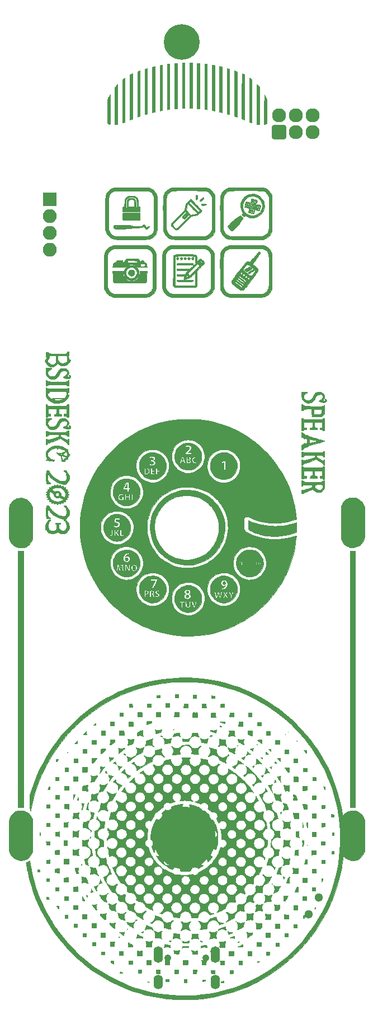
<source format=gbr>
%TF.GenerationSoftware,KiCad,Pcbnew,7.0.1*%
%TF.CreationDate,2023-08-25T16:25:03-05:00*%
%TF.ProjectId,BSidesKC23_Speaker,42536964-6573-44b4-9332-335f53706561,1.1*%
%TF.SameCoordinates,Original*%
%TF.FileFunction,Soldermask,Top*%
%TF.FilePolarity,Negative*%
%FSLAX46Y46*%
G04 Gerber Fmt 4.6, Leading zero omitted, Abs format (unit mm)*
G04 Created by KiCad (PCBNEW 7.0.1) date 2023-08-25 16:25:03*
%MOMM*%
%LPD*%
G01*
G04 APERTURE LIST*
G04 Aperture macros list*
%AMRoundRect*
0 Rectangle with rounded corners*
0 $1 Rounding radius*
0 $2 $3 $4 $5 $6 $7 $8 $9 X,Y pos of 4 corners*
0 Add a 4 corners polygon primitive as box body*
4,1,4,$2,$3,$4,$5,$6,$7,$8,$9,$2,$3,0*
0 Add four circle primitives for the rounded corners*
1,1,$1+$1,$2,$3*
1,1,$1+$1,$4,$5*
1,1,$1+$1,$6,$7*
1,1,$1+$1,$8,$9*
0 Add four rect primitives between the rounded corners*
20,1,$1+$1,$2,$3,$4,$5,0*
20,1,$1+$1,$4,$5,$6,$7,0*
20,1,$1+$1,$6,$7,$8,$9,0*
20,1,$1+$1,$8,$9,$2,$3,0*%
G04 Aperture macros list end*
%ADD10C,0.010000*%
%ADD11O,2.127200X2.127200*%
%ADD12RoundRect,0.200000X-0.863600X0.863600X-0.863600X-0.863600X0.863600X-0.863600X0.863600X0.863600X0*%
%ADD13C,2.127200*%
%ADD14C,5.400000*%
%ADD15RoundRect,0.200000X0.850000X0.850000X-0.850000X0.850000X-0.850000X-0.850000X0.850000X-0.850000X0*%
%ADD16O,2.100000X2.100000*%
%ADD17C,1.300000*%
%ADD18C,1.050000*%
%ADD19O,1.400000X2.200000*%
%ADD20O,1.400000X2.500000*%
G04 APERTURE END LIST*
%TO.C,G\u002A\u002A\u002A*%
D10*
X79142967Y-163630423D02*
X78677300Y-163630423D01*
X78677300Y-163185923D01*
X79142967Y-163185923D01*
X79142967Y-163630423D01*
G36*
X79142967Y-163630423D02*
G01*
X78677300Y-163630423D01*
X78677300Y-163185923D01*
X79142967Y-163185923D01*
X79142967Y-163630423D01*
G37*
X80561134Y-165069756D02*
X80031967Y-165069756D01*
X80031967Y-164540589D01*
X80561134Y-164540589D01*
X80561134Y-165069756D01*
G36*
X80561134Y-165069756D02*
G01*
X80031967Y-165069756D01*
X80031967Y-164540589D01*
X80561134Y-164540589D01*
X80561134Y-165069756D01*
G37*
X81979300Y-166487923D02*
X81386634Y-166487923D01*
X81386634Y-165895256D01*
X81979300Y-165895256D01*
X81979300Y-166487923D01*
G36*
X81979300Y-166487923D02*
G01*
X81386634Y-166487923D01*
X81386634Y-165895256D01*
X81979300Y-165895256D01*
X81979300Y-166487923D01*
G37*
X82000467Y-147035756D02*
X81450134Y-147035756D01*
X81450134Y-146485423D01*
X82000467Y-146485423D01*
X82000467Y-147035756D01*
G36*
X82000467Y-147035756D02*
G01*
X81450134Y-147035756D01*
X81450134Y-146485423D01*
X82000467Y-146485423D01*
X82000467Y-147035756D01*
G37*
X83333967Y-170615423D02*
X82825967Y-170615423D01*
X82825967Y-170107423D01*
X83333967Y-170107423D01*
X83333967Y-170615423D01*
G36*
X83333967Y-170615423D02*
G01*
X82825967Y-170615423D01*
X82825967Y-170107423D01*
X83333967Y-170107423D01*
X83333967Y-170615423D01*
G37*
X83397467Y-167906089D02*
X82762467Y-167906089D01*
X82762467Y-167271089D01*
X83397467Y-167271089D01*
X83397467Y-167906089D01*
G36*
X83397467Y-167906089D02*
G01*
X82762467Y-167906089D01*
X82762467Y-167271089D01*
X83397467Y-167271089D01*
X83397467Y-167906089D01*
G37*
X84720384Y-171493839D02*
X84720384Y-172001839D01*
X84201800Y-172013725D01*
X84201800Y-171481953D01*
X84720384Y-171493839D01*
G36*
X84720384Y-171493839D02*
G01*
X84720384Y-172001839D01*
X84201800Y-172013725D01*
X84201800Y-171481953D01*
X84720384Y-171493839D01*
G37*
X84794467Y-144284089D02*
X84201800Y-144284089D01*
X84201800Y-143670256D01*
X84794467Y-143670256D01*
X84794467Y-144284089D01*
G36*
X84794467Y-144284089D02*
G01*
X84201800Y-144284089D01*
X84201800Y-143670256D01*
X84794467Y-143670256D01*
X84794467Y-144284089D01*
G37*
X84794467Y-169303089D02*
X84138300Y-169303089D01*
X84138300Y-168646923D01*
X84794467Y-168646923D01*
X84794467Y-169303089D01*
G36*
X84794467Y-169303089D02*
G01*
X84138300Y-169303089D01*
X84138300Y-168646923D01*
X84794467Y-168646923D01*
X84794467Y-169303089D01*
G37*
X86106800Y-173388256D02*
X85598800Y-173388256D01*
X85598800Y-172880256D01*
X86106800Y-172880256D01*
X86106800Y-173388256D01*
G36*
X86106800Y-173388256D02*
G01*
X85598800Y-173388256D01*
X85598800Y-172880256D01*
X86106800Y-172880256D01*
X86106800Y-173388256D01*
G37*
X86191467Y-142887089D02*
X85577634Y-142887089D01*
X85577634Y-142294423D01*
X86191467Y-142294423D01*
X86191467Y-142887089D01*
G36*
X86191467Y-142887089D02*
G01*
X85577634Y-142887089D01*
X85577634Y-142294423D01*
X86191467Y-142294423D01*
X86191467Y-142887089D01*
G37*
X86191467Y-170700089D02*
X85514134Y-170700089D01*
X85514134Y-170022756D01*
X86191467Y-170022756D01*
X86191467Y-170700089D01*
G36*
X86191467Y-170700089D02*
G01*
X85514134Y-170700089D01*
X85514134Y-170022756D01*
X86191467Y-170022756D01*
X86191467Y-170700089D01*
G37*
X87482634Y-174764089D02*
X86995800Y-174764089D01*
X86995800Y-174277256D01*
X87482634Y-174277256D01*
X87482634Y-174764089D01*
G36*
X87482634Y-174764089D02*
G01*
X86995800Y-174764089D01*
X86995800Y-174277256D01*
X87482634Y-174277256D01*
X87482634Y-174764089D01*
G37*
X87567300Y-172075923D02*
X86911134Y-172075923D01*
X86911134Y-171419756D01*
X87567300Y-171419756D01*
X87567300Y-172075923D01*
G36*
X87567300Y-172075923D02*
G01*
X86911134Y-172075923D01*
X86911134Y-171419756D01*
X87567300Y-171419756D01*
X87567300Y-172075923D01*
G37*
X87588467Y-141511256D02*
X86974634Y-141511256D01*
X86974634Y-140897423D01*
X87588467Y-140897423D01*
X87588467Y-141511256D01*
G36*
X87588467Y-141511256D02*
G01*
X86974634Y-141511256D01*
X86974634Y-140897423D01*
X87588467Y-140897423D01*
X87588467Y-141511256D01*
G37*
X88943134Y-140114256D02*
X88371634Y-140114256D01*
X88371634Y-139521589D01*
X88943134Y-139521589D01*
X88943134Y-140114256D01*
G36*
X88943134Y-140114256D02*
G01*
X88371634Y-140114256D01*
X88371634Y-139521589D01*
X88943134Y-139521589D01*
X88943134Y-140114256D01*
G37*
X90318967Y-138696089D02*
X89789800Y-138696089D01*
X89789800Y-138145756D01*
X90318967Y-138145756D01*
X90318967Y-138696089D01*
G36*
X90318967Y-138696089D02*
G01*
X89789800Y-138696089D01*
X89789800Y-138145756D01*
X90318967Y-138145756D01*
X90318967Y-138696089D01*
G37*
X91694800Y-176203423D02*
X91123300Y-176203423D01*
X91123300Y-175631923D01*
X91694800Y-175631923D01*
X91694800Y-176203423D01*
G36*
X91694800Y-176203423D02*
G01*
X91123300Y-176203423D01*
X91123300Y-175631923D01*
X91694800Y-175631923D01*
X91694800Y-176203423D01*
G37*
X94488800Y-137320256D02*
X93938467Y-137320256D01*
X93938467Y-136769923D01*
X94488800Y-136769923D01*
X94488800Y-137320256D01*
G36*
X94488800Y-137320256D02*
G01*
X93938467Y-137320256D01*
X93938467Y-136769923D01*
X94488800Y-136769923D01*
X94488800Y-137320256D01*
G37*
X101410300Y-135944423D02*
X100902300Y-135944423D01*
X100902300Y-135436423D01*
X101410300Y-135436423D01*
X101410300Y-135944423D01*
G36*
X101410300Y-135944423D02*
G01*
X100902300Y-135944423D01*
X100902300Y-135436423D01*
X101410300Y-135436423D01*
X101410300Y-135944423D01*
G37*
X109749967Y-138717256D02*
X109220800Y-138717256D01*
X109220800Y-138188089D01*
X109749967Y-138188089D01*
X109749967Y-138717256D01*
G36*
X109749967Y-138717256D02*
G01*
X109220800Y-138717256D01*
X109220800Y-138188089D01*
X109749967Y-138188089D01*
X109749967Y-138717256D01*
G37*
X109771134Y-174869923D02*
X109157300Y-174869923D01*
X109157300Y-174256089D01*
X109771134Y-174256089D01*
X109771134Y-174869923D01*
G36*
X109771134Y-174869923D02*
G01*
X109157300Y-174869923D01*
X109157300Y-174256089D01*
X109771134Y-174256089D01*
X109771134Y-174869923D01*
G37*
X111168134Y-140135423D02*
X110596634Y-140135423D01*
X110596634Y-139563923D01*
X111168134Y-139563923D01*
X111168134Y-140135423D01*
G36*
X111168134Y-140135423D02*
G01*
X110596634Y-140135423D01*
X110596634Y-139563923D01*
X111168134Y-139563923D01*
X111168134Y-140135423D01*
G37*
X111168134Y-173494089D02*
X110511967Y-173494089D01*
X110511967Y-172837923D01*
X111168134Y-172837923D01*
X111168134Y-173494089D01*
G36*
X111168134Y-173494089D02*
G01*
X110511967Y-173494089D01*
X110511967Y-172837923D01*
X111168134Y-172837923D01*
X111168134Y-173494089D01*
G37*
X112565134Y-141532423D02*
X111972467Y-141532423D01*
X111972467Y-140939756D01*
X112565134Y-140939756D01*
X112565134Y-141532423D01*
G36*
X112565134Y-141532423D02*
G01*
X111972467Y-141532423D01*
X111972467Y-140939756D01*
X112565134Y-140939756D01*
X112565134Y-141532423D01*
G37*
X112565134Y-172118256D02*
X111908967Y-172118256D01*
X111908967Y-171440923D01*
X112565134Y-171440923D01*
X112565134Y-172118256D01*
G36*
X112565134Y-172118256D02*
G01*
X111908967Y-172118256D01*
X111908967Y-171440923D01*
X112565134Y-171440923D01*
X112565134Y-172118256D01*
G37*
X113877467Y-173430589D02*
X113369467Y-173430589D01*
X113369467Y-172922589D01*
X113877467Y-172922589D01*
X113877467Y-173430589D01*
G36*
X113877467Y-173430589D02*
G01*
X113369467Y-173430589D01*
X113369467Y-172922589D01*
X113877467Y-172922589D01*
X113877467Y-173430589D01*
G37*
X113962134Y-142929423D02*
X113348300Y-142929423D01*
X113348300Y-142315589D01*
X113962134Y-142315589D01*
X113962134Y-142929423D01*
G36*
X113962134Y-142929423D02*
G01*
X113348300Y-142929423D01*
X113348300Y-142315589D01*
X113962134Y-142315589D01*
X113962134Y-142929423D01*
G37*
X113962134Y-170721256D02*
X113284800Y-170721256D01*
X113284800Y-170065089D01*
X113962134Y-170065089D01*
X113962134Y-170721256D01*
G36*
X113962134Y-170721256D02*
G01*
X113284800Y-170721256D01*
X113284800Y-170065089D01*
X113962134Y-170065089D01*
X113962134Y-170721256D01*
G37*
X115274467Y-172033589D02*
X114745300Y-172033589D01*
X114745300Y-171525589D01*
X115274467Y-171525589D01*
X115274467Y-172033589D01*
G36*
X115274467Y-172033589D02*
G01*
X114745300Y-172033589D01*
X114745300Y-171525589D01*
X115274467Y-171525589D01*
X115274467Y-172033589D01*
G37*
X115359134Y-144326423D02*
X114745300Y-144326423D01*
X114745300Y-143712589D01*
X115359134Y-143712589D01*
X115359134Y-144326423D01*
G36*
X115359134Y-144326423D02*
G01*
X114745300Y-144326423D01*
X114745300Y-143712589D01*
X115359134Y-143712589D01*
X115359134Y-144326423D01*
G37*
X116650300Y-170636589D02*
X116142300Y-170636589D01*
X116142300Y-170149756D01*
X116650300Y-170149756D01*
X116650300Y-170636589D01*
G36*
X116650300Y-170636589D02*
G01*
X116142300Y-170636589D01*
X116142300Y-170149756D01*
X116650300Y-170149756D01*
X116650300Y-170636589D01*
G37*
X116713800Y-145702256D02*
X116142300Y-145702256D01*
X116142300Y-145109589D01*
X116713800Y-145109589D01*
X116713800Y-145702256D01*
G36*
X116713800Y-145702256D02*
G01*
X116142300Y-145702256D01*
X116142300Y-145109589D01*
X116713800Y-145109589D01*
X116713800Y-145702256D01*
G37*
X118089634Y-166530256D02*
X117496967Y-166530256D01*
X117496967Y-165937589D01*
X118089634Y-165937589D01*
X118089634Y-166530256D01*
G36*
X118089634Y-166530256D02*
G01*
X117496967Y-166530256D01*
X117496967Y-165937589D01*
X118089634Y-165937589D01*
X118089634Y-166530256D01*
G37*
X119444300Y-165112089D02*
X118915134Y-165112089D01*
X118915134Y-164561756D01*
X119444300Y-164561756D01*
X119444300Y-165112089D01*
G36*
X119444300Y-165112089D02*
G01*
X118915134Y-165112089D01*
X118915134Y-164561756D01*
X119444300Y-164561756D01*
X119444300Y-165112089D01*
G37*
X120820134Y-160942256D02*
X120312134Y-160942256D01*
X120312134Y-160413089D01*
X120820134Y-160413089D01*
X120820134Y-160942256D01*
G36*
X120820134Y-160942256D02*
G01*
X120312134Y-160942256D01*
X120312134Y-160413089D01*
X120820134Y-160413089D01*
X120820134Y-160942256D01*
G37*
X122217134Y-156730089D02*
X121984300Y-156730089D01*
X121984300Y-156306756D01*
X122217134Y-156306756D01*
X122217134Y-156730089D01*
G36*
X122217134Y-156730089D02*
G01*
X121984300Y-156730089D01*
X121984300Y-156306756D01*
X122217134Y-156306756D01*
X122217134Y-156730089D01*
G37*
X125434467Y-152465006D02*
X124651300Y-152465006D01*
X124651300Y-113645339D01*
X125434467Y-113645339D01*
X125434467Y-152465006D01*
G36*
X125434467Y-152465006D02*
G01*
X124651300Y-152465006D01*
X124651300Y-113645339D01*
X125434467Y-113645339D01*
X125434467Y-152465006D01*
G37*
X81915800Y-169218423D02*
X81448747Y-169218423D01*
X81460717Y-168742173D01*
X81688259Y-168736165D01*
X81915800Y-168730157D01*
X81915800Y-169218423D01*
G36*
X81915800Y-169218423D02*
G01*
X81448747Y-169218423D01*
X81460717Y-168742173D01*
X81688259Y-168736165D01*
X81915800Y-168730157D01*
X81915800Y-169218423D01*
G37*
X83397467Y-145659923D02*
X82803606Y-145659923D01*
X82815384Y-145077839D01*
X83106425Y-145071950D01*
X83397467Y-145066061D01*
X83397467Y-145659923D01*
G36*
X83397467Y-145659923D02*
G01*
X82803606Y-145659923D01*
X82815384Y-145077839D01*
X83106425Y-145071950D01*
X83397467Y-145066061D01*
X83397467Y-145659923D01*
G37*
X98632847Y-135642798D02*
X98626884Y-135891506D01*
X98378175Y-135897469D01*
X98129467Y-135903433D01*
X98129467Y-135394089D01*
X98638810Y-135394089D01*
X98632847Y-135642798D01*
G36*
X98632847Y-135642798D02*
G01*
X98626884Y-135891506D01*
X98378175Y-135897469D01*
X98129467Y-135903433D01*
X98129467Y-135394089D01*
X98638810Y-135394089D01*
X98632847Y-135642798D01*
G37*
X115267411Y-141010311D02*
X115269945Y-141035431D01*
X115267411Y-141038534D01*
X115254828Y-141035628D01*
X115253300Y-141024423D01*
X115261045Y-141007000D01*
X115267411Y-141010311D01*
G36*
X115267411Y-141010311D02*
G01*
X115269945Y-141035431D01*
X115267411Y-141038534D01*
X115254828Y-141035628D01*
X115253300Y-141024423D01*
X115261045Y-141007000D01*
X115267411Y-141010311D01*
G37*
X107357110Y-169659365D02*
X107365835Y-169673627D01*
X107364808Y-169700811D01*
X107344055Y-169702365D01*
X107327287Y-169685552D01*
X107329250Y-169658328D01*
X107334404Y-169653923D01*
X107357110Y-169659365D01*
G36*
X107357110Y-169659365D02*
G01*
X107365835Y-169673627D01*
X107364808Y-169700811D01*
X107344055Y-169702365D01*
X107327287Y-169685552D01*
X107329250Y-169658328D01*
X107334404Y-169653923D01*
X107357110Y-169659365D01*
G37*
X79164134Y-160899923D02*
X78656134Y-160899923D01*
X78656134Y-160391923D01*
X78799009Y-160391739D01*
X78894782Y-160389474D01*
X78993215Y-160383817D01*
X79053009Y-160378207D01*
X79164134Y-160364859D01*
X79164134Y-160899923D01*
G36*
X79164134Y-160899923D02*
G01*
X78656134Y-160899923D01*
X78656134Y-160391923D01*
X78799009Y-160391739D01*
X78894782Y-160389474D01*
X78993215Y-160383817D01*
X79053009Y-160378207D01*
X79164134Y-160364859D01*
X79164134Y-160899923D01*
G37*
X79206467Y-155354256D02*
X78677300Y-155354256D01*
X78677300Y-154825089D01*
X78811779Y-154825089D01*
X78912064Y-154822636D01*
X79020738Y-154816365D01*
X79076362Y-154811491D01*
X79206467Y-154797892D01*
X79206467Y-155354256D01*
G36*
X79206467Y-155354256D02*
G01*
X78677300Y-155354256D01*
X78677300Y-154825089D01*
X78811779Y-154825089D01*
X78912064Y-154822636D01*
X79020738Y-154816365D01*
X79076362Y-154811491D01*
X79206467Y-154797892D01*
X79206467Y-155354256D01*
G37*
X91673784Y-136891631D02*
X91676000Y-136968354D01*
X91681583Y-137063389D01*
X91687428Y-137135048D01*
X91700922Y-137277923D01*
X91207967Y-137277923D01*
X91207967Y-136791089D01*
X91673634Y-136791089D01*
X91673784Y-136891631D01*
G36*
X91673784Y-136891631D02*
G01*
X91676000Y-136968354D01*
X91681583Y-137063389D01*
X91687428Y-137135048D01*
X91700922Y-137277923D01*
X91207967Y-137277923D01*
X91207967Y-136791089D01*
X91673634Y-136791089D01*
X91673784Y-136891631D01*
G37*
X94502489Y-175751533D02*
X94495295Y-175860010D01*
X94490337Y-175979451D01*
X94488800Y-176069033D01*
X94488800Y-176224589D01*
X93853800Y-176224589D01*
X93853800Y-175589589D01*
X94516179Y-175589589D01*
X94502489Y-175751533D01*
G36*
X94502489Y-175751533D02*
G01*
X94495295Y-175860010D01*
X94490337Y-175979451D01*
X94488800Y-176069033D01*
X94488800Y-176224589D01*
X93853800Y-176224589D01*
X93853800Y-175589589D01*
X94516179Y-175589589D01*
X94502489Y-175751533D01*
G37*
X95843467Y-177579256D02*
X95320331Y-177579256D01*
X95306732Y-177449151D01*
X95299276Y-177353906D01*
X95294337Y-177244987D01*
X95293134Y-177173984D01*
X95293134Y-177028923D01*
X95843467Y-177028923D01*
X95843467Y-177579256D01*
G36*
X95843467Y-177579256D02*
G01*
X95320331Y-177579256D01*
X95306732Y-177449151D01*
X95299276Y-177353906D01*
X95294337Y-177244987D01*
X95293134Y-177173984D01*
X95293134Y-177028923D01*
X95843467Y-177028923D01*
X95843467Y-177579256D01*
G37*
X99611134Y-46726923D02*
X99531759Y-46727106D01*
X99461947Y-46729893D01*
X99377291Y-46736722D01*
X99341259Y-46740638D01*
X99230134Y-46753986D01*
X99230134Y-39868923D01*
X99611134Y-39868923D01*
X99611134Y-46726923D01*
G36*
X99611134Y-46726923D02*
G01*
X99531759Y-46727106D01*
X99461947Y-46729893D01*
X99377291Y-46736722D01*
X99341259Y-46740638D01*
X99230134Y-46753986D01*
X99230134Y-39868923D01*
X99611134Y-39868923D01*
X99611134Y-46726923D01*
G37*
X100754134Y-46748089D02*
X100674759Y-46744087D01*
X100606957Y-46740394D01*
X100521527Y-46735387D01*
X100473675Y-46732447D01*
X100351967Y-46724810D01*
X100351967Y-39868923D01*
X100754134Y-39868923D01*
X100754134Y-46748089D01*
G36*
X100754134Y-46748089D02*
G01*
X100674759Y-46744087D01*
X100606957Y-46740394D01*
X100521527Y-46735387D01*
X100473675Y-46732447D01*
X100351967Y-46724810D01*
X100351967Y-39868923D01*
X100754134Y-39868923D01*
X100754134Y-46748089D01*
G37*
X114857384Y-141420809D02*
X114861717Y-141426589D01*
X114856918Y-141444710D01*
X114841799Y-141447756D01*
X114812839Y-141436705D01*
X114808800Y-141426589D01*
X114823992Y-141406028D01*
X114828718Y-141405423D01*
X114857384Y-141420809D01*
G36*
X114857384Y-141420809D02*
G01*
X114861717Y-141426589D01*
X114856918Y-141444710D01*
X114841799Y-141447756D01*
X114812839Y-141436705D01*
X114808800Y-141426589D01*
X114823992Y-141406028D01*
X114828718Y-141405423D01*
X114857384Y-141420809D01*
G37*
X117629259Y-163108575D02*
X117740681Y-163115489D01*
X117863299Y-163120427D01*
X117967925Y-163122296D01*
X118131967Y-163122423D01*
X118131967Y-163799756D01*
X117454634Y-163799756D01*
X117454634Y-163094981D01*
X117629259Y-163108575D01*
G36*
X117629259Y-163108575D02*
G01*
X117740681Y-163115489D01*
X117863299Y-163120427D01*
X117967925Y-163122296D01*
X118131967Y-163122423D01*
X118131967Y-163799756D01*
X117454634Y-163799756D01*
X117454634Y-163094981D01*
X117629259Y-163108575D01*
G37*
X118146558Y-158153548D02*
X118149849Y-158207231D01*
X118146558Y-158227631D01*
X118140422Y-158234218D01*
X118137082Y-158204950D01*
X118136878Y-158190589D01*
X118139084Y-158152080D01*
X118144579Y-158147542D01*
X118146558Y-158153548D01*
G36*
X118146558Y-158153548D02*
G01*
X118149849Y-158207231D01*
X118146558Y-158227631D01*
X118140422Y-158234218D01*
X118137082Y-158204950D01*
X118136878Y-158190589D01*
X118139084Y-158152080D01*
X118144579Y-158147542D01*
X118146558Y-158153548D01*
G37*
X120862467Y-152575211D02*
X120700523Y-152588900D01*
X120606687Y-152595773D01*
X120515693Y-152600687D01*
X120447080Y-152602589D01*
X120354467Y-152602589D01*
X120354467Y-152094589D01*
X120862467Y-152094589D01*
X120862467Y-152575211D01*
G36*
X120862467Y-152575211D02*
G01*
X120700523Y-152588900D01*
X120606687Y-152595773D01*
X120515693Y-152600687D01*
X120447080Y-152602589D01*
X120354467Y-152602589D01*
X120354467Y-152094589D01*
X120862467Y-152094589D01*
X120862467Y-152575211D01*
G37*
X121883759Y-153512940D02*
X121961002Y-153515791D01*
X122050475Y-153522762D01*
X122084842Y-153526471D01*
X122195967Y-153539819D01*
X122195967Y-153936089D01*
X121793800Y-153936089D01*
X121793800Y-153512756D01*
X121883759Y-153512940D01*
G36*
X121883759Y-153512940D02*
G01*
X121961002Y-153515791D01*
X122050475Y-153522762D01*
X122084842Y-153526471D01*
X122195967Y-153539819D01*
X122195967Y-153936089D01*
X121793800Y-153936089D01*
X121793800Y-153512756D01*
X121883759Y-153512940D01*
G37*
X122174800Y-159502923D02*
X121853144Y-159502923D01*
X121866682Y-159370631D01*
X121876055Y-159284630D01*
X121885926Y-159202587D01*
X121891787Y-159158964D01*
X121903355Y-159079589D01*
X122174800Y-159079589D01*
X122174800Y-159502923D01*
G36*
X122174800Y-159502923D02*
G01*
X121853144Y-159502923D01*
X121866682Y-159370631D01*
X121876055Y-159284630D01*
X121885926Y-159202587D01*
X121891787Y-159158964D01*
X121903355Y-159079589D01*
X122174800Y-159079589D01*
X122174800Y-159502923D01*
G37*
X80582300Y-148390423D02*
X80074300Y-148390423D01*
X80074300Y-147909928D01*
X80268052Y-147896175D01*
X80361916Y-147889975D01*
X80446191Y-147885227D01*
X80507266Y-147882668D01*
X80522052Y-147882423D01*
X80582300Y-147882423D01*
X80582300Y-148390423D01*
G36*
X80582300Y-148390423D02*
G01*
X80074300Y-148390423D01*
X80074300Y-147909928D01*
X80268052Y-147896175D01*
X80361916Y-147889975D01*
X80446191Y-147885227D01*
X80507266Y-147882668D01*
X80522052Y-147882423D01*
X80582300Y-147882423D01*
X80582300Y-148390423D01*
G37*
X80624634Y-151226756D02*
X80545259Y-151222326D01*
X80488756Y-151219649D01*
X80404299Y-151216212D01*
X80306244Y-151212585D01*
X80259509Y-151210976D01*
X80053134Y-151204056D01*
X80053134Y-150634089D01*
X80624634Y-150634089D01*
X80624634Y-151226756D01*
G36*
X80624634Y-151226756D02*
G01*
X80545259Y-151222326D01*
X80488756Y-151219649D01*
X80404299Y-151216212D01*
X80306244Y-151212585D01*
X80259509Y-151210976D01*
X80053134Y-151204056D01*
X80053134Y-150634089D01*
X80624634Y-150634089D01*
X80624634Y-151226756D01*
G37*
X88956732Y-172946861D02*
X88950227Y-173032083D01*
X88945417Y-173138888D01*
X88943191Y-173246535D01*
X88943134Y-173264361D01*
X88943134Y-173451756D01*
X88308134Y-173451756D01*
X88308134Y-172816756D01*
X88970331Y-172816756D01*
X88956732Y-172946861D01*
G36*
X88956732Y-172946861D02*
G01*
X88950227Y-173032083D01*
X88945417Y-173138888D01*
X88943191Y-173246535D01*
X88943134Y-173264361D01*
X88943134Y-173451756D01*
X88308134Y-173451756D01*
X88308134Y-172816756D01*
X88970331Y-172816756D01*
X88956732Y-172946861D01*
G37*
X90318734Y-174441298D02*
X90317407Y-174544617D01*
X90314016Y-174640590D01*
X90309135Y-174716060D01*
X90305381Y-174748214D01*
X90292261Y-174827589D01*
X89705134Y-174827589D01*
X89705134Y-174213756D01*
X90318967Y-174213756D01*
X90318734Y-174441298D01*
G36*
X90318734Y-174441298D02*
G01*
X90317407Y-174544617D01*
X90314016Y-174640590D01*
X90309135Y-174716060D01*
X90305381Y-174748214D01*
X90292261Y-174827589D01*
X89705134Y-174827589D01*
X89705134Y-174213756D01*
X90318967Y-174213756D01*
X90318734Y-174441298D01*
G37*
X91765714Y-139673008D02*
X91772227Y-139782156D01*
X91777073Y-139896513D01*
X91779385Y-139994690D01*
X91779467Y-140011674D01*
X91779467Y-140156589D01*
X91102134Y-140156589D01*
X91102134Y-139479256D01*
X91751961Y-139479256D01*
X91765714Y-139673008D01*
G36*
X91765714Y-139673008D02*
G01*
X91772227Y-139782156D01*
X91777073Y-139896513D01*
X91779385Y-139994690D01*
X91779467Y-140011674D01*
X91779467Y-140156589D01*
X91102134Y-140156589D01*
X91102134Y-139479256D01*
X91751961Y-139479256D01*
X91765714Y-139673008D01*
G37*
X93121531Y-138172214D02*
X93126575Y-138220847D01*
X93132247Y-138300192D01*
X93137802Y-138398652D01*
X93141916Y-138489714D01*
X93151819Y-138738423D01*
X92520300Y-138738423D01*
X92520300Y-138103423D01*
X93111049Y-138103423D01*
X93121531Y-138172214D01*
G36*
X93121531Y-138172214D02*
G01*
X93126575Y-138220847D01*
X93132247Y-138300192D01*
X93137802Y-138398652D01*
X93141916Y-138489714D01*
X93151819Y-138738423D01*
X92520300Y-138738423D01*
X92520300Y-138103423D01*
X93111049Y-138103423D01*
X93121531Y-138172214D01*
G37*
X93155300Y-174869923D02*
X92435634Y-174869923D01*
X92435634Y-174177102D01*
X92705509Y-174179554D01*
X92817594Y-174179231D01*
X92922888Y-174176535D01*
X93009516Y-174171919D01*
X93065342Y-174165881D01*
X93155300Y-174149756D01*
X93155300Y-174869923D01*
G36*
X93155300Y-174869923D02*
G01*
X92435634Y-174869923D01*
X92435634Y-174177102D01*
X92705509Y-174179554D01*
X92817594Y-174179231D01*
X92922888Y-174176535D01*
X93009516Y-174171919D01*
X93065342Y-174165881D01*
X93155300Y-174149756D01*
X93155300Y-174869923D01*
G37*
X97282800Y-137341423D02*
X96683700Y-137341423D01*
X96697500Y-137115880D01*
X96703311Y-137014289D01*
X96707914Y-136921207D01*
X96710720Y-136849308D01*
X96711300Y-136819546D01*
X96711300Y-136748756D01*
X97282800Y-136748756D01*
X97282800Y-137341423D01*
G36*
X97282800Y-137341423D02*
G01*
X96683700Y-137341423D01*
X96697500Y-137115880D01*
X96703311Y-137014289D01*
X96707914Y-136921207D01*
X96710720Y-136849308D01*
X96711300Y-136819546D01*
X96711300Y-136748756D01*
X97282800Y-136748756D01*
X97282800Y-137341423D01*
G37*
X97303967Y-175681546D02*
X97302618Y-175752226D01*
X97298993Y-175849629D01*
X97293724Y-175958250D01*
X97290167Y-176020213D01*
X97276367Y-176245756D01*
X96626634Y-176245756D01*
X96626634Y-175568423D01*
X97303967Y-175568423D01*
X97303967Y-175681546D01*
G36*
X97303967Y-175681546D02*
G01*
X97302618Y-175752226D01*
X97298993Y-175849629D01*
X97293724Y-175958250D01*
X97290167Y-176020213D01*
X97276367Y-176245756D01*
X96626634Y-176245756D01*
X96626634Y-175568423D01*
X97303967Y-175568423D01*
X97303967Y-175681546D01*
G37*
X98743300Y-138780756D02*
X98023634Y-138780756D01*
X98023730Y-138669631D01*
X98025033Y-138601288D01*
X98028471Y-138505258D01*
X98033470Y-138396098D01*
X98037547Y-138320381D01*
X98051268Y-138082256D01*
X98743300Y-138082256D01*
X98743300Y-138780756D01*
G36*
X98743300Y-138780756D02*
G01*
X98023634Y-138780756D01*
X98023730Y-138669631D01*
X98025033Y-138601288D01*
X98028471Y-138505258D01*
X98033470Y-138396098D01*
X98037547Y-138320381D01*
X98051268Y-138082256D01*
X98743300Y-138082256D01*
X98743300Y-138780756D01*
G37*
X100087196Y-175838298D02*
X100080928Y-175946389D01*
X100073928Y-176051847D01*
X100067249Y-176139415D01*
X100063838Y-176176964D01*
X100052587Y-176288089D01*
X99378300Y-176288089D01*
X99378300Y-175610756D01*
X100099303Y-175610756D01*
X100087196Y-175838298D01*
G36*
X100087196Y-175838298D02*
G01*
X100080928Y-175946389D01*
X100073928Y-176051847D01*
X100067249Y-176139415D01*
X100063838Y-176176964D01*
X100052587Y-176288089D01*
X99378300Y-176288089D01*
X99378300Y-175610756D01*
X100099303Y-175610756D01*
X100087196Y-175838298D01*
G37*
X107040634Y-138780756D02*
X106392056Y-138780756D01*
X106399372Y-138595548D01*
X106404361Y-138489799D01*
X106410820Y-138380570D01*
X106417474Y-138289129D01*
X106418428Y-138278048D01*
X106430170Y-138145756D01*
X107040634Y-138145756D01*
X107040634Y-138780756D01*
G36*
X107040634Y-138780756D02*
G01*
X106392056Y-138780756D01*
X106399372Y-138595548D01*
X106404361Y-138489799D01*
X106410820Y-138380570D01*
X106417474Y-138289129D01*
X106418428Y-138278048D01*
X106430170Y-138145756D01*
X107040634Y-138145756D01*
X107040634Y-138780756D01*
G37*
X107627817Y-143106225D02*
X107629250Y-143127411D01*
X107602135Y-143155406D01*
X107589077Y-143163267D01*
X107556950Y-143176321D01*
X107550236Y-143161559D01*
X107552278Y-143148380D01*
X107576097Y-143112218D01*
X107596502Y-143102739D01*
X107627817Y-143106225D01*
G36*
X107627817Y-143106225D02*
G01*
X107629250Y-143127411D01*
X107602135Y-143155406D01*
X107589077Y-143163267D01*
X107556950Y-143176321D01*
X107550236Y-143161559D01*
X107552278Y-143148380D01*
X107576097Y-143112218D01*
X107596502Y-143102739D01*
X107627817Y-143106225D01*
G37*
X108352967Y-176224589D02*
X107808973Y-176224589D01*
X107795220Y-176030837D01*
X107788945Y-175933421D01*
X107784172Y-175842127D01*
X107781666Y-175772294D01*
X107781467Y-175755671D01*
X107781467Y-175674256D01*
X108352967Y-175674256D01*
X108352967Y-176224589D01*
G36*
X108352967Y-176224589D02*
G01*
X107808973Y-176224589D01*
X107795220Y-176030837D01*
X107788945Y-175933421D01*
X107784172Y-175842127D01*
X107781666Y-175772294D01*
X107781467Y-175755671D01*
X107781467Y-175674256D01*
X108352967Y-175674256D01*
X108352967Y-176224589D01*
G37*
X108437634Y-140198923D02*
X107760300Y-140198923D01*
X107760300Y-140043424D01*
X107761974Y-139945723D01*
X107766404Y-139828389D01*
X107772702Y-139713964D01*
X107774053Y-139694174D01*
X107787806Y-139500423D01*
X108437634Y-139500423D01*
X108437634Y-140198923D01*
G36*
X108437634Y-140198923D02*
G01*
X107760300Y-140198923D01*
X107760300Y-140043424D01*
X107761974Y-139945723D01*
X107766404Y-139828389D01*
X107772702Y-139713964D01*
X107774053Y-139694174D01*
X107787806Y-139500423D01*
X108437634Y-139500423D01*
X108437634Y-140198923D01*
G37*
X112835900Y-163999390D02*
X112852395Y-164020760D01*
X112879483Y-164068931D01*
X112876289Y-164093433D01*
X112845303Y-164089777D01*
X112821341Y-164076735D01*
X112802382Y-164042937D01*
X112806978Y-164018850D01*
X112820337Y-163992209D01*
X112835900Y-163999390D01*
G36*
X112835900Y-163999390D02*
G01*
X112852395Y-164020760D01*
X112879483Y-164068931D01*
X112876289Y-164093433D01*
X112845303Y-164089777D01*
X112821341Y-164076735D01*
X112802382Y-164042937D01*
X112806978Y-164018850D01*
X112820337Y-163992209D01*
X112835900Y-163999390D01*
G37*
X114824675Y-168675461D02*
X114917436Y-168682029D01*
X115030028Y-168686875D01*
X115139957Y-168689065D01*
X115152759Y-168689105D01*
X115337967Y-168689256D01*
X115337967Y-169345423D01*
X114681800Y-169345423D01*
X114681800Y-168661968D01*
X114824675Y-168675461D01*
G36*
X114824675Y-168675461D02*
G01*
X114917436Y-168682029D01*
X115030028Y-168686875D01*
X115139957Y-168689065D01*
X115152759Y-168689105D01*
X115337967Y-168689256D01*
X115337967Y-169345423D01*
X114681800Y-169345423D01*
X114681800Y-168661968D01*
X114824675Y-168675461D01*
G37*
X116304343Y-167299623D02*
X116409086Y-167305493D01*
X116508400Y-167310122D01*
X116588241Y-167312899D01*
X116621843Y-167313423D01*
X116713800Y-167313423D01*
X116713800Y-167927256D01*
X116078800Y-167927256D01*
X116078800Y-167285823D01*
X116304343Y-167299623D01*
G36*
X116304343Y-167299623D02*
G01*
X116409086Y-167305493D01*
X116508400Y-167310122D01*
X116588241Y-167312899D01*
X116621843Y-167313423D01*
X116713800Y-167313423D01*
X116713800Y-167927256D01*
X116078800Y-167927256D01*
X116078800Y-167285823D01*
X116304343Y-167299623D01*
G37*
X119132092Y-156187009D02*
X119237200Y-156192666D01*
X119334771Y-156197209D01*
X119412198Y-156200088D01*
X119449592Y-156200826D01*
X119528967Y-156200923D01*
X119528967Y-156835923D01*
X118893967Y-156835923D01*
X118893967Y-156173288D01*
X119132092Y-156187009D01*
G36*
X119132092Y-156187009D02*
G01*
X119237200Y-156192666D01*
X119334771Y-156197209D01*
X119412198Y-156200088D01*
X119449592Y-156200826D01*
X119528967Y-156200923D01*
X119528967Y-156835923D01*
X118893967Y-156835923D01*
X118893967Y-156173288D01*
X119132092Y-156187009D01*
G37*
X119392107Y-167586649D02*
X119399666Y-167636623D01*
X119401967Y-167694423D01*
X119401967Y-167821423D01*
X119232024Y-167821423D01*
X119296134Y-167694423D01*
X119331390Y-167630276D01*
X119361973Y-167584620D01*
X119381105Y-167567423D01*
X119392107Y-167586649D01*
G36*
X119392107Y-167586649D02*
G01*
X119399666Y-167636623D01*
X119401967Y-167694423D01*
X119401967Y-167821423D01*
X119232024Y-167821423D01*
X119296134Y-167694423D01*
X119331390Y-167630276D01*
X119361973Y-167584620D01*
X119381105Y-167567423D01*
X119392107Y-167586649D01*
G37*
X119507800Y-151220859D02*
X119396675Y-151234207D01*
X119321376Y-151240578D01*
X119222743Y-151245349D01*
X119119771Y-151247651D01*
X119100342Y-151247739D01*
X118915134Y-151247923D01*
X118915134Y-150676423D01*
X119507800Y-150676423D01*
X119507800Y-151220859D01*
G36*
X119507800Y-151220859D02*
G01*
X119396675Y-151234207D01*
X119321376Y-151240578D01*
X119222743Y-151245349D01*
X119119771Y-151247651D01*
X119100342Y-151247739D01*
X118915134Y-151247923D01*
X118915134Y-150676423D01*
X119507800Y-150676423D01*
X119507800Y-151220859D01*
G37*
X120391509Y-157612971D02*
X120463408Y-157619241D01*
X120557851Y-157627415D01*
X120655202Y-157635792D01*
X120661384Y-157636322D01*
X120830717Y-157650839D01*
X120842603Y-158169423D01*
X120290967Y-158169423D01*
X120290967Y-157604137D01*
X120391509Y-157612971D01*
G36*
X120391509Y-157612971D02*
G01*
X120463408Y-157619241D01*
X120557851Y-157627415D01*
X120655202Y-157635792D01*
X120661384Y-157636322D01*
X120830717Y-157650839D01*
X120842603Y-158169423D01*
X120290967Y-158169423D01*
X120290967Y-157604137D01*
X120391509Y-157612971D01*
G37*
X88010392Y-165396969D02*
X88032290Y-165427998D01*
X88017592Y-165463497D01*
X87980050Y-165489238D01*
X87940901Y-165502739D01*
X87928021Y-165492621D01*
X87927807Y-165487344D01*
X87940697Y-165447599D01*
X87968824Y-165412054D01*
X87999254Y-165394861D01*
X88010392Y-165396969D01*
G36*
X88010392Y-165396969D02*
G01*
X88032290Y-165427998D01*
X88017592Y-165463497D01*
X87980050Y-165489238D01*
X87940901Y-165502739D01*
X87928021Y-165492621D01*
X87927807Y-165487344D01*
X87940697Y-165447599D01*
X87968824Y-165412054D01*
X87999254Y-165394861D01*
X88010392Y-165396969D01*
G37*
X90967389Y-170808278D02*
X90988389Y-170832287D01*
X90974794Y-170853545D01*
X90962416Y-170863017D01*
X90914560Y-170888251D01*
X90886571Y-170883032D01*
X90884275Y-170848488D01*
X90884420Y-170847926D01*
X90907948Y-170800386D01*
X90942444Y-170793333D01*
X90967389Y-170808278D01*
G36*
X90967389Y-170808278D02*
G01*
X90988389Y-170832287D01*
X90974794Y-170853545D01*
X90962416Y-170863017D01*
X90914560Y-170888251D01*
X90886571Y-170883032D01*
X90884275Y-170848488D01*
X90884420Y-170847926D01*
X90907948Y-170800386D01*
X90942444Y-170793333D01*
X90967389Y-170808278D01*
G37*
X97899996Y-140676145D02*
X97929630Y-140695666D01*
X97957824Y-140718935D01*
X97951118Y-140726461D01*
X97926620Y-140727416D01*
X97884276Y-140721871D01*
X97868411Y-140713978D01*
X97854809Y-140685202D01*
X97865457Y-140665555D01*
X97871421Y-140664589D01*
X97899996Y-140676145D01*
G36*
X97899996Y-140676145D02*
G01*
X97929630Y-140695666D01*
X97957824Y-140718935D01*
X97951118Y-140726461D01*
X97926620Y-140727416D01*
X97884276Y-140721871D01*
X97868411Y-140713978D01*
X97854809Y-140685202D01*
X97865457Y-140665555D01*
X97871421Y-140664589D01*
X97899996Y-140676145D01*
G37*
X107029012Y-174494214D02*
X107023773Y-174605463D01*
X107017959Y-174707209D01*
X107012241Y-174788918D01*
X107007288Y-174840053D01*
X107006803Y-174843464D01*
X106996382Y-174912256D01*
X106320967Y-174912256D01*
X106320967Y-174213756D01*
X107040800Y-174213756D01*
X107029012Y-174494214D01*
G36*
X107029012Y-174494214D02*
G01*
X107023773Y-174605463D01*
X107017959Y-174707209D01*
X107012241Y-174788918D01*
X107007288Y-174840053D01*
X107006803Y-174843464D01*
X106996382Y-174912256D01*
X106320967Y-174912256D01*
X106320967Y-174213756D01*
X107040800Y-174213756D01*
X107029012Y-174494214D01*
G37*
X112480467Y-174698435D02*
X112409677Y-174752429D01*
X112368633Y-174779952D01*
X112326352Y-174796218D01*
X112269988Y-174804077D01*
X112186693Y-174806378D01*
X112166261Y-174806423D01*
X111993634Y-174806423D01*
X111993634Y-174319589D01*
X112480467Y-174319589D01*
X112480467Y-174698435D01*
G36*
X112480467Y-174698435D02*
G01*
X112409677Y-174752429D01*
X112368633Y-174779952D01*
X112326352Y-174796218D01*
X112269988Y-174804077D01*
X112186693Y-174806378D01*
X112166261Y-174806423D01*
X111993634Y-174806423D01*
X111993634Y-174319589D01*
X112480467Y-174319589D01*
X112480467Y-174698435D01*
G37*
X116359259Y-147831316D02*
X116470513Y-147836262D01*
X116572263Y-147841833D01*
X116653972Y-147847384D01*
X116705104Y-147852267D01*
X116708509Y-147852751D01*
X116777300Y-147863174D01*
X116777300Y-148538589D01*
X116078800Y-148538589D01*
X116078800Y-147820304D01*
X116359259Y-147831316D01*
G36*
X116359259Y-147831316D02*
G01*
X116470513Y-147836262D01*
X116572263Y-147841833D01*
X116653972Y-147847384D01*
X116705104Y-147852267D01*
X116708509Y-147852751D01*
X116777300Y-147863174D01*
X116777300Y-148538589D01*
X116078800Y-148538589D01*
X116078800Y-147820304D01*
X116359259Y-147831316D01*
G37*
X116637424Y-142408815D02*
X116650038Y-142442660D01*
X116650300Y-142453173D01*
X116643883Y-142492964D01*
X116631568Y-142506089D01*
X116607767Y-142490161D01*
X116578163Y-142453173D01*
X116556223Y-142416017D01*
X116562223Y-142402247D01*
X116596896Y-142400256D01*
X116637424Y-142408815D01*
G36*
X116637424Y-142408815D02*
G01*
X116650038Y-142442660D01*
X116650300Y-142453173D01*
X116643883Y-142492964D01*
X116631568Y-142506089D01*
X116607767Y-142490161D01*
X116578163Y-142453173D01*
X116556223Y-142416017D01*
X116562223Y-142402247D01*
X116596896Y-142400256D01*
X116637424Y-142408815D01*
G37*
X81935667Y-144098154D02*
X81936967Y-144133331D01*
X81931828Y-144179856D01*
X81909465Y-144197433D01*
X81883305Y-144199423D01*
X81846299Y-144194847D01*
X81843507Y-144175094D01*
X81850400Y-144160640D01*
X81884591Y-144113676D01*
X81904061Y-144094548D01*
X81926698Y-144081249D01*
X81935667Y-144098154D01*
G36*
X81935667Y-144098154D02*
G01*
X81936967Y-144133331D01*
X81931828Y-144179856D01*
X81909465Y-144197433D01*
X81883305Y-144199423D01*
X81846299Y-144194847D01*
X81843507Y-144175094D01*
X81850400Y-144160640D01*
X81884591Y-144113676D01*
X81904061Y-144094548D01*
X81926698Y-144081249D01*
X81935667Y-144098154D01*
G37*
X93847282Y-119805963D02*
X93907142Y-119842176D01*
X93935465Y-119904530D01*
X93938467Y-119942086D01*
X93920504Y-120022454D01*
X93869435Y-120079155D01*
X93789489Y-120108480D01*
X93745112Y-120111756D01*
X93663300Y-120111756D01*
X93663300Y-119794256D01*
X93753840Y-119794256D01*
X93847282Y-119805963D01*
G36*
X93847282Y-119805963D02*
G01*
X93907142Y-119842176D01*
X93935465Y-119904530D01*
X93938467Y-119942086D01*
X93920504Y-120022454D01*
X93869435Y-120079155D01*
X93789489Y-120108480D01*
X93745112Y-120111756D01*
X93663300Y-120111756D01*
X93663300Y-119794256D01*
X93753840Y-119794256D01*
X93847282Y-119805963D01*
G37*
X94692859Y-119808609D02*
X94752111Y-119846038D01*
X94782846Y-119898100D01*
X94784933Y-119956352D01*
X94758242Y-120012350D01*
X94702645Y-120057650D01*
X94618011Y-120083809D01*
X94609673Y-120084856D01*
X94509967Y-120096095D01*
X94509967Y-119794256D01*
X94605217Y-119794256D01*
X94692859Y-119808609D01*
G36*
X94692859Y-119808609D02*
G01*
X94752111Y-119846038D01*
X94782846Y-119898100D01*
X94784933Y-119956352D01*
X94758242Y-120012350D01*
X94702645Y-120057650D01*
X94618011Y-120083809D01*
X94609673Y-120084856D01*
X94509967Y-120096095D01*
X94509967Y-119794256D01*
X94605217Y-119794256D01*
X94692859Y-119808609D01*
G37*
X100222635Y-99572534D02*
X100282034Y-99610879D01*
X100308676Y-99670228D01*
X100309634Y-99685923D01*
X100290981Y-99749439D01*
X100238431Y-99792783D01*
X100157099Y-99812224D01*
X100135590Y-99812923D01*
X100055634Y-99812923D01*
X100055634Y-99558923D01*
X100135590Y-99558923D01*
X100222635Y-99572534D01*
G36*
X100222635Y-99572534D02*
G01*
X100282034Y-99610879D01*
X100308676Y-99670228D01*
X100309634Y-99685923D01*
X100290981Y-99749439D01*
X100238431Y-99792783D01*
X100157099Y-99812224D01*
X100135590Y-99812923D01*
X100055634Y-99812923D01*
X100055634Y-99558923D01*
X100135590Y-99558923D01*
X100222635Y-99572534D01*
G37*
X105617741Y-175944131D02*
X105611884Y-176256339D01*
X105299675Y-176262197D01*
X104987467Y-176268054D01*
X104987340Y-176124613D01*
X104985442Y-176029304D01*
X104980581Y-175916002D01*
X104973798Y-175808858D01*
X104973619Y-175806548D01*
X104960026Y-175631923D01*
X105623599Y-175631923D01*
X105617741Y-175944131D01*
G36*
X105617741Y-175944131D02*
G01*
X105611884Y-176256339D01*
X105299675Y-176262197D01*
X104987467Y-176268054D01*
X104987340Y-176124613D01*
X104985442Y-176029304D01*
X104980581Y-175916002D01*
X104973798Y-175808858D01*
X104973619Y-175806548D01*
X104960026Y-175631923D01*
X105623599Y-175631923D01*
X105617741Y-175944131D01*
G37*
X107897884Y-172797502D02*
X107802634Y-172848506D01*
X107735820Y-172882969D01*
X107697770Y-172896530D01*
X107680435Y-172889188D01*
X107675767Y-172860943D01*
X107675634Y-172848506D01*
X107678786Y-172817703D01*
X107695304Y-172802115D01*
X107735775Y-172796792D01*
X107786759Y-172796546D01*
X107897884Y-172797502D01*
G36*
X107897884Y-172797502D02*
G01*
X107802634Y-172848506D01*
X107735820Y-172882969D01*
X107697770Y-172896530D01*
X107680435Y-172889188D01*
X107675767Y-172860943D01*
X107675634Y-172848506D01*
X107678786Y-172817703D01*
X107695304Y-172802115D01*
X107735775Y-172796792D01*
X107786759Y-172796546D01*
X107897884Y-172797502D01*
G37*
X110529583Y-142927522D02*
X110576547Y-142961713D01*
X110595674Y-142981184D01*
X110608974Y-143003821D01*
X110592069Y-143012789D01*
X110556892Y-143014089D01*
X110510367Y-143008951D01*
X110492790Y-142986588D01*
X110490800Y-142960428D01*
X110495375Y-142923422D01*
X110515129Y-142920629D01*
X110529583Y-142927522D01*
G36*
X110529583Y-142927522D02*
G01*
X110576547Y-142961713D01*
X110595674Y-142981184D01*
X110608974Y-143003821D01*
X110592069Y-143012789D01*
X110556892Y-143014089D01*
X110510367Y-143008951D01*
X110492790Y-142986588D01*
X110490800Y-142960428D01*
X110495375Y-142923422D01*
X110515129Y-142920629D01*
X110529583Y-142927522D01*
G37*
X113281842Y-145494117D02*
X113302888Y-145512532D01*
X113343584Y-145555712D01*
X113396628Y-145615778D01*
X113420750Y-145644048D01*
X113541451Y-145786923D01*
X113263634Y-145786923D01*
X113263634Y-145636992D01*
X113265964Y-145564724D01*
X113272109Y-145513718D01*
X113280795Y-145493958D01*
X113281842Y-145494117D01*
G36*
X113281842Y-145494117D02*
G01*
X113302888Y-145512532D01*
X113343584Y-145555712D01*
X113396628Y-145615778D01*
X113420750Y-145644048D01*
X113541451Y-145786923D01*
X113263634Y-145786923D01*
X113263634Y-145636992D01*
X113265964Y-145564724D01*
X113272109Y-145513718D01*
X113280795Y-145493958D01*
X113281842Y-145494117D01*
G37*
X89715717Y-172054756D02*
X89768287Y-172092525D01*
X89802880Y-172120446D01*
X89810967Y-172129856D01*
X89792031Y-172135564D01*
X89744126Y-172138985D01*
X89715717Y-172139423D01*
X89657192Y-172137863D01*
X89629478Y-172127128D01*
X89621055Y-172098134D01*
X89620467Y-172064322D01*
X89620467Y-171989222D01*
X89715717Y-172054756D01*
G36*
X89715717Y-172054756D02*
G01*
X89768287Y-172092525D01*
X89802880Y-172120446D01*
X89810967Y-172129856D01*
X89792031Y-172135564D01*
X89744126Y-172138985D01*
X89715717Y-172139423D01*
X89657192Y-172137863D01*
X89629478Y-172127128D01*
X89621055Y-172098134D01*
X89620467Y-172064322D01*
X89620467Y-171989222D01*
X89715717Y-172054756D01*
G37*
X95520675Y-174680437D02*
X95634532Y-174708991D01*
X95737950Y-174734801D01*
X95822023Y-174755653D01*
X95877844Y-174769333D01*
X95891092Y-174772494D01*
X95935619Y-174793181D01*
X95949226Y-174833716D01*
X95949300Y-174838576D01*
X95949300Y-174891089D01*
X95208467Y-174891089D01*
X95208467Y-174601947D01*
X95520675Y-174680437D01*
G36*
X95520675Y-174680437D02*
G01*
X95634532Y-174708991D01*
X95737950Y-174734801D01*
X95822023Y-174755653D01*
X95877844Y-174769333D01*
X95891092Y-174772494D01*
X95935619Y-174793181D01*
X95949226Y-174833716D01*
X95949300Y-174838576D01*
X95949300Y-174891089D01*
X95208467Y-174891089D01*
X95208467Y-174601947D01*
X95520675Y-174680437D01*
G37*
X98489300Y-46790423D02*
X98367592Y-46790655D01*
X98283131Y-46793188D01*
X98202073Y-46799397D01*
X98166509Y-46804008D01*
X98087134Y-46817128D01*
X98087134Y-39932423D01*
X98145342Y-39932272D01*
X98196743Y-39930204D01*
X98272694Y-39924965D01*
X98346425Y-39918628D01*
X98489300Y-39905134D01*
X98489300Y-46790423D01*
G36*
X98489300Y-46790423D02*
G01*
X98367592Y-46790655D01*
X98283131Y-46793188D01*
X98202073Y-46799397D01*
X98166509Y-46804008D01*
X98087134Y-46817128D01*
X98087134Y-39932423D01*
X98145342Y-39932272D01*
X98196743Y-39930204D01*
X98272694Y-39924965D01*
X98346425Y-39918628D01*
X98489300Y-39905134D01*
X98489300Y-46790423D01*
G37*
X101542592Y-39911406D02*
X101587933Y-39913441D01*
X101659194Y-39918600D01*
X101733092Y-39925050D01*
X101875967Y-39938544D01*
X101875967Y-46811589D01*
X101828342Y-46807443D01*
X101782880Y-46804218D01*
X101711428Y-46799909D01*
X101637842Y-46795893D01*
X101494967Y-46788488D01*
X101494967Y-39911256D01*
X101542592Y-39911406D01*
G36*
X101542592Y-39911406D02*
G01*
X101587933Y-39913441D01*
X101659194Y-39918600D01*
X101733092Y-39925050D01*
X101875967Y-39938544D01*
X101875967Y-46811589D01*
X101828342Y-46807443D01*
X101782880Y-46804218D01*
X101711428Y-46799909D01*
X101637842Y-46795893D01*
X101494967Y-46788488D01*
X101494967Y-39911256D01*
X101542592Y-39911406D01*
G37*
X102739668Y-178611049D02*
X102733217Y-178711510D01*
X102563884Y-178736459D01*
X102449494Y-178753207D01*
X102370546Y-178762364D01*
X102320485Y-178761662D01*
X102292756Y-178748832D01*
X102280802Y-178721606D01*
X102278070Y-178677717D01*
X102278134Y-178637589D01*
X102278134Y-178510589D01*
X102746120Y-178510589D01*
X102739668Y-178611049D01*
G36*
X102739668Y-178611049D02*
G01*
X102733217Y-178711510D01*
X102563884Y-178736459D01*
X102449494Y-178753207D01*
X102370546Y-178762364D01*
X102320485Y-178761662D01*
X102292756Y-178748832D01*
X102280802Y-178721606D01*
X102278070Y-178677717D01*
X102278134Y-178637589D01*
X102278134Y-178510589D01*
X102746120Y-178510589D01*
X102739668Y-178611049D01*
G37*
X102836833Y-136923381D02*
X102844313Y-137028172D01*
X102851391Y-137142043D01*
X102855517Y-137219714D01*
X102862223Y-137362589D01*
X102229770Y-137362589D01*
X102243368Y-137232484D01*
X102250300Y-137142792D01*
X102255199Y-137034778D01*
X102256967Y-136936151D01*
X102256967Y-136769923D01*
X102824855Y-136769923D01*
X102836833Y-136923381D01*
G36*
X102836833Y-136923381D02*
G01*
X102844313Y-137028172D01*
X102851391Y-137142043D01*
X102855517Y-137219714D01*
X102862223Y-137362589D01*
X102229770Y-137362589D01*
X102243368Y-137232484D01*
X102250300Y-137142792D01*
X102255199Y-137034778D01*
X102256967Y-136936151D01*
X102256967Y-136769923D01*
X102824855Y-136769923D01*
X102836833Y-136923381D01*
G37*
X109241282Y-115359026D02*
X109250045Y-115361102D01*
X109299787Y-115388709D01*
X109318506Y-115430330D01*
X109308504Y-115473871D01*
X109272084Y-115507241D01*
X109220055Y-115518589D01*
X109177631Y-115514271D01*
X109160422Y-115492714D01*
X109157300Y-115445755D01*
X109164522Y-115384049D01*
X109190407Y-115357065D01*
X109241282Y-115359026D01*
G36*
X109241282Y-115359026D02*
G01*
X109250045Y-115361102D01*
X109299787Y-115388709D01*
X109318506Y-115430330D01*
X109308504Y-115473871D01*
X109272084Y-115507241D01*
X109220055Y-115518589D01*
X109177631Y-115514271D01*
X109160422Y-115492714D01*
X109157300Y-115445755D01*
X109164522Y-115384049D01*
X109190407Y-115357065D01*
X109241282Y-115359026D01*
G37*
X111191282Y-142255794D02*
X111236429Y-142257639D01*
X111245866Y-142259267D01*
X111248614Y-142282415D01*
X111249965Y-142339305D01*
X111249842Y-142421361D01*
X111248183Y-142519428D01*
X111242217Y-142771307D01*
X110567295Y-142262673D01*
X110902439Y-142256828D01*
X111016932Y-142255337D01*
X111115665Y-142255009D01*
X111191282Y-142255794D01*
G36*
X111191282Y-142255794D02*
G01*
X111236429Y-142257639D01*
X111245866Y-142259267D01*
X111248614Y-142282415D01*
X111249965Y-142339305D01*
X111249842Y-142421361D01*
X111248183Y-142519428D01*
X111242217Y-142771307D01*
X110567295Y-142262673D01*
X110902439Y-142256828D01*
X111016932Y-142255337D01*
X111115665Y-142255009D01*
X111191282Y-142255794D01*
G37*
X78837366Y-166005325D02*
X78955099Y-166011673D01*
X79027866Y-166179247D01*
X79060820Y-166257059D01*
X79085994Y-166320164D01*
X79099429Y-166358487D01*
X79100634Y-166364455D01*
X79081045Y-166372220D01*
X79028575Y-166378241D01*
X78952667Y-166381643D01*
X78910134Y-166382089D01*
X78719634Y-166382089D01*
X78719634Y-165998977D01*
X78837366Y-166005325D01*
G36*
X78837366Y-166005325D02*
G01*
X78955099Y-166011673D01*
X79027866Y-166179247D01*
X79060820Y-166257059D01*
X79085994Y-166320164D01*
X79099429Y-166358487D01*
X79100634Y-166364455D01*
X79081045Y-166372220D01*
X79028575Y-166378241D01*
X78952667Y-166381643D01*
X78910134Y-166382089D01*
X78719634Y-166382089D01*
X78719634Y-165998977D01*
X78837366Y-166005325D01*
G37*
X79201827Y-152309818D02*
X79197694Y-152417179D01*
X79191148Y-152500565D01*
X79182856Y-152553584D01*
X79174717Y-152570040D01*
X79145859Y-152570101D01*
X79084600Y-152568169D01*
X79000809Y-152564603D01*
X78931300Y-152561186D01*
X78709050Y-152549673D01*
X78703087Y-152300964D01*
X78697123Y-152052256D01*
X79207770Y-152052256D01*
X79201827Y-152309818D01*
G36*
X79201827Y-152309818D02*
G01*
X79197694Y-152417179D01*
X79191148Y-152500565D01*
X79182856Y-152553584D01*
X79174717Y-152570040D01*
X79145859Y-152570101D01*
X79084600Y-152568169D01*
X79000809Y-152564603D01*
X78931300Y-152561186D01*
X78709050Y-152549673D01*
X78703087Y-152300964D01*
X78697123Y-152052256D01*
X79207770Y-152052256D01*
X79201827Y-152309818D01*
G37*
X80518800Y-167578006D02*
X80516373Y-167691699D01*
X80508501Y-167764996D01*
X80494300Y-167799589D01*
X80472885Y-167797169D01*
X80443372Y-167759428D01*
X80433056Y-167741914D01*
X80407711Y-167696603D01*
X80369067Y-167626979D01*
X80324215Y-167545829D01*
X80309865Y-167519798D01*
X80219502Y-167355756D01*
X80518800Y-167355756D01*
X80518800Y-167578006D01*
G36*
X80518800Y-167578006D02*
G01*
X80516373Y-167691699D01*
X80508501Y-167764996D01*
X80494300Y-167799589D01*
X80472885Y-167797169D01*
X80443372Y-167759428D01*
X80433056Y-167741914D01*
X80407711Y-167696603D01*
X80369067Y-167626979D01*
X80324215Y-167545829D01*
X80309865Y-167519798D01*
X80219502Y-167355756D01*
X80518800Y-167355756D01*
X80518800Y-167578006D01*
G37*
X80603467Y-162339256D02*
X80471175Y-162334947D01*
X80382143Y-162331856D01*
X80273649Y-162327817D01*
X80168526Y-162323682D01*
X80164259Y-162323508D01*
X79989634Y-162316377D01*
X79989634Y-161752711D01*
X80132509Y-161739217D01*
X80230438Y-161732203D01*
X80344402Y-161727270D01*
X80439425Y-161725573D01*
X80603467Y-161725423D01*
X80603467Y-162339256D01*
G36*
X80603467Y-162339256D02*
G01*
X80471175Y-162334947D01*
X80382143Y-162331856D01*
X80273649Y-162327817D01*
X80168526Y-162323682D01*
X80164259Y-162323508D01*
X79989634Y-162316377D01*
X79989634Y-161752711D01*
X80132509Y-161739217D01*
X80230438Y-161732203D01*
X80344402Y-161727270D01*
X80439425Y-161725573D01*
X80603467Y-161725423D01*
X80603467Y-162339256D01*
G37*
X82021634Y-163757423D02*
X81878759Y-163753030D01*
X81788247Y-163750132D01*
X81676425Y-163746391D01*
X81564287Y-163742510D01*
X81540092Y-163741652D01*
X81344300Y-163734667D01*
X81344300Y-163107530D01*
X81518925Y-163093937D01*
X81630348Y-163087023D01*
X81752966Y-163082084D01*
X81857592Y-163080216D01*
X82021634Y-163080089D01*
X82021634Y-163757423D01*
G36*
X82021634Y-163757423D02*
G01*
X81878759Y-163753030D01*
X81788247Y-163750132D01*
X81676425Y-163746391D01*
X81564287Y-163742510D01*
X81540092Y-163741652D01*
X81344300Y-163734667D01*
X81344300Y-163107530D01*
X81518925Y-163093937D01*
X81630348Y-163087023D01*
X81752966Y-163082084D01*
X81857592Y-163080216D01*
X82021634Y-163080089D01*
X82021634Y-163757423D01*
G37*
X83333013Y-142585464D02*
X83333967Y-142823589D01*
X83191092Y-142820418D01*
X83107684Y-142817441D01*
X83033202Y-142812859D01*
X82989274Y-142808358D01*
X82930331Y-142799469D01*
X83013642Y-142700404D01*
X83070956Y-142633965D01*
X83142217Y-142553731D01*
X83212321Y-142476700D01*
X83214505Y-142474339D01*
X83332058Y-142347339D01*
X83333013Y-142585464D01*
G36*
X83333013Y-142585464D02*
G01*
X83333967Y-142823589D01*
X83191092Y-142820418D01*
X83107684Y-142817441D01*
X83033202Y-142812859D01*
X82989274Y-142808358D01*
X82930331Y-142799469D01*
X83013642Y-142700404D01*
X83070956Y-142633965D01*
X83142217Y-142553731D01*
X83212321Y-142476700D01*
X83214505Y-142474339D01*
X83332058Y-142347339D01*
X83333013Y-142585464D01*
G37*
X83460967Y-148496256D02*
X83275759Y-148491996D01*
X83163253Y-148488960D01*
X83040873Y-148484965D01*
X82933710Y-148480836D01*
X82926509Y-148480522D01*
X82762467Y-148473308D01*
X82762467Y-147825197D01*
X82937092Y-147811603D01*
X83051049Y-147804637D01*
X83178577Y-147799690D01*
X83286342Y-147797883D01*
X83460967Y-147797756D01*
X83460967Y-148496256D01*
G36*
X83460967Y-148496256D02*
G01*
X83275759Y-148491996D01*
X83163253Y-148488960D01*
X83040873Y-148484965D01*
X82933710Y-148480836D01*
X82926509Y-148480522D01*
X82762467Y-148473308D01*
X82762467Y-147825197D01*
X82937092Y-147811603D01*
X83051049Y-147804637D01*
X83178577Y-147799690D01*
X83286342Y-147797883D01*
X83460967Y-147797756D01*
X83460967Y-148496256D01*
G37*
X84010461Y-161030188D02*
X84016729Y-161054533D01*
X84029625Y-161110184D01*
X84026906Y-161138693D01*
X84002865Y-161154078D01*
X83972169Y-161163966D01*
X83936929Y-161170722D01*
X83931749Y-161152182D01*
X83937954Y-161129554D01*
X83958690Y-161069229D01*
X83974847Y-161026923D01*
X83989173Y-160995235D01*
X83999001Y-160994977D01*
X84010461Y-161030188D01*
G36*
X84010461Y-161030188D02*
G01*
X84016729Y-161054533D01*
X84029625Y-161110184D01*
X84026906Y-161138693D01*
X84002865Y-161154078D01*
X83972169Y-161163966D01*
X83936929Y-161170722D01*
X83931749Y-161152182D01*
X83937954Y-161129554D01*
X83958690Y-161069229D01*
X83974847Y-161026923D01*
X83989173Y-160995235D01*
X83999001Y-160994977D01*
X84010461Y-161030188D01*
G37*
X88858467Y-175907089D02*
X88857126Y-176015782D01*
X88852724Y-176087151D01*
X88844696Y-176126133D01*
X88832475Y-176137663D01*
X88832009Y-176137634D01*
X88803905Y-176126575D01*
X88747959Y-176098343D01*
X88672706Y-176057413D01*
X88599840Y-176015926D01*
X88394130Y-175896506D01*
X88392800Y-175674256D01*
X88858467Y-175674256D01*
X88858467Y-175907089D01*
G36*
X88858467Y-175907089D02*
G01*
X88857126Y-176015782D01*
X88852724Y-176087151D01*
X88844696Y-176126133D01*
X88832475Y-176137663D01*
X88832009Y-176137634D01*
X88803905Y-176126575D01*
X88747959Y-176098343D01*
X88672706Y-176057413D01*
X88599840Y-176015926D01*
X88394130Y-175896506D01*
X88392800Y-175674256D01*
X88858467Y-175674256D01*
X88858467Y-175907089D01*
G37*
X93049340Y-177129464D02*
X93047602Y-177189075D01*
X93043125Y-177274120D01*
X93036811Y-177367856D01*
X93035619Y-177383464D01*
X93022026Y-177558089D01*
X92568530Y-177558089D01*
X92555182Y-177446964D01*
X92547889Y-177363321D01*
X92542964Y-177263122D01*
X92541651Y-177192964D01*
X92541467Y-177050089D01*
X93049467Y-177050089D01*
X93049340Y-177129464D01*
G36*
X93049340Y-177129464D02*
G01*
X93047602Y-177189075D01*
X93043125Y-177274120D01*
X93036811Y-177367856D01*
X93035619Y-177383464D01*
X93022026Y-177558089D01*
X92568530Y-177558089D01*
X92555182Y-177446964D01*
X92547889Y-177363321D01*
X92542964Y-177263122D01*
X92541651Y-177192964D01*
X92541467Y-177050089D01*
X93049467Y-177050089D01*
X93049340Y-177129464D01*
G37*
X94055590Y-178824803D02*
X94128161Y-178843840D01*
X94192467Y-178861529D01*
X94287717Y-178887804D01*
X94134259Y-178889696D01*
X94054819Y-178889661D01*
X94008745Y-178885524D01*
X93987104Y-178874908D01*
X93980961Y-178855436D01*
X93980800Y-178848853D01*
X93981814Y-178828688D01*
X93989737Y-178817666D01*
X94011889Y-178816225D01*
X94055590Y-178824803D01*
G36*
X94055590Y-178824803D02*
G01*
X94128161Y-178843840D01*
X94192467Y-178861529D01*
X94287717Y-178887804D01*
X94134259Y-178889696D01*
X94054819Y-178889661D01*
X94008745Y-178885524D01*
X93987104Y-178874908D01*
X93980961Y-178855436D01*
X93980800Y-178848853D01*
X93981814Y-178828688D01*
X93989737Y-178817666D01*
X94011889Y-178816225D01*
X94055590Y-178824803D01*
G37*
X96128703Y-141655074D02*
X96161248Y-141702435D01*
X96177137Y-141747432D01*
X96180245Y-141771106D01*
X96179691Y-141771696D01*
X96157925Y-141765852D01*
X96110438Y-141745429D01*
X96067683Y-141724836D01*
X96010402Y-141694255D01*
X95987270Y-141675057D01*
X95993464Y-141662095D01*
X96004183Y-141657062D01*
X96077679Y-141639343D01*
X96128703Y-141655074D01*
G36*
X96128703Y-141655074D02*
G01*
X96161248Y-141702435D01*
X96177137Y-141747432D01*
X96180245Y-141771106D01*
X96179691Y-141771696D01*
X96157925Y-141765852D01*
X96110438Y-141745429D01*
X96067683Y-141724836D01*
X96010402Y-141694255D01*
X95987270Y-141675057D01*
X95993464Y-141662095D01*
X96004183Y-141657062D01*
X96077679Y-141639343D01*
X96128703Y-141655074D01*
G37*
X106934800Y-177173896D02*
X106932966Y-177236205D01*
X106928149Y-177322385D01*
X106921376Y-177414163D01*
X106921111Y-177417312D01*
X106907422Y-177579256D01*
X106454088Y-177579256D01*
X106440595Y-177436381D01*
X106433309Y-177343573D01*
X106428348Y-177250514D01*
X106426951Y-177192964D01*
X106426800Y-177092423D01*
X106934800Y-177092423D01*
X106934800Y-177173896D01*
G36*
X106934800Y-177173896D02*
G01*
X106932966Y-177236205D01*
X106928149Y-177322385D01*
X106921376Y-177414163D01*
X106921111Y-177417312D01*
X106907422Y-177579256D01*
X106454088Y-177579256D01*
X106440595Y-177436381D01*
X106433309Y-177343573D01*
X106428348Y-177250514D01*
X106426951Y-177192964D01*
X106426800Y-177092423D01*
X106934800Y-177092423D01*
X106934800Y-177173896D01*
G37*
X111139295Y-115365652D02*
X111178149Y-115407342D01*
X111186019Y-115456275D01*
X111171119Y-115494488D01*
X111132383Y-115511658D01*
X111109925Y-115514639D01*
X111066145Y-115516404D01*
X111046498Y-115502875D01*
X111041319Y-115462898D01*
X111041134Y-115435264D01*
X111044986Y-115378596D01*
X111059595Y-115353521D01*
X111079421Y-115349256D01*
X111139295Y-115365652D01*
G36*
X111139295Y-115365652D02*
G01*
X111178149Y-115407342D01*
X111186019Y-115456275D01*
X111171119Y-115494488D01*
X111132383Y-115511658D01*
X111109925Y-115514639D01*
X111066145Y-115516404D01*
X111046498Y-115502875D01*
X111041319Y-115462898D01*
X111041134Y-115435264D01*
X111044986Y-115378596D01*
X111059595Y-115353521D01*
X111079421Y-115349256D01*
X111139295Y-115365652D01*
G37*
X118100217Y-147067506D02*
X117829921Y-147073433D01*
X117712447Y-147075008D01*
X117631353Y-147073385D01*
X117580776Y-147068098D01*
X117554849Y-147058679D01*
X117548756Y-147051034D01*
X117544983Y-147019672D01*
X117542819Y-146955464D01*
X117542427Y-146867873D01*
X117543885Y-146769940D01*
X117549884Y-146517173D01*
X118100217Y-146517173D01*
X118100217Y-147067506D01*
G36*
X118100217Y-147067506D02*
G01*
X117829921Y-147073433D01*
X117712447Y-147075008D01*
X117631353Y-147073385D01*
X117580776Y-147068098D01*
X117554849Y-147058679D01*
X117548756Y-147051034D01*
X117544983Y-147019672D01*
X117542819Y-146955464D01*
X117542427Y-146867873D01*
X117543885Y-146769940D01*
X117549884Y-146517173D01*
X118100217Y-146517173D01*
X118100217Y-147067506D01*
G37*
X80645800Y-154020756D02*
X80513509Y-154016403D01*
X80426684Y-154013427D01*
X80318818Y-154009562D01*
X80211170Y-154005571D01*
X80196009Y-154004996D01*
X80010800Y-153997941D01*
X80010800Y-153409516D01*
X80100759Y-153398360D01*
X80160402Y-153392893D01*
X80248527Y-153387162D01*
X80351298Y-153381995D01*
X80418259Y-153379369D01*
X80645800Y-153371536D01*
X80645800Y-154020756D01*
G36*
X80645800Y-154020756D02*
G01*
X80513509Y-154016403D01*
X80426684Y-154013427D01*
X80318818Y-154009562D01*
X80211170Y-154005571D01*
X80196009Y-154004996D01*
X80010800Y-153997941D01*
X80010800Y-153409516D01*
X80100759Y-153398360D01*
X80160402Y-153392893D01*
X80248527Y-153387162D01*
X80351298Y-153381995D01*
X80418259Y-153379369D01*
X80645800Y-153371536D01*
X80645800Y-154020756D01*
G37*
X82063967Y-161005756D02*
X81857592Y-161001496D01*
X81743075Y-160998693D01*
X81620917Y-160995004D01*
X81512918Y-160991105D01*
X81487175Y-160990022D01*
X81323134Y-160982808D01*
X81323134Y-160286089D01*
X81455425Y-160285993D01*
X81533647Y-160284662D01*
X81638148Y-160281155D01*
X81752966Y-160276065D01*
X81825842Y-160272176D01*
X82063967Y-160258454D01*
X82063967Y-161005756D01*
G36*
X82063967Y-161005756D02*
G01*
X81857592Y-161001496D01*
X81743075Y-160998693D01*
X81620917Y-160995004D01*
X81512918Y-160991105D01*
X81487175Y-160990022D01*
X81323134Y-160982808D01*
X81323134Y-160286089D01*
X81455425Y-160285993D01*
X81533647Y-160284662D01*
X81638148Y-160281155D01*
X81752966Y-160276065D01*
X81825842Y-160272176D01*
X82063967Y-160258454D01*
X82063967Y-161005756D01*
G37*
X93297674Y-69781625D02*
X93360249Y-69797033D01*
X93394828Y-69827849D01*
X93408289Y-69878275D01*
X93409300Y-69905167D01*
X93409300Y-69989089D01*
X93007134Y-69989089D01*
X93007134Y-69930299D01*
X93019305Y-69867380D01*
X93040084Y-69824466D01*
X93065811Y-69797343D01*
X93102767Y-69783040D01*
X93163697Y-69777813D01*
X93200225Y-69777423D01*
X93297674Y-69781625D01*
G36*
X93297674Y-69781625D02*
G01*
X93360249Y-69797033D01*
X93394828Y-69827849D01*
X93408289Y-69878275D01*
X93409300Y-69905167D01*
X93409300Y-69989089D01*
X93007134Y-69989089D01*
X93007134Y-69930299D01*
X93019305Y-69867380D01*
X93040084Y-69824466D01*
X93065811Y-69797343D01*
X93102767Y-69783040D01*
X93163697Y-69777813D01*
X93200225Y-69777423D01*
X93297674Y-69781625D01*
G37*
X95930497Y-174130479D02*
X95971629Y-174136232D01*
X95987520Y-174148724D01*
X95987651Y-174165888D01*
X95974675Y-174192949D01*
X95944042Y-174204026D01*
X95887754Y-174200079D01*
X95817009Y-174186339D01*
X95758762Y-174170307D01*
X95722470Y-174154006D01*
X95716467Y-174146708D01*
X95735784Y-174137780D01*
X95786371Y-174131441D01*
X95855602Y-174129089D01*
X95930497Y-174130479D01*
G36*
X95930497Y-174130479D02*
G01*
X95971629Y-174136232D01*
X95987520Y-174148724D01*
X95987651Y-174165888D01*
X95974675Y-174192949D01*
X95944042Y-174204026D01*
X95887754Y-174200079D01*
X95817009Y-174186339D01*
X95758762Y-174170307D01*
X95722470Y-174154006D01*
X95716467Y-174146708D01*
X95735784Y-174137780D01*
X95786371Y-174131441D01*
X95855602Y-174129089D01*
X95930497Y-174130479D01*
G37*
X98649644Y-177182381D02*
X98641458Y-177284455D01*
X98632519Y-177388782D01*
X98624670Y-177473898D01*
X98624196Y-177478714D01*
X98612144Y-177600423D01*
X98065967Y-177600423D01*
X98065840Y-177478714D01*
X98064000Y-177395887D01*
X98059276Y-177292318D01*
X98052660Y-177189421D01*
X98052119Y-177182381D01*
X98038526Y-177007756D01*
X98663040Y-177007756D01*
X98649644Y-177182381D01*
G36*
X98649644Y-177182381D02*
G01*
X98641458Y-177284455D01*
X98632519Y-177388782D01*
X98624670Y-177473898D01*
X98624196Y-177478714D01*
X98612144Y-177600423D01*
X98065967Y-177600423D01*
X98065840Y-177478714D01*
X98064000Y-177395887D01*
X98059276Y-177292318D01*
X98052660Y-177189421D01*
X98052119Y-177182381D01*
X98038526Y-177007756D01*
X98663040Y-177007756D01*
X98649644Y-177182381D01*
G37*
X99970967Y-178933923D02*
X99785759Y-178934212D01*
X99695602Y-178935771D01*
X99617031Y-178939671D01*
X99563197Y-178945174D01*
X99552925Y-178947264D01*
X99532224Y-178951443D01*
X99518605Y-178946104D01*
X99510586Y-178924319D01*
X99506683Y-178879158D01*
X99505415Y-178803694D01*
X99505300Y-178724725D01*
X99505300Y-178489423D01*
X99970967Y-178489423D01*
X99970967Y-178933923D01*
G36*
X99970967Y-178933923D02*
G01*
X99785759Y-178934212D01*
X99695602Y-178935771D01*
X99617031Y-178939671D01*
X99563197Y-178945174D01*
X99552925Y-178947264D01*
X99532224Y-178951443D01*
X99518605Y-178946104D01*
X99510586Y-178924319D01*
X99506683Y-178879158D01*
X99505415Y-178803694D01*
X99505300Y-178724725D01*
X99505300Y-178489423D01*
X99970967Y-178489423D01*
X99970967Y-178933923D01*
G37*
X102511378Y-175610740D02*
X102861039Y-175610756D01*
X102855072Y-175774798D01*
X102850340Y-175882425D01*
X102843733Y-176005196D01*
X102836886Y-176113464D01*
X102824667Y-176288089D01*
X102193467Y-176288089D01*
X102191691Y-176187548D01*
X102189669Y-176124067D01*
X102185615Y-176032224D01*
X102180180Y-175925908D01*
X102175816Y-175848865D01*
X102161717Y-175610725D01*
X102511378Y-175610740D01*
G36*
X102511378Y-175610740D02*
G01*
X102861039Y-175610756D01*
X102855072Y-175774798D01*
X102850340Y-175882425D01*
X102843733Y-176005196D01*
X102836886Y-176113464D01*
X102824667Y-176288089D01*
X102193467Y-176288089D01*
X102191691Y-176187548D01*
X102189669Y-176124067D01*
X102185615Y-176032224D01*
X102180180Y-175925908D01*
X102175816Y-175848865D01*
X102161717Y-175610725D01*
X102511378Y-175610740D01*
G37*
X104267800Y-138269504D02*
X104269451Y-138361387D01*
X104273824Y-138474062D01*
X104280051Y-138586144D01*
X104281553Y-138608171D01*
X104295306Y-138801923D01*
X103590467Y-138801923D01*
X103590563Y-138701381D01*
X103591853Y-138637898D01*
X103595258Y-138546056D01*
X103600212Y-138439740D01*
X103604380Y-138362714D01*
X103618102Y-138124589D01*
X104267800Y-138124589D01*
X104267800Y-138269504D01*
G36*
X104267800Y-138269504D02*
G01*
X104269451Y-138361387D01*
X104273824Y-138474062D01*
X104280051Y-138586144D01*
X104281553Y-138608171D01*
X104295306Y-138801923D01*
X103590467Y-138801923D01*
X103590563Y-138701381D01*
X103591853Y-138637898D01*
X103595258Y-138546056D01*
X103600212Y-138439740D01*
X103604380Y-138362714D01*
X103618102Y-138124589D01*
X104267800Y-138124589D01*
X104267800Y-138269504D01*
G37*
X108434535Y-173166435D02*
X108436633Y-173189830D01*
X108435119Y-173245145D01*
X108430362Y-173322155D01*
X108427732Y-173355560D01*
X108412667Y-173536423D01*
X108038858Y-173536157D01*
X107665050Y-173535892D01*
X108045661Y-173347032D01*
X108161640Y-173290070D01*
X108264194Y-173240818D01*
X108347518Y-173201973D01*
X108405807Y-173176231D01*
X108433256Y-173166289D01*
X108434535Y-173166435D01*
G36*
X108434535Y-173166435D02*
G01*
X108436633Y-173189830D01*
X108435119Y-173245145D01*
X108430362Y-173322155D01*
X108427732Y-173355560D01*
X108412667Y-173536423D01*
X108038858Y-173536157D01*
X107665050Y-173535892D01*
X108045661Y-173347032D01*
X108161640Y-173290070D01*
X108264194Y-173240818D01*
X108347518Y-173201973D01*
X108405807Y-173176231D01*
X108433256Y-173166289D01*
X108434535Y-173166435D01*
G37*
X111372231Y-144904465D02*
X111374347Y-144930718D01*
X111364087Y-144979452D01*
X111346391Y-145035480D01*
X111326202Y-145083617D01*
X111308461Y-145108679D01*
X111305479Y-145109589D01*
X111277985Y-145095485D01*
X111235082Y-145059790D01*
X111213259Y-145038387D01*
X111144247Y-144967185D01*
X111253775Y-144931360D01*
X111315821Y-144913055D01*
X111359456Y-144903902D01*
X111372231Y-144904465D01*
G36*
X111372231Y-144904465D02*
G01*
X111374347Y-144930718D01*
X111364087Y-144979452D01*
X111346391Y-145035480D01*
X111326202Y-145083617D01*
X111308461Y-145108679D01*
X111305479Y-145109589D01*
X111277985Y-145095485D01*
X111235082Y-145059790D01*
X111213259Y-145038387D01*
X111144247Y-144967185D01*
X111253775Y-144931360D01*
X111315821Y-144913055D01*
X111359456Y-144903902D01*
X111372231Y-144904465D01*
G37*
X117703342Y-149244371D02*
X117808012Y-149250524D01*
X117911014Y-149255266D01*
X117995515Y-149257868D01*
X118020842Y-149258146D01*
X118131967Y-149258256D01*
X118131967Y-149865750D01*
X117938215Y-149879503D01*
X117833170Y-149885933D01*
X117726859Y-149890756D01*
X117638496Y-149893139D01*
X117620715Y-149893256D01*
X117496967Y-149893256D01*
X117496967Y-149230704D01*
X117703342Y-149244371D01*
G36*
X117703342Y-149244371D02*
G01*
X117808012Y-149250524D01*
X117911014Y-149255266D01*
X117995515Y-149257868D01*
X118020842Y-149258146D01*
X118131967Y-149258256D01*
X118131967Y-149865750D01*
X117938215Y-149879503D01*
X117833170Y-149885933D01*
X117726859Y-149890756D01*
X117638496Y-149893139D01*
X117620715Y-149893256D01*
X117496967Y-149893256D01*
X117496967Y-149230704D01*
X117703342Y-149244371D01*
G37*
X117930470Y-168756449D02*
X117983304Y-168759333D01*
X117998592Y-168762025D01*
X118002775Y-168779800D01*
X117984930Y-168823439D01*
X117943781Y-168895423D01*
X117878052Y-168998231D01*
X117873099Y-169005736D01*
X117719217Y-169238552D01*
X117628565Y-169239071D01*
X117537914Y-169239589D01*
X117549884Y-168763339D01*
X117760044Y-168757235D01*
X117852492Y-168755679D01*
X117930470Y-168756449D01*
G36*
X117930470Y-168756449D02*
G01*
X117983304Y-168759333D01*
X117998592Y-168762025D01*
X118002775Y-168779800D01*
X117984930Y-168823439D01*
X117943781Y-168895423D01*
X117878052Y-168998231D01*
X117873099Y-169005736D01*
X117719217Y-169238552D01*
X117628565Y-169239071D01*
X117537914Y-169239589D01*
X117549884Y-168763339D01*
X117760044Y-168757235D01*
X117852492Y-168755679D01*
X117930470Y-168756449D01*
G37*
X119013577Y-158960067D02*
X119122054Y-158967261D01*
X119241495Y-158972219D01*
X119331077Y-158973756D01*
X119486634Y-158973756D01*
X119486634Y-159587589D01*
X119417842Y-159589484D01*
X119369249Y-159591424D01*
X119289971Y-159595241D01*
X119191585Y-159600354D01*
X119100321Y-159605359D01*
X118851591Y-159619339D01*
X118851612Y-159282858D01*
X118851634Y-158946377D01*
X119013577Y-158960067D01*
G36*
X119013577Y-158960067D02*
G01*
X119122054Y-158967261D01*
X119241495Y-158972219D01*
X119331077Y-158973756D01*
X119486634Y-158973756D01*
X119486634Y-159587589D01*
X119417842Y-159589484D01*
X119369249Y-159591424D01*
X119289971Y-159595241D01*
X119191585Y-159600354D01*
X119100321Y-159605359D01*
X118851591Y-159619339D01*
X118851612Y-159282858D01*
X118851634Y-158946377D01*
X119013577Y-158960067D01*
G37*
X119100342Y-153414204D02*
X119205012Y-153420357D01*
X119308014Y-153425100D01*
X119392515Y-153427701D01*
X119417842Y-153427980D01*
X119528967Y-153428089D01*
X119528967Y-154018838D01*
X119460175Y-154029320D01*
X119411543Y-154034364D01*
X119332197Y-154040036D01*
X119233737Y-154045591D01*
X119142675Y-154049705D01*
X118893967Y-154059608D01*
X118893967Y-153400538D01*
X119100342Y-153414204D01*
G36*
X119100342Y-153414204D02*
G01*
X119205012Y-153420357D01*
X119308014Y-153425100D01*
X119392515Y-153427701D01*
X119417842Y-153427980D01*
X119528967Y-153428089D01*
X119528967Y-154018838D01*
X119460175Y-154029320D01*
X119411543Y-154034364D01*
X119332197Y-154040036D01*
X119233737Y-154045591D01*
X119142675Y-154049705D01*
X118893967Y-154059608D01*
X118893967Y-153400538D01*
X119100342Y-153414204D01*
G37*
X119110925Y-161758793D02*
X119214609Y-161764310D01*
X119309291Y-161770485D01*
X119382957Y-161776470D01*
X119417842Y-161780424D01*
X119486634Y-161790841D01*
X119486634Y-162337338D01*
X119417842Y-162347900D01*
X119368587Y-162353027D01*
X119289038Y-162358655D01*
X119191218Y-162364015D01*
X119110925Y-162367481D01*
X118872800Y-162376499D01*
X118872800Y-161747580D01*
X119110925Y-161758793D01*
G36*
X119110925Y-161758793D02*
G01*
X119214609Y-161764310D01*
X119309291Y-161770485D01*
X119382957Y-161776470D01*
X119417842Y-161780424D01*
X119486634Y-161790841D01*
X119486634Y-162337338D01*
X119417842Y-162347900D01*
X119368587Y-162353027D01*
X119289038Y-162358655D01*
X119191218Y-162364015D01*
X119110925Y-162367481D01*
X118872800Y-162376499D01*
X118872800Y-161747580D01*
X119110925Y-161758793D01*
G37*
X120423259Y-154846383D02*
X120488545Y-154848145D01*
X120578167Y-154852682D01*
X120674287Y-154859068D01*
X120687842Y-154860103D01*
X120862467Y-154873697D01*
X120862467Y-155369083D01*
X120668715Y-155382836D01*
X120573095Y-155389073D01*
X120485349Y-155393834D01*
X120419936Y-155396367D01*
X120404132Y-155396589D01*
X120333300Y-155396589D01*
X120333300Y-154846256D01*
X120423259Y-154846383D01*
G36*
X120423259Y-154846383D02*
G01*
X120488545Y-154848145D01*
X120578167Y-154852682D01*
X120674287Y-154859068D01*
X120687842Y-154860103D01*
X120862467Y-154873697D01*
X120862467Y-155369083D01*
X120668715Y-155382836D01*
X120573095Y-155389073D01*
X120485349Y-155393834D01*
X120419936Y-155396367D01*
X120404132Y-155396589D01*
X120333300Y-155396589D01*
X120333300Y-154846256D01*
X120423259Y-154846383D01*
G37*
X77554623Y-161832673D02*
X77589539Y-161847738D01*
X77607432Y-161879169D01*
X77610103Y-161889464D01*
X77624330Y-161952327D01*
X77640130Y-162021740D01*
X77640134Y-162021756D01*
X77655933Y-162091167D01*
X77670161Y-162154035D01*
X77670164Y-162154048D01*
X77683273Y-162212256D01*
X77322634Y-162212256D01*
X77322634Y-161857961D01*
X77402009Y-161844842D01*
X77494755Y-161832274D01*
X77554623Y-161832673D01*
G36*
X77554623Y-161832673D02*
G01*
X77589539Y-161847738D01*
X77607432Y-161879169D01*
X77610103Y-161889464D01*
X77624330Y-161952327D01*
X77640130Y-162021740D01*
X77640134Y-162021756D01*
X77655933Y-162091167D01*
X77670161Y-162154035D01*
X77670164Y-162154048D01*
X77683273Y-162212256D01*
X77322634Y-162212256D01*
X77322634Y-161857961D01*
X77402009Y-161844842D01*
X77494755Y-161832274D01*
X77554623Y-161832673D01*
G37*
X79185300Y-157873089D02*
X79184826Y-157985779D01*
X79182807Y-158062676D01*
X79178352Y-158110314D01*
X79170565Y-158135231D01*
X79158554Y-158143960D01*
X79148259Y-158144072D01*
X79112716Y-158141338D01*
X79045324Y-158137192D01*
X78956517Y-158132248D01*
X78878384Y-158128197D01*
X78645550Y-158116506D01*
X78639607Y-157857214D01*
X78633664Y-157597923D01*
X79185300Y-157597923D01*
X79185300Y-157873089D01*
G36*
X79185300Y-157873089D02*
G01*
X79184826Y-157985779D01*
X79182807Y-158062676D01*
X79178352Y-158110314D01*
X79170565Y-158135231D01*
X79158554Y-158143960D01*
X79148259Y-158144072D01*
X79112716Y-158141338D01*
X79045324Y-158137192D01*
X78956517Y-158132248D01*
X78878384Y-158128197D01*
X78645550Y-158116506D01*
X78639607Y-157857214D01*
X78633664Y-157597923D01*
X79185300Y-157597923D01*
X79185300Y-157873089D01*
G37*
X90391027Y-140902714D02*
X90395725Y-140948760D01*
X90401318Y-141027154D01*
X90407186Y-141127940D01*
X90412709Y-141241159D01*
X90414084Y-141273131D01*
X90426663Y-141574756D01*
X89677434Y-141574756D01*
X89691198Y-141304881D01*
X89696578Y-141191495D01*
X89700988Y-141083554D01*
X89703966Y-140993429D01*
X89705048Y-140934464D01*
X89705134Y-140833923D01*
X90380549Y-140833923D01*
X90391027Y-140902714D01*
G36*
X90391027Y-140902714D02*
G01*
X90395725Y-140948760D01*
X90401318Y-141027154D01*
X90407186Y-141127940D01*
X90412709Y-141241159D01*
X90414084Y-141273131D01*
X90426663Y-141574756D01*
X89677434Y-141574756D01*
X89691198Y-141304881D01*
X89696578Y-141191495D01*
X89700988Y-141083554D01*
X89703966Y-140993429D01*
X89705048Y-140934464D01*
X89705134Y-140833923D01*
X90380549Y-140833923D01*
X90391027Y-140902714D01*
G37*
X95807719Y-135484954D02*
X95832665Y-135504588D01*
X95842477Y-135545795D01*
X95843883Y-135612727D01*
X95843467Y-135679839D01*
X95843467Y-135880923D01*
X95351095Y-135880923D01*
X95364214Y-135801548D01*
X95373208Y-135724233D01*
X95377512Y-135642410D01*
X95377567Y-135635654D01*
X95377800Y-135549135D01*
X95574810Y-135513945D01*
X95685519Y-135493787D01*
X95760913Y-135482738D01*
X95807719Y-135484954D01*
G36*
X95807719Y-135484954D02*
G01*
X95832665Y-135504588D01*
X95842477Y-135545795D01*
X95843883Y-135612727D01*
X95843467Y-135679839D01*
X95843467Y-135880923D01*
X95351095Y-135880923D01*
X95364214Y-135801548D01*
X95373208Y-135724233D01*
X95377512Y-135642410D01*
X95377567Y-135635654D01*
X95377800Y-135549135D01*
X95574810Y-135513945D01*
X95685519Y-135493787D01*
X95760913Y-135482738D01*
X95807719Y-135484954D01*
G37*
X95935547Y-138276008D02*
X95942060Y-138385156D01*
X95946907Y-138499513D01*
X95949218Y-138597690D01*
X95949300Y-138614674D01*
X95949300Y-138759589D01*
X95253397Y-138759589D01*
X95263773Y-138489714D01*
X95268586Y-138380313D01*
X95274085Y-138280307D01*
X95279602Y-138200559D01*
X95284469Y-138151929D01*
X95284600Y-138151048D01*
X95295052Y-138082256D01*
X95921794Y-138082256D01*
X95935547Y-138276008D01*
G36*
X95935547Y-138276008D02*
G01*
X95942060Y-138385156D01*
X95946907Y-138499513D01*
X95949218Y-138597690D01*
X95949300Y-138614674D01*
X95949300Y-138759589D01*
X95253397Y-138759589D01*
X95263773Y-138489714D01*
X95268586Y-138380313D01*
X95274085Y-138280307D01*
X95279602Y-138200559D01*
X95284469Y-138151929D01*
X95284600Y-138151048D01*
X95295052Y-138082256D01*
X95921794Y-138082256D01*
X95935547Y-138276008D01*
G37*
X100062940Y-136838714D02*
X100068370Y-136888309D01*
X100073555Y-136967979D01*
X100077805Y-137065472D01*
X100079910Y-137140339D01*
X100084861Y-137373173D01*
X99760535Y-137379031D01*
X99436208Y-137384889D01*
X99448398Y-137304947D01*
X99454905Y-137249977D01*
X99462671Y-137165904D01*
X99470546Y-137065890D01*
X99475250Y-136997464D01*
X99489911Y-136769923D01*
X100050922Y-136769923D01*
X100062940Y-136838714D01*
G36*
X100062940Y-136838714D02*
G01*
X100068370Y-136888309D01*
X100073555Y-136967979D01*
X100077805Y-137065472D01*
X100079910Y-137140339D01*
X100084861Y-137373173D01*
X99760535Y-137379031D01*
X99436208Y-137384889D01*
X99448398Y-137304947D01*
X99454905Y-137249977D01*
X99462671Y-137165904D01*
X99470546Y-137065890D01*
X99475250Y-136997464D01*
X99489911Y-136769923D01*
X100050922Y-136769923D01*
X100062940Y-136838714D01*
G37*
X100240658Y-99973856D02*
X100301996Y-100011745D01*
X100329346Y-100074139D01*
X100330800Y-100096592D01*
X100319232Y-100158248D01*
X100293759Y-100198544D01*
X100245333Y-100224439D01*
X100178665Y-100242599D01*
X100114436Y-100248643D01*
X100082092Y-100243356D01*
X100065345Y-100214577D01*
X100056755Y-100146239D01*
X100055634Y-100096909D01*
X100055634Y-99961089D01*
X100146174Y-99961089D01*
X100240658Y-99973856D01*
G36*
X100240658Y-99973856D02*
G01*
X100301996Y-100011745D01*
X100329346Y-100074139D01*
X100330800Y-100096592D01*
X100319232Y-100158248D01*
X100293759Y-100198544D01*
X100245333Y-100224439D01*
X100178665Y-100242599D01*
X100114436Y-100248643D01*
X100082092Y-100243356D01*
X100065345Y-100214577D01*
X100056755Y-100146239D01*
X100055634Y-100096909D01*
X100055634Y-99961089D01*
X100146174Y-99961089D01*
X100240658Y-99973856D01*
G37*
X102006422Y-172632981D02*
X102052083Y-172656393D01*
X102121811Y-172686261D01*
X102190882Y-172712578D01*
X102259663Y-172739419D01*
X102291643Y-172759396D01*
X102285505Y-172774838D01*
X102239928Y-172788076D01*
X102153595Y-172801439D01*
X102139554Y-172803276D01*
X102032724Y-172817074D01*
X101985127Y-172719106D01*
X101955386Y-172651542D01*
X101949144Y-172616875D01*
X101967085Y-172612345D01*
X102006422Y-172632981D01*
G36*
X102006422Y-172632981D02*
G01*
X102052083Y-172656393D01*
X102121811Y-172686261D01*
X102190882Y-172712578D01*
X102259663Y-172739419D01*
X102291643Y-172759396D01*
X102285505Y-172774838D01*
X102239928Y-172788076D01*
X102153595Y-172801439D01*
X102139554Y-172803276D01*
X102032724Y-172817074D01*
X101985127Y-172719106D01*
X101955386Y-172651542D01*
X101949144Y-172616875D01*
X101967085Y-172612345D01*
X102006422Y-172632981D01*
G37*
X103775867Y-135570735D02*
X103837803Y-135582043D01*
X103922166Y-135599204D01*
X104006212Y-135617509D01*
X104083894Y-135635902D01*
X104129836Y-135651754D01*
X104153640Y-135671620D01*
X104164909Y-135702054D01*
X104169829Y-135729199D01*
X104178786Y-135799291D01*
X104182880Y-135862605D01*
X104182901Y-135865048D01*
X104183134Y-135923256D01*
X103696300Y-135923256D01*
X103696300Y-135558012D01*
X103775867Y-135570735D01*
G36*
X103775867Y-135570735D02*
G01*
X103837803Y-135582043D01*
X103922166Y-135599204D01*
X104006212Y-135617509D01*
X104083894Y-135635902D01*
X104129836Y-135651754D01*
X104153640Y-135671620D01*
X104164909Y-135702054D01*
X104169829Y-135729199D01*
X104178786Y-135799291D01*
X104182880Y-135862605D01*
X104182901Y-135865048D01*
X104183134Y-135923256D01*
X103696300Y-135923256D01*
X103696300Y-135558012D01*
X103775867Y-135570735D01*
G37*
X105489230Y-178720548D02*
X105494650Y-178757935D01*
X105495467Y-178817103D01*
X105495467Y-178933923D01*
X105090618Y-178933923D01*
X105097251Y-178866354D01*
X105099267Y-178841649D01*
X105103576Y-178823116D01*
X105115998Y-178808195D01*
X105142357Y-178794326D01*
X105188475Y-178778951D01*
X105260175Y-178759510D01*
X105363279Y-178733443D01*
X105447842Y-178712251D01*
X105475020Y-178708387D01*
X105489230Y-178720548D01*
G36*
X105489230Y-178720548D02*
G01*
X105494650Y-178757935D01*
X105495467Y-178817103D01*
X105495467Y-178933923D01*
X105090618Y-178933923D01*
X105097251Y-178866354D01*
X105099267Y-178841649D01*
X105103576Y-178823116D01*
X105115998Y-178808195D01*
X105142357Y-178794326D01*
X105188475Y-178778951D01*
X105260175Y-178759510D01*
X105363279Y-178733443D01*
X105447842Y-178712251D01*
X105475020Y-178708387D01*
X105489230Y-178720548D01*
G37*
X108362954Y-115365034D02*
X108413151Y-115388338D01*
X108448790Y-115423097D01*
X108454378Y-115437177D01*
X108444184Y-115482396D01*
X108405156Y-115520426D01*
X108350523Y-115539309D01*
X108340872Y-115539756D01*
X108307380Y-115534706D01*
X108292731Y-115511585D01*
X108289467Y-115458438D01*
X108289467Y-115457354D01*
X108296673Y-115396591D01*
X108315965Y-115364965D01*
X108318184Y-115363932D01*
X108362954Y-115365034D01*
G36*
X108362954Y-115365034D02*
G01*
X108413151Y-115388338D01*
X108448790Y-115423097D01*
X108454378Y-115437177D01*
X108444184Y-115482396D01*
X108405156Y-115520426D01*
X108350523Y-115539309D01*
X108340872Y-115539756D01*
X108307380Y-115534706D01*
X108292731Y-115511585D01*
X108289467Y-115458438D01*
X108289467Y-115457354D01*
X108296673Y-115396591D01*
X108315965Y-115364965D01*
X108318184Y-115363932D01*
X108362954Y-115365034D01*
G37*
X109855800Y-141595923D02*
X109702342Y-141593676D01*
X109634446Y-141591728D01*
X109581734Y-141585563D01*
X109533268Y-141571226D01*
X109478109Y-141544760D01*
X109405319Y-141502208D01*
X109342509Y-141463515D01*
X109136134Y-141335602D01*
X109136134Y-141204133D01*
X109138476Y-141113150D01*
X109144487Y-141021607D01*
X109149594Y-140974460D01*
X109163054Y-140876256D01*
X109855800Y-140876256D01*
X109855800Y-141595923D01*
G36*
X109855800Y-141595923D02*
G01*
X109702342Y-141593676D01*
X109634446Y-141591728D01*
X109581734Y-141585563D01*
X109533268Y-141571226D01*
X109478109Y-141544760D01*
X109405319Y-141502208D01*
X109342509Y-141463515D01*
X109136134Y-141335602D01*
X109136134Y-141204133D01*
X109138476Y-141113150D01*
X109144487Y-141021607D01*
X109149594Y-140974460D01*
X109163054Y-140876256D01*
X109855800Y-140876256D01*
X109855800Y-141595923D01*
G37*
X114046800Y-145257756D02*
X114045414Y-145351316D01*
X114041656Y-145426927D01*
X114036126Y-145476047D01*
X114030454Y-145490589D01*
X114010738Y-145475397D01*
X113970703Y-145434453D01*
X113916914Y-145374702D01*
X113876995Y-145328251D01*
X113810718Y-145249805D01*
X113747634Y-145175182D01*
X113697394Y-145115796D01*
X113680134Y-145095418D01*
X113620385Y-145024923D01*
X114046800Y-145024923D01*
X114046800Y-145257756D01*
G36*
X114046800Y-145257756D02*
G01*
X114045414Y-145351316D01*
X114041656Y-145426927D01*
X114036126Y-145476047D01*
X114030454Y-145490589D01*
X114010738Y-145475397D01*
X113970703Y-145434453D01*
X113916914Y-145374702D01*
X113876995Y-145328251D01*
X113810718Y-145249805D01*
X113747634Y-145175182D01*
X113697394Y-145115796D01*
X113680134Y-145095418D01*
X113620385Y-145024923D01*
X114046800Y-145024923D01*
X114046800Y-145257756D01*
G37*
X116756134Y-165217923D02*
X116502134Y-165217923D01*
X116404044Y-165216685D01*
X116323506Y-165213312D01*
X116268713Y-165208316D01*
X116247854Y-165202207D01*
X116247839Y-165202048D01*
X116256465Y-165178718D01*
X116280599Y-165123656D01*
X116317330Y-165043247D01*
X116363745Y-164943872D01*
X116411880Y-164842475D01*
X116576217Y-164498777D01*
X116666175Y-164498516D01*
X116756134Y-164498256D01*
X116756134Y-165217923D01*
G36*
X116756134Y-165217923D02*
G01*
X116502134Y-165217923D01*
X116404044Y-165216685D01*
X116323506Y-165213312D01*
X116268713Y-165208316D01*
X116247854Y-165202207D01*
X116247839Y-165202048D01*
X116256465Y-165178718D01*
X116280599Y-165123656D01*
X116317330Y-165043247D01*
X116363745Y-164943872D01*
X116411880Y-164842475D01*
X116576217Y-164498777D01*
X116666175Y-164498516D01*
X116756134Y-164498256D01*
X116756134Y-165217923D01*
G37*
X79164134Y-149766256D02*
X79026550Y-149766256D01*
X78956474Y-149765176D01*
X78906918Y-149762351D01*
X78888967Y-149758563D01*
X78895944Y-149736860D01*
X78914865Y-149683885D01*
X78942711Y-149607972D01*
X78971373Y-149531022D01*
X79008778Y-149433782D01*
X79036807Y-149369571D01*
X79059737Y-149331344D01*
X79081846Y-149312058D01*
X79107411Y-149304670D01*
X79108957Y-149304475D01*
X79164134Y-149297777D01*
X79164134Y-149766256D01*
G36*
X79164134Y-149766256D02*
G01*
X79026550Y-149766256D01*
X78956474Y-149765176D01*
X78906918Y-149762351D01*
X78888967Y-149758563D01*
X78895944Y-149736860D01*
X78914865Y-149683885D01*
X78942711Y-149607972D01*
X78971373Y-149531022D01*
X79008778Y-149433782D01*
X79036807Y-149369571D01*
X79059737Y-149331344D01*
X79081846Y-149312058D01*
X79107411Y-149304670D01*
X79108957Y-149304475D01*
X79164134Y-149297777D01*
X79164134Y-149766256D01*
G37*
X80385774Y-145174465D02*
X80444992Y-145178122D01*
X80474768Y-145183353D01*
X80476467Y-145185043D01*
X80466105Y-145207068D01*
X80438206Y-145256727D01*
X80397545Y-145325680D01*
X80367360Y-145375543D01*
X80315158Y-145458690D01*
X80277242Y-145511463D01*
X80247328Y-145540488D01*
X80219131Y-145552393D01*
X80198027Y-145554089D01*
X80137800Y-145554089D01*
X80137800Y-145173089D01*
X80307134Y-145173089D01*
X80385774Y-145174465D01*
G36*
X80385774Y-145174465D02*
G01*
X80444992Y-145178122D01*
X80474768Y-145183353D01*
X80476467Y-145185043D01*
X80466105Y-145207068D01*
X80438206Y-145256727D01*
X80397545Y-145325680D01*
X80367360Y-145375543D01*
X80315158Y-145458690D01*
X80277242Y-145511463D01*
X80247328Y-145540488D01*
X80219131Y-145552393D01*
X80198027Y-145554089D01*
X80137800Y-145554089D01*
X80137800Y-145173089D01*
X80307134Y-145173089D01*
X80385774Y-145174465D01*
G37*
X82928932Y-150724048D02*
X82889917Y-150830475D01*
X82848373Y-150947085D01*
X82812784Y-151050042D01*
X82810298Y-151057423D01*
X82782816Y-151135056D01*
X82758157Y-151197410D01*
X82740859Y-151233169D01*
X82738550Y-151236281D01*
X82732222Y-151223408D01*
X82726917Y-151173819D01*
X82722946Y-151093123D01*
X82720619Y-150986931D01*
X82720134Y-150902906D01*
X82720134Y-150549423D01*
X82994235Y-150549423D01*
X82928932Y-150724048D01*
G36*
X82928932Y-150724048D02*
G01*
X82889917Y-150830475D01*
X82848373Y-150947085D01*
X82812784Y-151050042D01*
X82810298Y-151057423D01*
X82782816Y-151135056D01*
X82758157Y-151197410D01*
X82740859Y-151233169D01*
X82738550Y-151236281D01*
X82732222Y-151223408D01*
X82726917Y-151173819D01*
X82722946Y-151093123D01*
X82720619Y-150986931D01*
X82720134Y-150902906D01*
X82720134Y-150549423D01*
X82994235Y-150549423D01*
X82928932Y-150724048D01*
G37*
X86101163Y-139794488D02*
X86105844Y-139829827D01*
X86106800Y-139899997D01*
X86106800Y-140029589D01*
X85943817Y-140029589D01*
X85870089Y-140027586D01*
X85819190Y-140022265D01*
X85799714Y-140014664D01*
X85800942Y-140012368D01*
X85828195Y-139990093D01*
X85877825Y-139950330D01*
X85938923Y-139901742D01*
X86000577Y-139852995D01*
X86051876Y-139812753D01*
X86069759Y-139798894D01*
X86090040Y-139786649D01*
X86101163Y-139794488D01*
G36*
X86101163Y-139794488D02*
G01*
X86105844Y-139829827D01*
X86106800Y-139899997D01*
X86106800Y-140029589D01*
X85943817Y-140029589D01*
X85870089Y-140027586D01*
X85819190Y-140022265D01*
X85799714Y-140014664D01*
X85800942Y-140012368D01*
X85828195Y-139990093D01*
X85877825Y-139950330D01*
X85938923Y-139901742D01*
X86000577Y-139852995D01*
X86051876Y-139812753D01*
X86069759Y-139798894D01*
X86090040Y-139786649D01*
X86101163Y-139794488D01*
G37*
X90517204Y-144322666D02*
X90545904Y-144365520D01*
X90578990Y-144422152D01*
X90609588Y-144480324D01*
X90630822Y-144527798D01*
X90636467Y-144549141D01*
X90630242Y-144556868D01*
X90607178Y-144552428D01*
X90560686Y-144533519D01*
X90484182Y-144497840D01*
X90469332Y-144490717D01*
X90333948Y-144425630D01*
X90405832Y-144366013D01*
X90454480Y-144329398D01*
X90491556Y-144308029D01*
X90499766Y-144305825D01*
X90517204Y-144322666D01*
G36*
X90517204Y-144322666D02*
G01*
X90545904Y-144365520D01*
X90578990Y-144422152D01*
X90609588Y-144480324D01*
X90630822Y-144527798D01*
X90636467Y-144549141D01*
X90630242Y-144556868D01*
X90607178Y-144552428D01*
X90560686Y-144533519D01*
X90484182Y-144497840D01*
X90469332Y-144490717D01*
X90333948Y-144425630D01*
X90405832Y-144366013D01*
X90454480Y-144329398D01*
X90491556Y-144308029D01*
X90499766Y-144305825D01*
X90517204Y-144322666D01*
G37*
X92294338Y-169449321D02*
X92339232Y-169481105D01*
X92364618Y-169505457D01*
X92366097Y-169508379D01*
X92351616Y-169526093D01*
X92308578Y-169556386D01*
X92246222Y-169592772D01*
X92244750Y-169593567D01*
X92181662Y-169626563D01*
X92136301Y-169648382D01*
X92118159Y-169654469D01*
X92118134Y-169654333D01*
X92126245Y-169632723D01*
X92147372Y-169583876D01*
X92172991Y-169527047D01*
X92227848Y-169407223D01*
X92294338Y-169449321D01*
G36*
X92294338Y-169449321D02*
G01*
X92339232Y-169481105D01*
X92364618Y-169505457D01*
X92366097Y-169508379D01*
X92351616Y-169526093D01*
X92308578Y-169556386D01*
X92246222Y-169592772D01*
X92244750Y-169593567D01*
X92181662Y-169626563D01*
X92136301Y-169648382D01*
X92118159Y-169654469D01*
X92118134Y-169654333D01*
X92126245Y-169632723D01*
X92147372Y-169583876D01*
X92172991Y-169527047D01*
X92227848Y-169407223D01*
X92294338Y-169449321D01*
G37*
X100078595Y-119725268D02*
X100121599Y-119749663D01*
X100161450Y-119806721D01*
X100173174Y-119880921D01*
X100156845Y-119957831D01*
X100120254Y-120015313D01*
X100060664Y-120058855D01*
X99995017Y-120064049D01*
X99923874Y-120036428D01*
X99861916Y-119983106D01*
X99827452Y-119912515D01*
X99822996Y-119836834D01*
X99851063Y-119768241D01*
X99865134Y-119751923D01*
X99924831Y-119718774D01*
X100001829Y-119709838D01*
X100078595Y-119725268D01*
G36*
X100078595Y-119725268D02*
G01*
X100121599Y-119749663D01*
X100161450Y-119806721D01*
X100173174Y-119880921D01*
X100156845Y-119957831D01*
X100120254Y-120015313D01*
X100060664Y-120058855D01*
X99995017Y-120064049D01*
X99923874Y-120036428D01*
X99861916Y-119983106D01*
X99827452Y-119912515D01*
X99822996Y-119836834D01*
X99851063Y-119768241D01*
X99865134Y-119751923D01*
X99924831Y-119718774D01*
X100001829Y-119709838D01*
X100078595Y-119725268D01*
G37*
X100306583Y-69284447D02*
X100365674Y-69329686D01*
X100390843Y-69368573D01*
X100413579Y-69440009D01*
X100399052Y-69507537D01*
X100360669Y-69564132D01*
X100293038Y-69616742D01*
X100216412Y-69629714D01*
X100137697Y-69602642D01*
X100105497Y-69579082D01*
X100058544Y-69515253D01*
X100045612Y-69442881D01*
X100062788Y-69372220D01*
X100106161Y-69313525D01*
X100171819Y-69277048D01*
X100223365Y-69270096D01*
X100306583Y-69284447D01*
G36*
X100306583Y-69284447D02*
G01*
X100365674Y-69329686D01*
X100390843Y-69368573D01*
X100413579Y-69440009D01*
X100399052Y-69507537D01*
X100360669Y-69564132D01*
X100293038Y-69616742D01*
X100216412Y-69629714D01*
X100137697Y-69602642D01*
X100105497Y-69579082D01*
X100058544Y-69515253D01*
X100045612Y-69442881D01*
X100062788Y-69372220D01*
X100106161Y-69313525D01*
X100171819Y-69277048D01*
X100223365Y-69270096D01*
X100306583Y-69284447D01*
G37*
X100893745Y-69291963D02*
X100950893Y-69341513D01*
X100983238Y-69412380D01*
X100986967Y-69449388D01*
X100968971Y-69528303D01*
X100921525Y-69587000D01*
X100854442Y-69621090D01*
X100777533Y-69626184D01*
X100700612Y-69597894D01*
X100682905Y-69585386D01*
X100639287Y-69526687D01*
X100623883Y-69451427D01*
X100637080Y-69374946D01*
X100676123Y-69315445D01*
X100746094Y-69274506D01*
X100822057Y-69268153D01*
X100893745Y-69291963D01*
G36*
X100893745Y-69291963D02*
G01*
X100950893Y-69341513D01*
X100983238Y-69412380D01*
X100986967Y-69449388D01*
X100968971Y-69528303D01*
X100921525Y-69587000D01*
X100854442Y-69621090D01*
X100777533Y-69626184D01*
X100700612Y-69597894D01*
X100682905Y-69585386D01*
X100639287Y-69526687D01*
X100623883Y-69451427D01*
X100637080Y-69374946D01*
X100676123Y-69315445D01*
X100746094Y-69274506D01*
X100822057Y-69268153D01*
X100893745Y-69291963D01*
G37*
X104267800Y-174933423D02*
X103907967Y-174933423D01*
X103771616Y-174932239D01*
X103664271Y-174928838D01*
X103589805Y-174923442D01*
X103552089Y-174916275D01*
X103548134Y-174912659D01*
X103548365Y-174904859D01*
X103552633Y-174898152D01*
X103566293Y-174891039D01*
X103594703Y-174882017D01*
X103643221Y-174869586D01*
X103717204Y-174852245D01*
X103822010Y-174828492D01*
X103955592Y-174798488D01*
X104267800Y-174728387D01*
X104267800Y-174933423D01*
G36*
X104267800Y-174933423D02*
G01*
X103907967Y-174933423D01*
X103771616Y-174932239D01*
X103664271Y-174928838D01*
X103589805Y-174923442D01*
X103552089Y-174916275D01*
X103548134Y-174912659D01*
X103548365Y-174904859D01*
X103552633Y-174898152D01*
X103566293Y-174891039D01*
X103594703Y-174882017D01*
X103643221Y-174869586D01*
X103717204Y-174852245D01*
X103822010Y-174828492D01*
X103955592Y-174798488D01*
X104267800Y-174728387D01*
X104267800Y-174933423D01*
G37*
X105031028Y-140153103D02*
X105090042Y-140169516D01*
X105175326Y-140196242D01*
X105218870Y-140216277D01*
X105220653Y-140230119D01*
X105180654Y-140238268D01*
X105098850Y-140241226D01*
X105086950Y-140241256D01*
X105004897Y-140240637D01*
X104956375Y-140236875D01*
X104932580Y-140227113D01*
X104924712Y-140208492D01*
X104923967Y-140188339D01*
X104926610Y-140156567D01*
X104939937Y-140140716D01*
X104972045Y-140139867D01*
X105031028Y-140153103D01*
G36*
X105031028Y-140153103D02*
G01*
X105090042Y-140169516D01*
X105175326Y-140196242D01*
X105218870Y-140216277D01*
X105220653Y-140230119D01*
X105180654Y-140238268D01*
X105098850Y-140241226D01*
X105086950Y-140241256D01*
X105004897Y-140240637D01*
X104956375Y-140236875D01*
X104932580Y-140227113D01*
X104924712Y-140208492D01*
X104923967Y-140188339D01*
X104926610Y-140156567D01*
X104939937Y-140140716D01*
X104972045Y-140139867D01*
X105031028Y-140153103D01*
G37*
X110124018Y-146153918D02*
X110119215Y-146174506D01*
X110101347Y-146221491D01*
X110075580Y-146283068D01*
X110047082Y-146347428D01*
X110021020Y-146402763D01*
X110002561Y-146437267D01*
X109997468Y-146443089D01*
X109980610Y-146429305D01*
X109943839Y-146393906D01*
X109913208Y-146363022D01*
X109835025Y-146282956D01*
X109975860Y-146214775D01*
X110044679Y-146182814D01*
X110097041Y-146161046D01*
X110123008Y-146153552D01*
X110124018Y-146153918D01*
G36*
X110124018Y-146153918D02*
G01*
X110119215Y-146174506D01*
X110101347Y-146221491D01*
X110075580Y-146283068D01*
X110047082Y-146347428D01*
X110021020Y-146402763D01*
X110002561Y-146437267D01*
X109997468Y-146443089D01*
X109980610Y-146429305D01*
X109943839Y-146393906D01*
X109913208Y-146363022D01*
X109835025Y-146282956D01*
X109975860Y-146214775D01*
X110044679Y-146182814D01*
X110097041Y-146161046D01*
X110123008Y-146153552D01*
X110124018Y-146153918D01*
G37*
X110630895Y-115372231D02*
X110681485Y-115407455D01*
X110715819Y-115471189D01*
X110727161Y-115550339D01*
X110714194Y-115642420D01*
X110676297Y-115702725D01*
X110614980Y-115729176D01*
X110596634Y-115730256D01*
X110540149Y-115716223D01*
X110504664Y-115691547D01*
X110479218Y-115639244D01*
X110468739Y-115566575D01*
X110473009Y-115490501D01*
X110491811Y-115427983D01*
X110508342Y-115405453D01*
X110570897Y-115370052D01*
X110630895Y-115372231D01*
G36*
X110630895Y-115372231D02*
G01*
X110681485Y-115407455D01*
X110715819Y-115471189D01*
X110727161Y-115550339D01*
X110714194Y-115642420D01*
X110676297Y-115702725D01*
X110614980Y-115729176D01*
X110596634Y-115730256D01*
X110540149Y-115716223D01*
X110504664Y-115691547D01*
X110479218Y-115639244D01*
X110468739Y-115566575D01*
X110473009Y-115490501D01*
X110491811Y-115427983D01*
X110508342Y-115405453D01*
X110570897Y-115370052D01*
X110630895Y-115372231D01*
G37*
X110852113Y-175718795D02*
X110904857Y-175724641D01*
X110926685Y-175732967D01*
X110926409Y-175735018D01*
X110902642Y-175755373D01*
X110853644Y-175788349D01*
X110791141Y-175826963D01*
X110726860Y-175864230D01*
X110672528Y-175893169D01*
X110639873Y-175906796D01*
X110637450Y-175907089D01*
X110625730Y-175888168D01*
X110618701Y-175840295D01*
X110617800Y-175811839D01*
X110617800Y-175716589D01*
X110777799Y-175716589D01*
X110852113Y-175718795D01*
G36*
X110852113Y-175718795D02*
G01*
X110904857Y-175724641D01*
X110926685Y-175732967D01*
X110926409Y-175735018D01*
X110902642Y-175755373D01*
X110853644Y-175788349D01*
X110791141Y-175826963D01*
X110726860Y-175864230D01*
X110672528Y-175893169D01*
X110639873Y-175906796D01*
X110637450Y-175907089D01*
X110625730Y-175888168D01*
X110618701Y-175840295D01*
X110617800Y-175811839D01*
X110617800Y-175716589D01*
X110777799Y-175716589D01*
X110852113Y-175718795D01*
G37*
X112761478Y-146320840D02*
X112748058Y-146372367D01*
X112727448Y-146442842D01*
X112725182Y-146450251D01*
X112680747Y-146594996D01*
X112588893Y-146486062D01*
X112543848Y-146430501D01*
X112513587Y-146388997D01*
X112504572Y-146370423D01*
X112504628Y-146370367D01*
X112528617Y-146360346D01*
X112578232Y-146344690D01*
X112640074Y-146327074D01*
X112700745Y-146311174D01*
X112746845Y-146300667D01*
X112764901Y-146298961D01*
X112761478Y-146320840D01*
G36*
X112761478Y-146320840D02*
G01*
X112748058Y-146372367D01*
X112727448Y-146442842D01*
X112725182Y-146450251D01*
X112680747Y-146594996D01*
X112588893Y-146486062D01*
X112543848Y-146430501D01*
X112513587Y-146388997D01*
X112504572Y-146370423D01*
X112504628Y-146370367D01*
X112528617Y-146360346D01*
X112578232Y-146344690D01*
X112640074Y-146327074D01*
X112700745Y-146311174D01*
X112746845Y-146300667D01*
X112764901Y-146298961D01*
X112761478Y-146320840D01*
G37*
X118153134Y-161048089D02*
X117725211Y-161048089D01*
X117740029Y-160989881D01*
X117749937Y-160946616D01*
X117765827Y-160872389D01*
X117785474Y-160777766D01*
X117805778Y-160677673D01*
X117826530Y-160574764D01*
X117845169Y-160483418D01*
X117859626Y-160413689D01*
X117867741Y-160376048D01*
X117877650Y-160350210D01*
X117899113Y-160335872D01*
X117942454Y-160329715D01*
X118015953Y-160328423D01*
X118153134Y-160328423D01*
X118153134Y-161048089D01*
G36*
X118153134Y-161048089D02*
G01*
X117725211Y-161048089D01*
X117740029Y-160989881D01*
X117749937Y-160946616D01*
X117765827Y-160872389D01*
X117785474Y-160777766D01*
X117805778Y-160677673D01*
X117826530Y-160574764D01*
X117845169Y-160483418D01*
X117859626Y-160413689D01*
X117867741Y-160376048D01*
X117877650Y-160350210D01*
X117899113Y-160335872D01*
X117942454Y-160329715D01*
X118015953Y-160328423D01*
X118153134Y-160328423D01*
X118153134Y-161048089D01*
G37*
X120512724Y-163329146D02*
X120474251Y-163457594D01*
X120445147Y-163551010D01*
X120423162Y-163615068D01*
X120406043Y-163655443D01*
X120391538Y-163677809D01*
X120377396Y-163687841D01*
X120369513Y-163690053D01*
X120353646Y-163689122D01*
X120343192Y-163674427D01*
X120337051Y-163639060D01*
X120334124Y-163576111D01*
X120333308Y-163478672D01*
X120333300Y-163462641D01*
X120333300Y-163228256D01*
X120542685Y-163228256D01*
X120512724Y-163329146D01*
G36*
X120512724Y-163329146D02*
G01*
X120474251Y-163457594D01*
X120445147Y-163551010D01*
X120423162Y-163615068D01*
X120406043Y-163655443D01*
X120391538Y-163677809D01*
X120377396Y-163687841D01*
X120369513Y-163690053D01*
X120353646Y-163689122D01*
X120343192Y-163674427D01*
X120337051Y-163639060D01*
X120334124Y-163576111D01*
X120333308Y-163478672D01*
X120333300Y-163462641D01*
X120333300Y-163228256D01*
X120542685Y-163228256D01*
X120512724Y-163329146D01*
G37*
X83484165Y-151080300D02*
X83503820Y-151163430D01*
X83521851Y-151235636D01*
X83534623Y-151282403D01*
X83535420Y-151284964D01*
X83541317Y-151314478D01*
X83527661Y-151328275D01*
X83484947Y-151332173D01*
X83458144Y-151332265D01*
X83394853Y-151328331D01*
X83347751Y-151318870D01*
X83338697Y-151314794D01*
X83328757Y-151297257D01*
X83331876Y-151260527D01*
X83349399Y-151197928D01*
X83379868Y-151110454D01*
X83448060Y-150923261D01*
X83484165Y-151080300D01*
G36*
X83484165Y-151080300D02*
G01*
X83503820Y-151163430D01*
X83521851Y-151235636D01*
X83534623Y-151282403D01*
X83535420Y-151284964D01*
X83541317Y-151314478D01*
X83527661Y-151328275D01*
X83484947Y-151332173D01*
X83458144Y-151332265D01*
X83394853Y-151328331D01*
X83347751Y-151318870D01*
X83338697Y-151314794D01*
X83328757Y-151297257D01*
X83331876Y-151260527D01*
X83349399Y-151197928D01*
X83379868Y-151110454D01*
X83448060Y-150923261D01*
X83484165Y-151080300D01*
G37*
X84879134Y-146656234D02*
X84878816Y-146769374D01*
X84876807Y-146849281D01*
X84871521Y-146905056D01*
X84861374Y-146945798D01*
X84844779Y-146980609D01*
X84820153Y-147018589D01*
X84814617Y-147026650D01*
X84750100Y-147120423D01*
X84534158Y-147116725D01*
X84431263Y-147114306D01*
X84333839Y-147110875D01*
X84256426Y-147106993D01*
X84228259Y-147104924D01*
X84138300Y-147096822D01*
X84138300Y-146379589D01*
X84879134Y-146379589D01*
X84879134Y-146656234D01*
G36*
X84879134Y-146656234D02*
G01*
X84878816Y-146769374D01*
X84876807Y-146849281D01*
X84871521Y-146905056D01*
X84861374Y-146945798D01*
X84844779Y-146980609D01*
X84820153Y-147018589D01*
X84814617Y-147026650D01*
X84750100Y-147120423D01*
X84534158Y-147116725D01*
X84431263Y-147114306D01*
X84333839Y-147110875D01*
X84256426Y-147106993D01*
X84228259Y-147104924D01*
X84138300Y-147096822D01*
X84138300Y-146379589D01*
X84879134Y-146379589D01*
X84879134Y-146656234D01*
G37*
X89865013Y-177312892D02*
X89922082Y-177335973D01*
X89992891Y-177368338D01*
X90067372Y-177404996D01*
X90135457Y-177440955D01*
X90187080Y-177471221D01*
X90212173Y-177490802D01*
X90213134Y-177493222D01*
X90192578Y-177504741D01*
X90133054Y-177512334D01*
X90037776Y-177515640D01*
X90012050Y-177515756D01*
X89810967Y-177515756D01*
X89810967Y-177409923D01*
X89814705Y-177349550D01*
X89824264Y-177311230D01*
X89831750Y-177304089D01*
X89865013Y-177312892D01*
G36*
X89865013Y-177312892D02*
G01*
X89922082Y-177335973D01*
X89992891Y-177368338D01*
X90067372Y-177404996D01*
X90135457Y-177440955D01*
X90187080Y-177471221D01*
X90212173Y-177490802D01*
X90213134Y-177493222D01*
X90192578Y-177504741D01*
X90133054Y-177512334D01*
X90037776Y-177515640D01*
X90012050Y-177515756D01*
X89810967Y-177515756D01*
X89810967Y-177409923D01*
X89814705Y-177349550D01*
X89824264Y-177311230D01*
X89831750Y-177304089D01*
X89865013Y-177312892D01*
G37*
X90192491Y-69831717D02*
X90208639Y-69893714D01*
X90213134Y-69937550D01*
X90213134Y-69989089D01*
X89239467Y-69989089D01*
X89239467Y-69924198D01*
X89246612Y-69863009D01*
X89261378Y-69818364D01*
X89271027Y-69804703D01*
X89287071Y-69794466D01*
X89315098Y-69787161D01*
X89360696Y-69782299D01*
X89429455Y-69779387D01*
X89526961Y-69777936D01*
X89658805Y-69777454D01*
X89727569Y-69777423D01*
X90171848Y-69777423D01*
X90192491Y-69831717D01*
G36*
X90192491Y-69831717D02*
G01*
X90208639Y-69893714D01*
X90213134Y-69937550D01*
X90213134Y-69989089D01*
X89239467Y-69989089D01*
X89239467Y-69924198D01*
X89246612Y-69863009D01*
X89261378Y-69818364D01*
X89271027Y-69804703D01*
X89287071Y-69794466D01*
X89315098Y-69787161D01*
X89360696Y-69782299D01*
X89429455Y-69779387D01*
X89526961Y-69777936D01*
X89658805Y-69777454D01*
X89727569Y-69777423D01*
X90171848Y-69777423D01*
X90192491Y-69831717D01*
G37*
X94573467Y-139680350D02*
X94230849Y-139796761D01*
X94117139Y-139835464D01*
X94017335Y-139869562D01*
X93938372Y-139896674D01*
X93887182Y-139914423D01*
X93871016Y-139920228D01*
X93863006Y-139904223D01*
X93857045Y-139855450D01*
X93854155Y-139783465D01*
X93854033Y-139761478D01*
X93855864Y-139669369D01*
X93860463Y-139582829D01*
X93866865Y-139519580D01*
X93867386Y-139516298D01*
X93880506Y-139436923D01*
X94573467Y-139436923D01*
X94573467Y-139680350D01*
G36*
X94573467Y-139680350D02*
G01*
X94230849Y-139796761D01*
X94117139Y-139835464D01*
X94017335Y-139869562D01*
X93938372Y-139896674D01*
X93887182Y-139914423D01*
X93871016Y-139920228D01*
X93863006Y-139904223D01*
X93857045Y-139855450D01*
X93854155Y-139783465D01*
X93854033Y-139761478D01*
X93855864Y-139669369D01*
X93860463Y-139582829D01*
X93866865Y-139519580D01*
X93867386Y-139516298D01*
X93880506Y-139436923D01*
X94573467Y-139436923D01*
X94573467Y-139680350D01*
G37*
X97532985Y-172574459D02*
X97528120Y-172593757D01*
X97510106Y-172635544D01*
X97486023Y-172685331D01*
X97462954Y-172728628D01*
X97447981Y-172750947D01*
X97446412Y-172751585D01*
X97425259Y-172744389D01*
X97420384Y-172742735D01*
X97387251Y-172734845D01*
X97331285Y-172724177D01*
X97314760Y-172721327D01*
X97230303Y-172707097D01*
X97378260Y-172638098D01*
X97449086Y-172606089D01*
X97503360Y-172583483D01*
X97531334Y-172574288D01*
X97532985Y-172574459D01*
G36*
X97532985Y-172574459D02*
G01*
X97528120Y-172593757D01*
X97510106Y-172635544D01*
X97486023Y-172685331D01*
X97462954Y-172728628D01*
X97447981Y-172750947D01*
X97446412Y-172751585D01*
X97425259Y-172744389D01*
X97420384Y-172742735D01*
X97387251Y-172734845D01*
X97331285Y-172724177D01*
X97314760Y-172721327D01*
X97230303Y-172707097D01*
X97378260Y-172638098D01*
X97449086Y-172606089D01*
X97503360Y-172583483D01*
X97531334Y-172574288D01*
X97532985Y-172574459D01*
G37*
X98583728Y-69287801D02*
X98624029Y-69313292D01*
X98663894Y-69356711D01*
X98678851Y-69413332D01*
X98679800Y-69441254D01*
X98662750Y-69525731D01*
X98617737Y-69587780D01*
X98553968Y-69623398D01*
X98480649Y-69628582D01*
X98406988Y-69599329D01*
X98375770Y-69573453D01*
X98329802Y-69504841D01*
X98319288Y-69434778D01*
X98338092Y-69369694D01*
X98380076Y-69316023D01*
X98439102Y-69280196D01*
X98509031Y-69268645D01*
X98583728Y-69287801D01*
G36*
X98583728Y-69287801D02*
G01*
X98624029Y-69313292D01*
X98663894Y-69356711D01*
X98678851Y-69413332D01*
X98679800Y-69441254D01*
X98662750Y-69525731D01*
X98617737Y-69587780D01*
X98553968Y-69623398D01*
X98480649Y-69628582D01*
X98406988Y-69599329D01*
X98375770Y-69573453D01*
X98329802Y-69504841D01*
X98319288Y-69434778D01*
X98338092Y-69369694D01*
X98380076Y-69316023D01*
X98439102Y-69280196D01*
X98509031Y-69268645D01*
X98583728Y-69287801D01*
G37*
X99166134Y-69287478D02*
X99221338Y-69338514D01*
X99248924Y-69417834D01*
X99251300Y-69454459D01*
X99244185Y-69520922D01*
X99217330Y-69566034D01*
X99195529Y-69585386D01*
X99121222Y-69621598D01*
X99041515Y-69625223D01*
X98971057Y-69596203D01*
X98959214Y-69586337D01*
X98908727Y-69513538D01*
X98898317Y-69429904D01*
X98913139Y-69374036D01*
X98953707Y-69310235D01*
X99014358Y-69277279D01*
X99087469Y-69269423D01*
X99166134Y-69287478D01*
G36*
X99166134Y-69287478D02*
G01*
X99221338Y-69338514D01*
X99248924Y-69417834D01*
X99251300Y-69454459D01*
X99244185Y-69520922D01*
X99217330Y-69566034D01*
X99195529Y-69585386D01*
X99121222Y-69621598D01*
X99041515Y-69625223D01*
X98971057Y-69596203D01*
X98959214Y-69586337D01*
X98908727Y-69513538D01*
X98898317Y-69429904D01*
X98913139Y-69374036D01*
X98953707Y-69310235D01*
X99014358Y-69277279D01*
X99087469Y-69269423D01*
X99166134Y-69287478D01*
G37*
X107925009Y-115390452D02*
X107966285Y-115440425D01*
X107987620Y-115511141D01*
X107985693Y-115577407D01*
X107967127Y-115639968D01*
X107938771Y-115689500D01*
X107937841Y-115690548D01*
X107883032Y-115724324D01*
X107819594Y-115726789D01*
X107764209Y-115698596D01*
X107750917Y-115683213D01*
X107725465Y-115619154D01*
X107718905Y-115539565D01*
X107730947Y-115463434D01*
X107755009Y-115416300D01*
X107812025Y-115373259D01*
X107871140Y-115366353D01*
X107925009Y-115390452D01*
G36*
X107925009Y-115390452D02*
G01*
X107966285Y-115440425D01*
X107987620Y-115511141D01*
X107985693Y-115577407D01*
X107967127Y-115639968D01*
X107938771Y-115689500D01*
X107937841Y-115690548D01*
X107883032Y-115724324D01*
X107819594Y-115726789D01*
X107764209Y-115698596D01*
X107750917Y-115683213D01*
X107725465Y-115619154D01*
X107718905Y-115539565D01*
X107730947Y-115463434D01*
X107755009Y-115416300D01*
X107812025Y-115373259D01*
X107871140Y-115366353D01*
X107925009Y-115390452D01*
G37*
X119305872Y-147925673D02*
X119377936Y-147929050D01*
X119421931Y-147935825D01*
X119444972Y-147946936D01*
X119452619Y-147958237D01*
X119458160Y-147993035D01*
X119462501Y-148059039D01*
X119465047Y-148145126D01*
X119465467Y-148198638D01*
X119465467Y-148405559D01*
X119335362Y-148419157D01*
X119237609Y-148426993D01*
X119132460Y-148431907D01*
X119081362Y-148432756D01*
X118957467Y-148432756D01*
X118957467Y-147924756D01*
X119198619Y-147924756D01*
X119305872Y-147925673D01*
G36*
X119305872Y-147925673D02*
G01*
X119377936Y-147929050D01*
X119421931Y-147935825D01*
X119444972Y-147946936D01*
X119452619Y-147958237D01*
X119458160Y-147993035D01*
X119462501Y-148059039D01*
X119465047Y-148145126D01*
X119465467Y-148198638D01*
X119465467Y-148405559D01*
X119335362Y-148419157D01*
X119237609Y-148426993D01*
X119132460Y-148431907D01*
X119081362Y-148432756D01*
X118957467Y-148432756D01*
X118957467Y-147924756D01*
X119198619Y-147924756D01*
X119305872Y-147925673D01*
G37*
X81929098Y-154812877D02*
X81921981Y-154876507D01*
X81912220Y-154969619D01*
X81901117Y-155079545D01*
X81890302Y-155190214D01*
X81864403Y-155460089D01*
X81736643Y-155456011D01*
X81639032Y-155452293D01*
X81531089Y-155447311D01*
X81476592Y-155444417D01*
X81344300Y-155436902D01*
X81344300Y-154743469D01*
X81455425Y-154731954D01*
X81530314Y-154725620D01*
X81628811Y-154719190D01*
X81732213Y-154713856D01*
X81754273Y-154712927D01*
X81941996Y-154705414D01*
X81929098Y-154812877D01*
G36*
X81929098Y-154812877D02*
G01*
X81921981Y-154876507D01*
X81912220Y-154969619D01*
X81901117Y-155079545D01*
X81890302Y-155190214D01*
X81864403Y-155460089D01*
X81736643Y-155456011D01*
X81639032Y-155452293D01*
X81531089Y-155447311D01*
X81476592Y-155444417D01*
X81344300Y-155436902D01*
X81344300Y-154743469D01*
X81455425Y-154731954D01*
X81530314Y-154725620D01*
X81628811Y-154719190D01*
X81732213Y-154713856D01*
X81754273Y-154712927D01*
X81941996Y-154705414D01*
X81929098Y-154812877D01*
G37*
X82085134Y-152687256D02*
X82037509Y-152683547D01*
X81998170Y-152680904D01*
X81926895Y-152676498D01*
X81834014Y-152670956D01*
X81735884Y-152665250D01*
X81630743Y-152659250D01*
X81536141Y-152653922D01*
X81462926Y-152649873D01*
X81423675Y-152647792D01*
X81365467Y-152644923D01*
X81365467Y-151967589D01*
X81518925Y-151967480D01*
X81612853Y-151965886D01*
X81728331Y-151961741D01*
X81844708Y-151955836D01*
X81878759Y-151953704D01*
X82085134Y-151940038D01*
X82085134Y-152687256D01*
G36*
X82085134Y-152687256D02*
G01*
X82037509Y-152683547D01*
X81998170Y-152680904D01*
X81926895Y-152676498D01*
X81834014Y-152670956D01*
X81735884Y-152665250D01*
X81630743Y-152659250D01*
X81536141Y-152653922D01*
X81462926Y-152649873D01*
X81423675Y-152647792D01*
X81365467Y-152644923D01*
X81365467Y-151967589D01*
X81518925Y-151967480D01*
X81612853Y-151965886D01*
X81728331Y-151961741D01*
X81844708Y-151955836D01*
X81878759Y-151953704D01*
X82085134Y-151940038D01*
X82085134Y-152687256D01*
G37*
X84861413Y-165792040D02*
X84891192Y-165801355D01*
X84893491Y-165818969D01*
X84880507Y-165857082D01*
X84861995Y-165915993D01*
X84856126Y-165935386D01*
X84837591Y-165988474D01*
X84821775Y-166019187D01*
X84817575Y-166022234D01*
X84801251Y-166005324D01*
X84772200Y-165961692D01*
X84746842Y-165918573D01*
X84714952Y-165859695D01*
X84693810Y-165816637D01*
X84688634Y-165802178D01*
X84707704Y-165794965D01*
X84756560Y-165790341D01*
X84796731Y-165789423D01*
X84861413Y-165792040D01*
G36*
X84861413Y-165792040D02*
G01*
X84891192Y-165801355D01*
X84893491Y-165818969D01*
X84880507Y-165857082D01*
X84861995Y-165915993D01*
X84856126Y-165935386D01*
X84837591Y-165988474D01*
X84821775Y-166019187D01*
X84817575Y-166022234D01*
X84801251Y-166005324D01*
X84772200Y-165961692D01*
X84746842Y-165918573D01*
X84714952Y-165859695D01*
X84693810Y-165816637D01*
X84688634Y-165802178D01*
X84707704Y-165794965D01*
X84756560Y-165790341D01*
X84796731Y-165789423D01*
X84861413Y-165792040D01*
G37*
X90885676Y-103536481D02*
X90885441Y-103592863D01*
X90882761Y-103615293D01*
X90876622Y-103682025D01*
X90871951Y-103774584D01*
X90869497Y-103876470D01*
X90869300Y-103911627D01*
X90869300Y-104109756D01*
X90525765Y-104109756D01*
X90564485Y-104051548D01*
X90609896Y-103979188D01*
X90664808Y-103885779D01*
X90721566Y-103784969D01*
X90772511Y-103690406D01*
X90809987Y-103615738D01*
X90814521Y-103605886D01*
X90848165Y-103542709D01*
X90872567Y-103519669D01*
X90885676Y-103536481D01*
G36*
X90885676Y-103536481D02*
G01*
X90885441Y-103592863D01*
X90882761Y-103615293D01*
X90876622Y-103682025D01*
X90871951Y-103774584D01*
X90869497Y-103876470D01*
X90869300Y-103911627D01*
X90869300Y-104109756D01*
X90525765Y-104109756D01*
X90564485Y-104051548D01*
X90609896Y-103979188D01*
X90664808Y-103885779D01*
X90721566Y-103784969D01*
X90772511Y-103690406D01*
X90809987Y-103615738D01*
X90814521Y-103605886D01*
X90848165Y-103542709D01*
X90872567Y-103519669D01*
X90885676Y-103536481D01*
G37*
X93324634Y-171216406D02*
X93317213Y-171262011D01*
X93298680Y-171320704D01*
X93274626Y-171378912D01*
X93250644Y-171423061D01*
X93232685Y-171439609D01*
X93200307Y-171429882D01*
X93146476Y-171406770D01*
X93118259Y-171393106D01*
X93058055Y-171358161D01*
X93030039Y-171331328D01*
X93036905Y-171315977D01*
X93054759Y-171313654D01*
X93086391Y-171304450D01*
X93142539Y-171280729D01*
X93202925Y-171251659D01*
X93274817Y-171218912D01*
X93315684Y-171209002D01*
X93324634Y-171216406D01*
G36*
X93324634Y-171216406D02*
G01*
X93317213Y-171262011D01*
X93298680Y-171320704D01*
X93274626Y-171378912D01*
X93250644Y-171423061D01*
X93232685Y-171439609D01*
X93200307Y-171429882D01*
X93146476Y-171406770D01*
X93118259Y-171393106D01*
X93058055Y-171358161D01*
X93030039Y-171331328D01*
X93036905Y-171315977D01*
X93054759Y-171313654D01*
X93086391Y-171304450D01*
X93142539Y-171280729D01*
X93202925Y-171251659D01*
X93274817Y-171218912D01*
X93315684Y-171209002D01*
X93324634Y-171216406D01*
G37*
X99731411Y-69288282D02*
X99792038Y-69336384D01*
X99833279Y-69401011D01*
X99843967Y-69452591D01*
X99825410Y-69513445D01*
X99778334Y-69571134D01*
X99715629Y-69613705D01*
X99653467Y-69629256D01*
X99580493Y-69610366D01*
X99524839Y-69567384D01*
X99476108Y-69501866D01*
X99466127Y-69435314D01*
X99493305Y-69356824D01*
X99493934Y-69355603D01*
X99530476Y-69303866D01*
X99580083Y-69277406D01*
X99656087Y-69269461D01*
X99663900Y-69269423D01*
X99731411Y-69288282D01*
G36*
X99731411Y-69288282D02*
G01*
X99792038Y-69336384D01*
X99833279Y-69401011D01*
X99843967Y-69452591D01*
X99825410Y-69513445D01*
X99778334Y-69571134D01*
X99715629Y-69613705D01*
X99653467Y-69629256D01*
X99580493Y-69610366D01*
X99524839Y-69567384D01*
X99476108Y-69501866D01*
X99466127Y-69435314D01*
X99493305Y-69356824D01*
X99493934Y-69355603D01*
X99530476Y-69303866D01*
X99580083Y-69277406D01*
X99656087Y-69269461D01*
X99663900Y-69269423D01*
X99731411Y-69288282D01*
G37*
X101423899Y-177180194D02*
X101416719Y-177272502D01*
X101411791Y-177381029D01*
X101410300Y-177465944D01*
X101410300Y-177621589D01*
X101134469Y-177621589D01*
X101011574Y-177620335D01*
X100926489Y-177616295D01*
X100874755Y-177609055D01*
X100851917Y-177598200D01*
X100850278Y-177595131D01*
X100846335Y-177564654D01*
X100841746Y-177501091D01*
X100837073Y-177413671D01*
X100832882Y-177311623D01*
X100832803Y-177309381D01*
X100823689Y-177050089D01*
X101437497Y-177050089D01*
X101423899Y-177180194D01*
G36*
X101423899Y-177180194D02*
G01*
X101416719Y-177272502D01*
X101411791Y-177381029D01*
X101410300Y-177465944D01*
X101410300Y-177621589D01*
X101134469Y-177621589D01*
X101011574Y-177620335D01*
X100926489Y-177616295D01*
X100874755Y-177609055D01*
X100851917Y-177598200D01*
X100850278Y-177595131D01*
X100846335Y-177564654D01*
X100841746Y-177501091D01*
X100837073Y-177413671D01*
X100832882Y-177311623D01*
X100832803Y-177309381D01*
X100823689Y-177050089D01*
X101437497Y-177050089D01*
X101423899Y-177180194D01*
G37*
X105589297Y-136859881D02*
X105594760Y-136911291D01*
X105600121Y-136991451D01*
X105604550Y-137086783D01*
X105606132Y-137135064D01*
X105611884Y-137341455D01*
X105322582Y-137341439D01*
X105033281Y-137341423D01*
X105043833Y-137092714D01*
X105048659Y-136992560D01*
X105053860Y-136906897D01*
X105058793Y-136845197D01*
X105062595Y-136817548D01*
X105080048Y-136805313D01*
X105126423Y-136797123D01*
X105206152Y-136792531D01*
X105323669Y-136791089D01*
X105578215Y-136791089D01*
X105589297Y-136859881D01*
G36*
X105589297Y-136859881D02*
G01*
X105594760Y-136911291D01*
X105600121Y-136991451D01*
X105604550Y-137086783D01*
X105606132Y-137135064D01*
X105611884Y-137341455D01*
X105322582Y-137341439D01*
X105033281Y-137341423D01*
X105043833Y-137092714D01*
X105048659Y-136992560D01*
X105053860Y-136906897D01*
X105058793Y-136845197D01*
X105062595Y-136817548D01*
X105080048Y-136805313D01*
X105126423Y-136797123D01*
X105206152Y-136792531D01*
X105323669Y-136791089D01*
X105578215Y-136791089D01*
X105589297Y-136859881D01*
G37*
X105629992Y-118290260D02*
X105691321Y-118333595D01*
X105737435Y-118403863D01*
X105765669Y-118489069D01*
X105773356Y-118577220D01*
X105757832Y-118656322D01*
X105723009Y-118708781D01*
X105642693Y-118755638D01*
X105550632Y-118765541D01*
X105479431Y-118746885D01*
X105416844Y-118701785D01*
X105380680Y-118630333D01*
X105368491Y-118527562D01*
X105368467Y-118521827D01*
X105383759Y-118423707D01*
X105425437Y-118346587D01*
X105487202Y-118296044D01*
X105562754Y-118277655D01*
X105629992Y-118290260D01*
G36*
X105629992Y-118290260D02*
G01*
X105691321Y-118333595D01*
X105737435Y-118403863D01*
X105765669Y-118489069D01*
X105773356Y-118577220D01*
X105757832Y-118656322D01*
X105723009Y-118708781D01*
X105642693Y-118755638D01*
X105550632Y-118765541D01*
X105479431Y-118746885D01*
X105416844Y-118701785D01*
X105380680Y-118630333D01*
X105368491Y-118527562D01*
X105368467Y-118521827D01*
X105383759Y-118423707D01*
X105425437Y-118346587D01*
X105487202Y-118296044D01*
X105562754Y-118277655D01*
X105629992Y-118290260D01*
G37*
X109722808Y-115392337D02*
X109741444Y-115431879D01*
X109760044Y-115485190D01*
X109774054Y-115538480D01*
X109778925Y-115577956D01*
X109777008Y-115587381D01*
X109752155Y-115598590D01*
X109704152Y-115603256D01*
X109704120Y-115603256D01*
X109659183Y-115597654D01*
X109649485Y-115578608D01*
X109651211Y-115573009D01*
X109662831Y-115532458D01*
X109675744Y-115473738D01*
X109677042Y-115466942D01*
X109690827Y-115414099D01*
X109706291Y-115382407D01*
X109708685Y-115380356D01*
X109722808Y-115392337D01*
G36*
X109722808Y-115392337D02*
G01*
X109741444Y-115431879D01*
X109760044Y-115485190D01*
X109774054Y-115538480D01*
X109778925Y-115577956D01*
X109777008Y-115587381D01*
X109752155Y-115598590D01*
X109704152Y-115603256D01*
X109704120Y-115603256D01*
X109659183Y-115597654D01*
X109649485Y-115578608D01*
X109651211Y-115573009D01*
X109662831Y-115532458D01*
X109675744Y-115473738D01*
X109677042Y-115466942D01*
X109690827Y-115414099D01*
X109706291Y-115382407D01*
X109708685Y-115380356D01*
X109722808Y-115392337D01*
G37*
X111918554Y-144086677D02*
X111965731Y-144125345D01*
X112028032Y-144182282D01*
X112088884Y-144241756D01*
X112257224Y-144411089D01*
X112076040Y-144411089D01*
X111992226Y-144409541D01*
X111925345Y-144405412D01*
X111886110Y-144399477D01*
X111880745Y-144396978D01*
X111873869Y-144370302D01*
X111868847Y-144313069D01*
X111866659Y-144237045D01*
X111866634Y-144227645D01*
X111869119Y-144140340D01*
X111877135Y-144090270D01*
X111891521Y-144072597D01*
X111893588Y-144072423D01*
X111918554Y-144086677D01*
G36*
X111918554Y-144086677D02*
G01*
X111965731Y-144125345D01*
X112028032Y-144182282D01*
X112088884Y-144241756D01*
X112257224Y-144411089D01*
X112076040Y-144411089D01*
X111992226Y-144409541D01*
X111925345Y-144405412D01*
X111886110Y-144399477D01*
X111880745Y-144396978D01*
X111873869Y-144370302D01*
X111868847Y-144313069D01*
X111866659Y-144237045D01*
X111866634Y-144227645D01*
X111869119Y-144140340D01*
X111877135Y-144090270D01*
X111891521Y-144072597D01*
X111893588Y-144072423D01*
X111918554Y-144086677D01*
G37*
X112649800Y-143807839D02*
X112648076Y-143889095D01*
X112643476Y-143951179D01*
X112636857Y-143984398D01*
X112633925Y-143987437D01*
X112613420Y-143973300D01*
X112569614Y-143935122D01*
X112509089Y-143878847D01*
X112443425Y-143815344D01*
X112374713Y-143747120D01*
X112318725Y-143690320D01*
X112281443Y-143651098D01*
X112268800Y-143635747D01*
X112288392Y-143632301D01*
X112340869Y-143629630D01*
X112416788Y-143628120D01*
X112459300Y-143627923D01*
X112649800Y-143627923D01*
X112649800Y-143807839D01*
G36*
X112649800Y-143807839D02*
G01*
X112648076Y-143889095D01*
X112643476Y-143951179D01*
X112636857Y-143984398D01*
X112633925Y-143987437D01*
X112613420Y-143973300D01*
X112569614Y-143935122D01*
X112509089Y-143878847D01*
X112443425Y-143815344D01*
X112374713Y-143747120D01*
X112318725Y-143690320D01*
X112281443Y-143651098D01*
X112268800Y-143635747D01*
X112288392Y-143632301D01*
X112340869Y-143629630D01*
X112416788Y-143628120D01*
X112459300Y-143627923D01*
X112649800Y-143627923D01*
X112649800Y-143807839D01*
G37*
X120820134Y-149565173D02*
X120817609Y-149680402D01*
X120810065Y-149754134D01*
X120797546Y-149786213D01*
X120780095Y-149776486D01*
X120767220Y-149750381D01*
X120753843Y-149714618D01*
X120732314Y-149654054D01*
X120706271Y-149579288D01*
X120679352Y-149500917D01*
X120655194Y-149429541D01*
X120637435Y-149375757D01*
X120629714Y-149350165D01*
X120629634Y-149349535D01*
X120648572Y-149345590D01*
X120696482Y-149343225D01*
X120724884Y-149342923D01*
X120820134Y-149342923D01*
X120820134Y-149565173D01*
G36*
X120820134Y-149565173D02*
G01*
X120817609Y-149680402D01*
X120810065Y-149754134D01*
X120797546Y-149786213D01*
X120780095Y-149776486D01*
X120767220Y-149750381D01*
X120753843Y-149714618D01*
X120732314Y-149654054D01*
X120706271Y-149579288D01*
X120679352Y-149500917D01*
X120655194Y-149429541D01*
X120637435Y-149375757D01*
X120629714Y-149350165D01*
X120629634Y-149349535D01*
X120648572Y-149345590D01*
X120696482Y-149343225D01*
X120724884Y-149342923D01*
X120820134Y-149342923D01*
X120820134Y-149565173D01*
G37*
X77739437Y-156265960D02*
X77753831Y-156275601D01*
X77762106Y-156300886D01*
X77765955Y-156349355D01*
X77767071Y-156428549D01*
X77767134Y-156486673D01*
X77767134Y-156708923D01*
X77703634Y-156708923D01*
X77664121Y-156706007D01*
X77645725Y-156689480D01*
X77640405Y-156647673D01*
X77640134Y-156616777D01*
X77642485Y-156542652D01*
X77648520Y-156451472D01*
X77653732Y-156394527D01*
X77662705Y-156322818D01*
X77673700Y-156283682D01*
X77691440Y-156267448D01*
X77717232Y-156264423D01*
X77739437Y-156265960D01*
G36*
X77739437Y-156265960D02*
G01*
X77753831Y-156275601D01*
X77762106Y-156300886D01*
X77765955Y-156349355D01*
X77767071Y-156428549D01*
X77767134Y-156486673D01*
X77767134Y-156708923D01*
X77703634Y-156708923D01*
X77664121Y-156706007D01*
X77645725Y-156689480D01*
X77640405Y-156647673D01*
X77640134Y-156616777D01*
X77642485Y-156542652D01*
X77648520Y-156451472D01*
X77653732Y-156394527D01*
X77662705Y-156322818D01*
X77673700Y-156283682D01*
X77691440Y-156267448D01*
X77717232Y-156264423D01*
X77739437Y-156265960D01*
G37*
X85378787Y-156836095D02*
X85385969Y-156883893D01*
X85387134Y-156926003D01*
X85385370Y-156992793D01*
X85375379Y-157031348D01*
X85350111Y-157055751D01*
X85312332Y-157075419D01*
X85255218Y-157101403D01*
X85226705Y-157110042D01*
X85217958Y-157103752D01*
X85217800Y-157101241D01*
X85228221Y-157079420D01*
X85255107Y-157033448D01*
X85281300Y-156991264D01*
X85316448Y-156931406D01*
X85339508Y-156883628D01*
X85344800Y-156864778D01*
X85359601Y-156830499D01*
X85365967Y-156825339D01*
X85378787Y-156836095D01*
G36*
X85378787Y-156836095D02*
G01*
X85385969Y-156883893D01*
X85387134Y-156926003D01*
X85385370Y-156992793D01*
X85375379Y-157031348D01*
X85350111Y-157055751D01*
X85312332Y-157075419D01*
X85255218Y-157101403D01*
X85226705Y-157110042D01*
X85217958Y-157103752D01*
X85217800Y-157101241D01*
X85228221Y-157079420D01*
X85255107Y-157033448D01*
X85281300Y-156991264D01*
X85316448Y-156931406D01*
X85339508Y-156883628D01*
X85344800Y-156864778D01*
X85359601Y-156830499D01*
X85365967Y-156825339D01*
X85378787Y-156836095D01*
G37*
X86276134Y-145042504D02*
X86269185Y-145072990D01*
X86246432Y-145116727D01*
X86205015Y-145177794D01*
X86142072Y-145260271D01*
X86054744Y-145368238D01*
X86008994Y-145423504D01*
X85926525Y-145521669D01*
X85853039Y-145607327D01*
X85792839Y-145675609D01*
X85750227Y-145721648D01*
X85729506Y-145740578D01*
X85728535Y-145740774D01*
X85701183Y-145736986D01*
X85646949Y-145731716D01*
X85614675Y-145729031D01*
X85514134Y-145721103D01*
X85514134Y-144982589D01*
X86276134Y-144982589D01*
X86276134Y-145042504D01*
G36*
X86276134Y-145042504D02*
G01*
X86269185Y-145072990D01*
X86246432Y-145116727D01*
X86205015Y-145177794D01*
X86142072Y-145260271D01*
X86054744Y-145368238D01*
X86008994Y-145423504D01*
X85926525Y-145521669D01*
X85853039Y-145607327D01*
X85792839Y-145675609D01*
X85750227Y-145721648D01*
X85729506Y-145740578D01*
X85728535Y-145740774D01*
X85701183Y-145736986D01*
X85646949Y-145731716D01*
X85614675Y-145729031D01*
X85514134Y-145721103D01*
X85514134Y-144982589D01*
X86276134Y-144982589D01*
X86276134Y-145042504D01*
G37*
X89048967Y-142524782D02*
X88916675Y-142625433D01*
X88834727Y-142688683D01*
X88738644Y-142764170D01*
X88647015Y-142837272D01*
X88632589Y-142848920D01*
X88558407Y-142907508D01*
X88505080Y-142943793D01*
X88461359Y-142963064D01*
X88415994Y-142970608D01*
X88371311Y-142971756D01*
X88261828Y-142971756D01*
X88279689Y-142860631D01*
X88286572Y-142795264D01*
X88291949Y-142700508D01*
X88295266Y-142589297D01*
X88296002Y-142479631D01*
X88294453Y-142209756D01*
X89048967Y-142209756D01*
X89048967Y-142524782D01*
G36*
X89048967Y-142524782D02*
G01*
X88916675Y-142625433D01*
X88834727Y-142688683D01*
X88738644Y-142764170D01*
X88647015Y-142837272D01*
X88632589Y-142848920D01*
X88558407Y-142907508D01*
X88505080Y-142943793D01*
X88461359Y-142963064D01*
X88415994Y-142970608D01*
X88371311Y-142971756D01*
X88261828Y-142971756D01*
X88279689Y-142860631D01*
X88286572Y-142795264D01*
X88291949Y-142700508D01*
X88295266Y-142589297D01*
X88296002Y-142479631D01*
X88294453Y-142209756D01*
X89048967Y-142209756D01*
X89048967Y-142524782D01*
G37*
X90875131Y-114679970D02*
X90941224Y-114720755D01*
X90985332Y-114791186D01*
X91006204Y-114881417D01*
X91003994Y-114977195D01*
X90978861Y-115064268D01*
X90936792Y-115123393D01*
X90869267Y-115160595D01*
X90789897Y-115170977D01*
X90723174Y-115154011D01*
X90646639Y-115090027D01*
X90597694Y-114994339D01*
X90580336Y-114910928D01*
X90574760Y-114843742D01*
X90581701Y-114800480D01*
X90606433Y-114763355D01*
X90632030Y-114736603D01*
X90706196Y-114687298D01*
X90791596Y-114668196D01*
X90875131Y-114679970D01*
G36*
X90875131Y-114679970D02*
G01*
X90941224Y-114720755D01*
X90985332Y-114791186D01*
X91006204Y-114881417D01*
X91003994Y-114977195D01*
X90978861Y-115064268D01*
X90936792Y-115123393D01*
X90869267Y-115160595D01*
X90789897Y-115170977D01*
X90723174Y-115154011D01*
X90646639Y-115090027D01*
X90597694Y-114994339D01*
X90580336Y-114910928D01*
X90574760Y-114843742D01*
X90581701Y-114800480D01*
X90606433Y-114763355D01*
X90632030Y-114736603D01*
X90706196Y-114687298D01*
X90791596Y-114668196D01*
X90875131Y-114679970D01*
G37*
X97198134Y-178636340D02*
X97196274Y-178715981D01*
X97191339Y-178777464D01*
X97184293Y-178810082D01*
X97182259Y-178812502D01*
X97155738Y-178813336D01*
X97097103Y-178809076D01*
X97016155Y-178800559D01*
X96957157Y-178793260D01*
X96868449Y-178781182D01*
X96797275Y-178770555D01*
X96752845Y-178762807D01*
X96742654Y-178759973D01*
X96738808Y-178737479D01*
X96733782Y-178684209D01*
X96728660Y-178611664D01*
X96728628Y-178611131D01*
X96719877Y-178468256D01*
X97198134Y-178468256D01*
X97198134Y-178636340D01*
G36*
X97198134Y-178636340D02*
G01*
X97196274Y-178715981D01*
X97191339Y-178777464D01*
X97184293Y-178810082D01*
X97182259Y-178812502D01*
X97155738Y-178813336D01*
X97097103Y-178809076D01*
X97016155Y-178800559D01*
X96957157Y-178793260D01*
X96868449Y-178781182D01*
X96797275Y-178770555D01*
X96752845Y-178762807D01*
X96742654Y-178759973D01*
X96738808Y-178737479D01*
X96733782Y-178684209D01*
X96728660Y-178611664D01*
X96728628Y-178611131D01*
X96719877Y-178468256D01*
X97198134Y-178468256D01*
X97198134Y-178636340D01*
G37*
X100029927Y-120319600D02*
X100069242Y-120336860D01*
X100144980Y-120394555D01*
X100191648Y-120476480D01*
X100203127Y-120549913D01*
X100184276Y-120626701D01*
X100135974Y-120683405D01*
X100067673Y-120716629D01*
X99988830Y-120722974D01*
X99908899Y-120699042D01*
X99866758Y-120670791D01*
X99824028Y-120627190D01*
X99805308Y-120579855D01*
X99801634Y-120520996D01*
X99808321Y-120449627D01*
X99834275Y-120396886D01*
X99863505Y-120364128D01*
X99917673Y-120319191D01*
X99968175Y-120305007D01*
X100029927Y-120319600D01*
G36*
X100029927Y-120319600D02*
G01*
X100069242Y-120336860D01*
X100144980Y-120394555D01*
X100191648Y-120476480D01*
X100203127Y-120549913D01*
X100184276Y-120626701D01*
X100135974Y-120683405D01*
X100067673Y-120716629D01*
X99988830Y-120722974D01*
X99908899Y-120699042D01*
X99866758Y-120670791D01*
X99824028Y-120627190D01*
X99805308Y-120579855D01*
X99801634Y-120520996D01*
X99808321Y-120449627D01*
X99834275Y-120396886D01*
X99863505Y-120364128D01*
X99917673Y-120319191D01*
X99968175Y-120305007D01*
X100029927Y-120319600D01*
G37*
X103560904Y-141568386D02*
X103561874Y-141568437D01*
X103635353Y-141577807D01*
X103717630Y-141595866D01*
X103738634Y-141601867D01*
X103833884Y-141631032D01*
X103719665Y-141656251D01*
X103629054Y-141682299D01*
X103534358Y-141718435D01*
X103500967Y-141733946D01*
X103442246Y-141762803D01*
X103401029Y-141781863D01*
X103388842Y-141786423D01*
X103392523Y-141768987D01*
X103409904Y-141723814D01*
X103430780Y-141675298D01*
X103460343Y-141612683D01*
X103484493Y-141580017D01*
X103514318Y-141568264D01*
X103560904Y-141568386D01*
G36*
X103560904Y-141568386D02*
G01*
X103561874Y-141568437D01*
X103635353Y-141577807D01*
X103717630Y-141595866D01*
X103738634Y-141601867D01*
X103833884Y-141631032D01*
X103719665Y-141656251D01*
X103629054Y-141682299D01*
X103534358Y-141718435D01*
X103500967Y-141733946D01*
X103442246Y-141762803D01*
X103401029Y-141781863D01*
X103388842Y-141786423D01*
X103392523Y-141768987D01*
X103409904Y-141723814D01*
X103430780Y-141675298D01*
X103460343Y-141612683D01*
X103484493Y-141580017D01*
X103514318Y-141568264D01*
X103560904Y-141568386D01*
G37*
X103924349Y-174172106D02*
X104014605Y-174173988D01*
X104079950Y-174176815D01*
X104113323Y-174180335D01*
X104115966Y-174182145D01*
X104092646Y-174190456D01*
X104037232Y-174205573D01*
X103958998Y-174225315D01*
X103867219Y-174247504D01*
X103771170Y-174269958D01*
X103680125Y-174290498D01*
X103603359Y-174306945D01*
X103550147Y-174317117D01*
X103532259Y-174319338D01*
X103513256Y-174300262D01*
X103505814Y-174248335D01*
X103505800Y-174245506D01*
X103505800Y-174171423D01*
X103816245Y-174171423D01*
X103924349Y-174172106D01*
G36*
X103924349Y-174172106D02*
G01*
X104014605Y-174173988D01*
X104079950Y-174176815D01*
X104113323Y-174180335D01*
X104115966Y-174182145D01*
X104092646Y-174190456D01*
X104037232Y-174205573D01*
X103958998Y-174225315D01*
X103867219Y-174247504D01*
X103771170Y-174269958D01*
X103680125Y-174290498D01*
X103603359Y-174306945D01*
X103550147Y-174317117D01*
X103532259Y-174319338D01*
X103513256Y-174300262D01*
X103505814Y-174248335D01*
X103505800Y-174245506D01*
X103505800Y-174171423D01*
X103816245Y-174171423D01*
X103924349Y-174172106D01*
G37*
X104183007Y-177171798D02*
X104181219Y-177242844D01*
X104176622Y-177337078D01*
X104170161Y-177435524D01*
X104169286Y-177446964D01*
X104155692Y-177621589D01*
X103897774Y-177621589D01*
X103797250Y-177620492D01*
X103712624Y-177617503D01*
X103652616Y-177613075D01*
X103625946Y-177607658D01*
X103625745Y-177607478D01*
X103620336Y-177582016D01*
X103615885Y-177522883D01*
X103612838Y-177438741D01*
X103611637Y-177338248D01*
X103611634Y-177332311D01*
X103611634Y-177071256D01*
X104183134Y-177071256D01*
X104183007Y-177171798D01*
G36*
X104183007Y-177171798D02*
G01*
X104181219Y-177242844D01*
X104176622Y-177337078D01*
X104170161Y-177435524D01*
X104169286Y-177446964D01*
X104155692Y-177621589D01*
X103897774Y-177621589D01*
X103797250Y-177620492D01*
X103712624Y-177617503D01*
X103652616Y-177613075D01*
X103625946Y-177607658D01*
X103625745Y-177607478D01*
X103620336Y-177582016D01*
X103615885Y-177522883D01*
X103612838Y-177438741D01*
X103611637Y-177338248D01*
X103611634Y-177332311D01*
X103611634Y-177071256D01*
X104183134Y-177071256D01*
X104183007Y-177171798D01*
G37*
X114271704Y-153116771D02*
X114268403Y-153138647D01*
X114252724Y-153187880D01*
X114229099Y-153252976D01*
X114201962Y-153322441D01*
X114175744Y-153384778D01*
X114154878Y-153428494D01*
X114146614Y-153441164D01*
X114134662Y-153429638D01*
X114116335Y-153386934D01*
X114099011Y-153333545D01*
X114081518Y-153268524D01*
X114071744Y-153222330D01*
X114071300Y-153206871D01*
X114100523Y-153188564D01*
X114149194Y-153164060D01*
X114203261Y-153139676D01*
X114248671Y-153121730D01*
X114271372Y-153116540D01*
X114271704Y-153116771D01*
G36*
X114271704Y-153116771D02*
G01*
X114268403Y-153138647D01*
X114252724Y-153187880D01*
X114229099Y-153252976D01*
X114201962Y-153322441D01*
X114175744Y-153384778D01*
X114154878Y-153428494D01*
X114146614Y-153441164D01*
X114134662Y-153429638D01*
X114116335Y-153386934D01*
X114099011Y-153333545D01*
X114081518Y-153268524D01*
X114071744Y-153222330D01*
X114071300Y-153206871D01*
X114100523Y-153188564D01*
X114149194Y-153164060D01*
X114203261Y-153139676D01*
X114248671Y-153121730D01*
X114271372Y-153116540D01*
X114271704Y-153116771D01*
G37*
X83402759Y-164522493D02*
X83419451Y-164575231D01*
X83430572Y-164640471D01*
X83437003Y-164727061D01*
X83439621Y-164843850D01*
X83439800Y-164895353D01*
X83439800Y-165175589D01*
X83275759Y-165171196D01*
X83173614Y-165168248D01*
X83052467Y-165164442D01*
X82935617Y-165160514D01*
X82915925Y-165159819D01*
X82720134Y-165152834D01*
X82720134Y-164455923D01*
X82822674Y-164455923D01*
X82888899Y-164454631D01*
X82982248Y-164451163D01*
X83087605Y-164446128D01*
X83145466Y-164442896D01*
X83365717Y-164429869D01*
X83402759Y-164522493D01*
G36*
X83402759Y-164522493D02*
G01*
X83419451Y-164575231D01*
X83430572Y-164640471D01*
X83437003Y-164727061D01*
X83439621Y-164843850D01*
X83439800Y-164895353D01*
X83439800Y-165175589D01*
X83275759Y-165171196D01*
X83173614Y-165168248D01*
X83052467Y-165164442D01*
X82935617Y-165160514D01*
X82915925Y-165159819D01*
X82720134Y-165152834D01*
X82720134Y-164455923D01*
X82822674Y-164455923D01*
X82888899Y-164454631D01*
X82982248Y-164451163D01*
X83087605Y-164446128D01*
X83145466Y-164442896D01*
X83365717Y-164429869D01*
X83402759Y-164522493D01*
G37*
X91052951Y-172889927D02*
X91101641Y-172915791D01*
X91169518Y-172953121D01*
X91203409Y-172972083D01*
X91298655Y-173024803D01*
X91412056Y-173086339D01*
X91524121Y-173146146D01*
X91562509Y-173166334D01*
X91758300Y-173268757D01*
X91758300Y-173515256D01*
X91062394Y-173515256D01*
X91051237Y-173425298D01*
X91045755Y-173367018D01*
X91040537Y-173287217D01*
X91035911Y-173195262D01*
X91032202Y-173100520D01*
X91029736Y-173012359D01*
X91028840Y-172940147D01*
X91029839Y-172893251D01*
X91032258Y-172880256D01*
X91052951Y-172889927D01*
G36*
X91052951Y-172889927D02*
G01*
X91101641Y-172915791D01*
X91169518Y-172953121D01*
X91203409Y-172972083D01*
X91298655Y-173024803D01*
X91412056Y-173086339D01*
X91524121Y-173146146D01*
X91562509Y-173166334D01*
X91758300Y-173268757D01*
X91758300Y-173515256D01*
X91062394Y-173515256D01*
X91051237Y-173425298D01*
X91045755Y-173367018D01*
X91040537Y-173287217D01*
X91035911Y-173195262D01*
X91032202Y-173100520D01*
X91029736Y-173012359D01*
X91028840Y-172940147D01*
X91029839Y-172893251D01*
X91032258Y-172880256D01*
X91052951Y-172889927D01*
G37*
X101502698Y-138280481D02*
X101509273Y-138395859D01*
X101514061Y-138523258D01*
X101516115Y-138636869D01*
X101516134Y-138646424D01*
X101516134Y-138823089D01*
X100794117Y-138823089D01*
X100807558Y-138479131D01*
X100812484Y-138361771D01*
X100817445Y-138258813D01*
X100822023Y-138177899D01*
X100825799Y-138126672D01*
X100827628Y-138112903D01*
X100849496Y-138102409D01*
X100907623Y-138101607D01*
X101003652Y-138110363D01*
X101158211Y-138119444D01*
X101310688Y-138112942D01*
X101331155Y-138110648D01*
X101489263Y-138091203D01*
X101502698Y-138280481D01*
G36*
X101502698Y-138280481D02*
G01*
X101509273Y-138395859D01*
X101514061Y-138523258D01*
X101516115Y-138636869D01*
X101516134Y-138646424D01*
X101516134Y-138823089D01*
X100794117Y-138823089D01*
X100807558Y-138479131D01*
X100812484Y-138361771D01*
X100817445Y-138258813D01*
X100822023Y-138177899D01*
X100825799Y-138126672D01*
X100827628Y-138112903D01*
X100849496Y-138102409D01*
X100907623Y-138101607D01*
X101003652Y-138110363D01*
X101158211Y-138119444D01*
X101310688Y-138112942D01*
X101331155Y-138110648D01*
X101489263Y-138091203D01*
X101502698Y-138280481D01*
G37*
X109590467Y-61336408D02*
X109596203Y-61390962D01*
X109591948Y-61429675D01*
X109587057Y-61493732D01*
X109596561Y-61521485D01*
X109600503Y-61522423D01*
X109620425Y-61539546D01*
X109622967Y-61554173D01*
X109604849Y-61577849D01*
X109554708Y-61582765D01*
X109490675Y-61571332D01*
X109458608Y-61547986D01*
X109458990Y-61515161D01*
X109485384Y-61493601D01*
X109511919Y-61464402D01*
X109514288Y-61419254D01*
X109493694Y-61380450D01*
X109485840Y-61356593D01*
X109515299Y-61332905D01*
X109563865Y-61317517D01*
X109590467Y-61336408D01*
G36*
X109590467Y-61336408D02*
G01*
X109596203Y-61390962D01*
X109591948Y-61429675D01*
X109587057Y-61493732D01*
X109596561Y-61521485D01*
X109600503Y-61522423D01*
X109620425Y-61539546D01*
X109622967Y-61554173D01*
X109604849Y-61577849D01*
X109554708Y-61582765D01*
X109490675Y-61571332D01*
X109458608Y-61547986D01*
X109458990Y-61515161D01*
X109485384Y-61493601D01*
X109511919Y-61464402D01*
X109514288Y-61419254D01*
X109493694Y-61380450D01*
X109485840Y-61356593D01*
X109515299Y-61332905D01*
X109563865Y-61317517D01*
X109590467Y-61336408D01*
G37*
X117458379Y-154760121D02*
X117468443Y-154813737D01*
X117480547Y-154893049D01*
X117493678Y-154989838D01*
X117506824Y-155095881D01*
X117518972Y-155202959D01*
X117529109Y-155302851D01*
X117536224Y-155387336D01*
X117539303Y-155448194D01*
X117539354Y-155454798D01*
X117529078Y-155491472D01*
X117491089Y-155502370D01*
X117486384Y-155502423D01*
X117433467Y-155502423D01*
X117433467Y-155121423D01*
X117434409Y-154999714D01*
X117437026Y-154894092D01*
X117441005Y-154811234D01*
X117446030Y-154757820D01*
X117451367Y-154740423D01*
X117458379Y-154760121D01*
G36*
X117458379Y-154760121D02*
G01*
X117468443Y-154813737D01*
X117480547Y-154893049D01*
X117493678Y-154989838D01*
X117506824Y-155095881D01*
X117518972Y-155202959D01*
X117529109Y-155302851D01*
X117536224Y-155387336D01*
X117539303Y-155448194D01*
X117539354Y-155454798D01*
X117529078Y-155491472D01*
X117491089Y-155502370D01*
X117486384Y-155502423D01*
X117433467Y-155502423D01*
X117433467Y-155121423D01*
X117434409Y-154999714D01*
X117437026Y-154894092D01*
X117441005Y-154811234D01*
X117446030Y-154757820D01*
X117451367Y-154740423D01*
X117458379Y-154760121D01*
G37*
X84698539Y-140984939D02*
X84703513Y-141008373D01*
X84710070Y-141064749D01*
X84717235Y-141144753D01*
X84722108Y-141210093D01*
X84737019Y-141426589D01*
X84501159Y-141426589D01*
X84394608Y-141425535D01*
X84324157Y-141421859D01*
X84283614Y-141414788D01*
X84266787Y-141403550D01*
X84265300Y-141397167D01*
X84279528Y-141374693D01*
X84317769Y-141331592D01*
X84373364Y-141274204D01*
X84439650Y-141208865D01*
X84509967Y-141141915D01*
X84577653Y-141079691D01*
X84636048Y-141028532D01*
X84678489Y-140994776D01*
X84698315Y-140984761D01*
X84698539Y-140984939D01*
G36*
X84698539Y-140984939D02*
G01*
X84703513Y-141008373D01*
X84710070Y-141064749D01*
X84717235Y-141144753D01*
X84722108Y-141210093D01*
X84737019Y-141426589D01*
X84501159Y-141426589D01*
X84394608Y-141425535D01*
X84324157Y-141421859D01*
X84283614Y-141414788D01*
X84266787Y-141403550D01*
X84265300Y-141397167D01*
X84279528Y-141374693D01*
X84317769Y-141331592D01*
X84373364Y-141274204D01*
X84439650Y-141208865D01*
X84509967Y-141141915D01*
X84577653Y-141079691D01*
X84636048Y-141028532D01*
X84678489Y-140994776D01*
X84698315Y-140984761D01*
X84698539Y-140984939D01*
G37*
X91997726Y-115889543D02*
X92067539Y-115933720D01*
X92120231Y-116010017D01*
X92152210Y-116115191D01*
X92160467Y-116217089D01*
X92147967Y-116346499D01*
X92111289Y-116446067D01*
X92051668Y-116512844D01*
X92031664Y-116524938D01*
X91941383Y-116552776D01*
X91852888Y-116539321D01*
X91816775Y-116522622D01*
X91748122Y-116463011D01*
X91705261Y-116371956D01*
X91687599Y-116248060D01*
X91687035Y-116217089D01*
X91699015Y-116087316D01*
X91735584Y-115990500D01*
X91797686Y-115924483D01*
X91821107Y-115910531D01*
X91914385Y-115880732D01*
X91997726Y-115889543D01*
G36*
X91997726Y-115889543D02*
G01*
X92067539Y-115933720D01*
X92120231Y-116010017D01*
X92152210Y-116115191D01*
X92160467Y-116217089D01*
X92147967Y-116346499D01*
X92111289Y-116446067D01*
X92051668Y-116512844D01*
X92031664Y-116524938D01*
X91941383Y-116552776D01*
X91852888Y-116539321D01*
X91816775Y-116522622D01*
X91748122Y-116463011D01*
X91705261Y-116371956D01*
X91687599Y-116248060D01*
X91687035Y-116217089D01*
X91699015Y-116087316D01*
X91735584Y-115990500D01*
X91797686Y-115924483D01*
X91821107Y-115910531D01*
X91914385Y-115880732D01*
X91997726Y-115889543D01*
G37*
X106165628Y-171230491D02*
X106198049Y-171248513D01*
X106352157Y-171317002D01*
X106534699Y-171360063D01*
X106669514Y-171374864D01*
X106859312Y-171388006D01*
X106576930Y-171515006D01*
X106475898Y-171560382D01*
X106388631Y-171599457D01*
X106322396Y-171628986D01*
X106284461Y-171645724D01*
X106278735Y-171648152D01*
X106264954Y-171633369D01*
X106247479Y-171588852D01*
X106238117Y-171555785D01*
X106214344Y-171481765D01*
X106178883Y-171393585D01*
X106150417Y-171332680D01*
X106116621Y-171260720D01*
X106106731Y-171221751D01*
X106122486Y-171212700D01*
X106165628Y-171230491D01*
G36*
X106165628Y-171230491D02*
G01*
X106198049Y-171248513D01*
X106352157Y-171317002D01*
X106534699Y-171360063D01*
X106669514Y-171374864D01*
X106859312Y-171388006D01*
X106576930Y-171515006D01*
X106475898Y-171560382D01*
X106388631Y-171599457D01*
X106322396Y-171628986D01*
X106284461Y-171645724D01*
X106278735Y-171648152D01*
X106264954Y-171633369D01*
X106247479Y-171588852D01*
X106238117Y-171555785D01*
X106214344Y-171481765D01*
X106178883Y-171393585D01*
X106150417Y-171332680D01*
X106116621Y-171260720D01*
X106106731Y-171221751D01*
X106122486Y-171212700D01*
X106165628Y-171230491D01*
G37*
X109356978Y-144216379D02*
X109609573Y-144400506D01*
X109444287Y-144415614D01*
X109310739Y-144431981D01*
X109203417Y-144456253D01*
X109106356Y-144492866D01*
X109032926Y-144529868D01*
X108972320Y-144562373D01*
X108939911Y-144576797D01*
X108926895Y-144575625D01*
X108924468Y-144561345D01*
X108924467Y-144560505D01*
X108939775Y-144531646D01*
X108944263Y-144528353D01*
X108964524Y-144499823D01*
X108991267Y-144440701D01*
X109020713Y-144361467D01*
X109049086Y-144272600D01*
X109072607Y-144184579D01*
X109079621Y-144152879D01*
X109104384Y-144032252D01*
X109356978Y-144216379D01*
G36*
X109356978Y-144216379D02*
G01*
X109609573Y-144400506D01*
X109444287Y-144415614D01*
X109310739Y-144431981D01*
X109203417Y-144456253D01*
X109106356Y-144492866D01*
X109032926Y-144529868D01*
X108972320Y-144562373D01*
X108939911Y-144576797D01*
X108926895Y-144575625D01*
X108924468Y-144561345D01*
X108924467Y-144560505D01*
X108939775Y-144531646D01*
X108944263Y-144528353D01*
X108964524Y-144499823D01*
X108991267Y-144440701D01*
X109020713Y-144361467D01*
X109049086Y-144272600D01*
X109072607Y-144184579D01*
X109079621Y-144152879D01*
X109104384Y-144032252D01*
X109356978Y-144216379D01*
G37*
X109572249Y-62309023D02*
X109593918Y-62320081D01*
X109606042Y-62349152D01*
X109611398Y-62405895D01*
X109612420Y-62448591D01*
X109611592Y-62524621D01*
X109601807Y-62565468D01*
X109575870Y-62578245D01*
X109526588Y-62570065D01*
X109497536Y-62562187D01*
X109451925Y-62539333D01*
X109437476Y-62510984D01*
X109457350Y-62487040D01*
X109471869Y-62481822D01*
X109511183Y-62456938D01*
X109531501Y-62417557D01*
X109526828Y-62379864D01*
X109514284Y-62367328D01*
X109499676Y-62343390D01*
X109515526Y-62319969D01*
X109551202Y-62307760D01*
X109572249Y-62309023D01*
G36*
X109572249Y-62309023D02*
G01*
X109593918Y-62320081D01*
X109606042Y-62349152D01*
X109611398Y-62405895D01*
X109612420Y-62448591D01*
X109611592Y-62524621D01*
X109601807Y-62565468D01*
X109575870Y-62578245D01*
X109526588Y-62570065D01*
X109497536Y-62562187D01*
X109451925Y-62539333D01*
X109437476Y-62510984D01*
X109457350Y-62487040D01*
X109471869Y-62481822D01*
X109511183Y-62456938D01*
X109531501Y-62417557D01*
X109526828Y-62379864D01*
X109514284Y-62367328D01*
X109499676Y-62343390D01*
X109515526Y-62319969D01*
X109551202Y-62307760D01*
X109572249Y-62309023D01*
G37*
X109982800Y-143515142D02*
X109977624Y-143540116D01*
X109964334Y-143592411D01*
X109952781Y-143635248D01*
X109932243Y-143716069D01*
X109914834Y-143794981D01*
X109909489Y-143823714D01*
X109897494Y-143874434D01*
X109884302Y-143901192D01*
X109881299Y-143902457D01*
X109859296Y-143890281D01*
X109810976Y-143857733D01*
X109743789Y-143809974D01*
X109675884Y-143760140D01*
X109485384Y-143618454D01*
X109613142Y-143603801D01*
X109710264Y-143587273D01*
X109814237Y-143561636D01*
X109861851Y-143546637D01*
X109925214Y-143526010D01*
X109969001Y-143514898D01*
X109982800Y-143515142D01*
G36*
X109982800Y-143515142D02*
G01*
X109977624Y-143540116D01*
X109964334Y-143592411D01*
X109952781Y-143635248D01*
X109932243Y-143716069D01*
X109914834Y-143794981D01*
X109909489Y-143823714D01*
X109897494Y-143874434D01*
X109884302Y-143901192D01*
X109881299Y-143902457D01*
X109859296Y-143890281D01*
X109810976Y-143857733D01*
X109743789Y-143809974D01*
X109675884Y-143760140D01*
X109485384Y-143618454D01*
X109613142Y-143603801D01*
X109710264Y-143587273D01*
X109814237Y-143561636D01*
X109861851Y-143546637D01*
X109925214Y-143526010D01*
X109969001Y-143514898D01*
X109982800Y-143515142D01*
G37*
X110042943Y-60460949D02*
X110054600Y-60497419D01*
X110056884Y-60549294D01*
X110060516Y-60613066D01*
X110069639Y-60660572D01*
X110074008Y-60670464D01*
X110069444Y-60687855D01*
X110033917Y-60695057D01*
X109977762Y-60691184D01*
X109935175Y-60682332D01*
X109901800Y-60663759D01*
X109908225Y-60641634D01*
X109940467Y-60627289D01*
X109970705Y-60602245D01*
X109983472Y-60559731D01*
X109976395Y-60518719D01*
X109956342Y-60500249D01*
X109941911Y-60483121D01*
X109956180Y-60462235D01*
X109987790Y-60447511D01*
X110017594Y-60446768D01*
X110042943Y-60460949D01*
G36*
X110042943Y-60460949D02*
G01*
X110054600Y-60497419D01*
X110056884Y-60549294D01*
X110060516Y-60613066D01*
X110069639Y-60660572D01*
X110074008Y-60670464D01*
X110069444Y-60687855D01*
X110033917Y-60695057D01*
X109977762Y-60691184D01*
X109935175Y-60682332D01*
X109901800Y-60663759D01*
X109908225Y-60641634D01*
X109940467Y-60627289D01*
X109970705Y-60602245D01*
X109983472Y-60559731D01*
X109976395Y-60518719D01*
X109956342Y-60500249D01*
X109941911Y-60483121D01*
X109956180Y-60462235D01*
X109987790Y-60447511D01*
X110017594Y-60446768D01*
X110042943Y-60460949D01*
G37*
X114919925Y-165837027D02*
X115029020Y-165843105D01*
X115122826Y-165848886D01*
X115193315Y-165853833D01*
X115232464Y-165857408D01*
X115237359Y-165858263D01*
X115233025Y-165877416D01*
X115208685Y-165927103D01*
X115167272Y-166002279D01*
X115111720Y-166097898D01*
X115044961Y-166208914D01*
X114969930Y-166330283D01*
X114889560Y-166456958D01*
X114886662Y-166461464D01*
X114837929Y-166535653D01*
X114803154Y-166581015D01*
X114773872Y-166604627D01*
X114741615Y-166613569D01*
X114703106Y-166614923D01*
X114618300Y-166614923D01*
X114618300Y-165821034D01*
X114919925Y-165837027D01*
G36*
X114919925Y-165837027D02*
G01*
X115029020Y-165843105D01*
X115122826Y-165848886D01*
X115193315Y-165853833D01*
X115232464Y-165857408D01*
X115237359Y-165858263D01*
X115233025Y-165877416D01*
X115208685Y-165927103D01*
X115167272Y-166002279D01*
X115111720Y-166097898D01*
X115044961Y-166208914D01*
X114969930Y-166330283D01*
X114889560Y-166456958D01*
X114886662Y-166461464D01*
X114837929Y-166535653D01*
X114803154Y-166581015D01*
X114773872Y-166604627D01*
X114741615Y-166613569D01*
X114703106Y-166614923D01*
X114618300Y-166614923D01*
X114618300Y-165821034D01*
X114919925Y-165837027D01*
G37*
X117851509Y-143801723D02*
X118036717Y-143807839D01*
X118042775Y-144014214D01*
X118045198Y-144108813D01*
X118044626Y-144168919D01*
X118039380Y-144202356D01*
X118027781Y-144216943D01*
X118008148Y-144220501D01*
X117998451Y-144220589D01*
X117969959Y-144212848D01*
X117935898Y-144186183D01*
X117891299Y-144135435D01*
X117831198Y-144055442D01*
X117807185Y-144021843D01*
X117751474Y-143942126D01*
X117706166Y-143875148D01*
X117676165Y-143828308D01*
X117666300Y-143809353D01*
X117685847Y-143803870D01*
X117738113Y-143800876D01*
X117813536Y-143800762D01*
X117851509Y-143801723D01*
G36*
X117851509Y-143801723D02*
G01*
X118036717Y-143807839D01*
X118042775Y-144014214D01*
X118045198Y-144108813D01*
X118044626Y-144168919D01*
X118039380Y-144202356D01*
X118027781Y-144216943D01*
X118008148Y-144220501D01*
X117998451Y-144220589D01*
X117969959Y-144212848D01*
X117935898Y-144186183D01*
X117891299Y-144135435D01*
X117831198Y-144055442D01*
X117807185Y-144021843D01*
X117751474Y-143942126D01*
X117706166Y-143875148D01*
X117676165Y-143828308D01*
X117666300Y-143809353D01*
X117685847Y-143803870D01*
X117738113Y-143800876D01*
X117813536Y-143800762D01*
X117851509Y-143801723D01*
G37*
X75184800Y-152476396D02*
X75126592Y-152460852D01*
X75078103Y-152454003D01*
X74998284Y-152449095D01*
X74897781Y-152446138D01*
X74787240Y-152445142D01*
X74677307Y-152446115D01*
X74578627Y-152449066D01*
X74501846Y-152454006D01*
X74459842Y-152460275D01*
X74401634Y-152476396D01*
X74401634Y-113655116D01*
X74459842Y-113670030D01*
X74511241Y-113677165D01*
X74593803Y-113682108D01*
X74696411Y-113684853D01*
X74807952Y-113685393D01*
X74917310Y-113683721D01*
X75013370Y-113679830D01*
X75085018Y-113673714D01*
X75105425Y-113670425D01*
X75184800Y-113654004D01*
X75184800Y-152476396D01*
G36*
X75184800Y-152476396D02*
G01*
X75126592Y-152460852D01*
X75078103Y-152454003D01*
X74998284Y-152449095D01*
X74897781Y-152446138D01*
X74787240Y-152445142D01*
X74677307Y-152446115D01*
X74578627Y-152449066D01*
X74501846Y-152454006D01*
X74459842Y-152460275D01*
X74401634Y-152476396D01*
X74401634Y-113655116D01*
X74459842Y-113670030D01*
X74511241Y-113677165D01*
X74593803Y-113682108D01*
X74696411Y-113684853D01*
X74807952Y-113685393D01*
X74917310Y-113683721D01*
X75013370Y-113679830D01*
X75085018Y-113673714D01*
X75105425Y-113670425D01*
X75184800Y-113654004D01*
X75184800Y-152476396D01*
G37*
X80624634Y-159587589D02*
X80534675Y-159584039D01*
X80474635Y-159581064D01*
X80386464Y-159575956D01*
X80284261Y-159569553D01*
X80222467Y-159565466D01*
X80130623Y-159559059D01*
X80056202Y-159553491D01*
X80008200Y-159549458D01*
X79994925Y-159547850D01*
X79993017Y-159526976D01*
X79991414Y-159471453D01*
X79990254Y-159388967D01*
X79989674Y-159287202D01*
X79989634Y-159250607D01*
X79989634Y-158955959D01*
X80121925Y-158944217D01*
X80208765Y-158937647D01*
X80316649Y-158931075D01*
X80424310Y-158925778D01*
X80439425Y-158925161D01*
X80624634Y-158917845D01*
X80624634Y-159587589D01*
G36*
X80624634Y-159587589D02*
G01*
X80534675Y-159584039D01*
X80474635Y-159581064D01*
X80386464Y-159575956D01*
X80284261Y-159569553D01*
X80222467Y-159565466D01*
X80130623Y-159559059D01*
X80056202Y-159553491D01*
X80008200Y-159549458D01*
X79994925Y-159547850D01*
X79993017Y-159526976D01*
X79991414Y-159471453D01*
X79990254Y-159388967D01*
X79989674Y-159287202D01*
X79989634Y-159250607D01*
X79989634Y-158955959D01*
X80121925Y-158944217D01*
X80208765Y-158937647D01*
X80316649Y-158931075D01*
X80424310Y-158925778D01*
X80439425Y-158925161D01*
X80624634Y-158917845D01*
X80624634Y-159587589D01*
G37*
X84110301Y-165930964D02*
X84142923Y-165983530D01*
X84187449Y-166057359D01*
X84239647Y-166145220D01*
X84295286Y-166239877D01*
X84350132Y-166334097D01*
X84399954Y-166420647D01*
X84440519Y-166492291D01*
X84467594Y-166541796D01*
X84476967Y-166561769D01*
X84457429Y-166567136D01*
X84405016Y-166569013D01*
X84329033Y-166567540D01*
X84238783Y-166562857D01*
X84164759Y-166557091D01*
X84074800Y-166548988D01*
X84074800Y-166217889D01*
X84075934Y-166096220D01*
X84079146Y-166000756D01*
X84084146Y-165936198D01*
X84090649Y-165907247D01*
X84093817Y-165906898D01*
X84110301Y-165930964D01*
G36*
X84110301Y-165930964D02*
G01*
X84142923Y-165983530D01*
X84187449Y-166057359D01*
X84239647Y-166145220D01*
X84295286Y-166239877D01*
X84350132Y-166334097D01*
X84399954Y-166420647D01*
X84440519Y-166492291D01*
X84467594Y-166541796D01*
X84476967Y-166561769D01*
X84457429Y-166567136D01*
X84405016Y-166569013D01*
X84329033Y-166567540D01*
X84238783Y-166562857D01*
X84164759Y-166557091D01*
X84074800Y-166548988D01*
X84074800Y-166217889D01*
X84075934Y-166096220D01*
X84079146Y-166000756D01*
X84084146Y-165936198D01*
X84090649Y-165907247D01*
X84093817Y-165906898D01*
X84110301Y-165930964D01*
G37*
X99263465Y-99605254D02*
X99282212Y-99648934D01*
X99304445Y-99717257D01*
X99314001Y-99751203D01*
X99336807Y-99834372D01*
X99356429Y-99903500D01*
X99369569Y-99947041D01*
X99371908Y-99953794D01*
X99368166Y-99970496D01*
X99336239Y-99979403D01*
X99269452Y-99982239D01*
X99261679Y-99982256D01*
X99193786Y-99981167D01*
X99159238Y-99975256D01*
X99149055Y-99960558D01*
X99153831Y-99934631D01*
X99165825Y-99889572D01*
X99183842Y-99819556D01*
X99201548Y-99749423D01*
X99221281Y-99676825D01*
X99239394Y-99620861D01*
X99251490Y-99594456D01*
X99263465Y-99605254D01*
G36*
X99263465Y-99605254D02*
G01*
X99282212Y-99648934D01*
X99304445Y-99717257D01*
X99314001Y-99751203D01*
X99336807Y-99834372D01*
X99356429Y-99903500D01*
X99369569Y-99947041D01*
X99371908Y-99953794D01*
X99368166Y-99970496D01*
X99336239Y-99979403D01*
X99269452Y-99982239D01*
X99261679Y-99982256D01*
X99193786Y-99981167D01*
X99159238Y-99975256D01*
X99149055Y-99960558D01*
X99153831Y-99934631D01*
X99165825Y-99889572D01*
X99183842Y-99819556D01*
X99201548Y-99749423D01*
X99221281Y-99676825D01*
X99239394Y-99620861D01*
X99251490Y-99594456D01*
X99263465Y-99605254D01*
G37*
X109513117Y-61635886D02*
X109527839Y-61664229D01*
X109522146Y-61721465D01*
X109518204Y-61739924D01*
X109510715Y-61800750D01*
X109524184Y-61836268D01*
X109530087Y-61841889D01*
X109555247Y-61874211D01*
X109546094Y-61895340D01*
X109509739Y-61902786D01*
X109453299Y-61894061D01*
X109416592Y-61881596D01*
X109379966Y-61859888D01*
X109368967Y-61843186D01*
X109384690Y-61818245D01*
X109416592Y-61791610D01*
X109448798Y-61763341D01*
X109447886Y-61734212D01*
X109437041Y-61714084D01*
X109420243Y-61664409D01*
X109439304Y-61634969D01*
X109474800Y-61628256D01*
X109513117Y-61635886D01*
G36*
X109513117Y-61635886D02*
G01*
X109527839Y-61664229D01*
X109522146Y-61721465D01*
X109518204Y-61739924D01*
X109510715Y-61800750D01*
X109524184Y-61836268D01*
X109530087Y-61841889D01*
X109555247Y-61874211D01*
X109546094Y-61895340D01*
X109509739Y-61902786D01*
X109453299Y-61894061D01*
X109416592Y-61881596D01*
X109379966Y-61859888D01*
X109368967Y-61843186D01*
X109384690Y-61818245D01*
X109416592Y-61791610D01*
X109448798Y-61763341D01*
X109447886Y-61734212D01*
X109437041Y-61714084D01*
X109420243Y-61664409D01*
X109439304Y-61634969D01*
X109474800Y-61628256D01*
X109513117Y-61635886D01*
G37*
X115401467Y-147141589D02*
X115317870Y-147141589D01*
X115273493Y-147139137D01*
X115239881Y-147126837D01*
X115207149Y-147097270D01*
X115165411Y-147043021D01*
X115141559Y-147009298D01*
X115084247Y-146927072D01*
X115019803Y-146833893D01*
X114953140Y-146736950D01*
X114889172Y-146643434D01*
X114832811Y-146560533D01*
X114788970Y-146495438D01*
X114762563Y-146455339D01*
X114758255Y-146448381D01*
X114761033Y-146437999D01*
X114786498Y-146430560D01*
X114839344Y-146425668D01*
X114924268Y-146422928D01*
X115045966Y-146421944D01*
X115072134Y-146421923D01*
X115401467Y-146421923D01*
X115401467Y-147141589D01*
G36*
X115401467Y-147141589D02*
G01*
X115317870Y-147141589D01*
X115273493Y-147139137D01*
X115239881Y-147126837D01*
X115207149Y-147097270D01*
X115165411Y-147043021D01*
X115141559Y-147009298D01*
X115084247Y-146927072D01*
X115019803Y-146833893D01*
X114953140Y-146736950D01*
X114889172Y-146643434D01*
X114832811Y-146560533D01*
X114788970Y-146495438D01*
X114762563Y-146455339D01*
X114758255Y-146448381D01*
X114761033Y-146437999D01*
X114786498Y-146430560D01*
X114839344Y-146425668D01*
X114924268Y-146422928D01*
X115045966Y-146421944D01*
X115072134Y-146421923D01*
X115401467Y-146421923D01*
X115401467Y-147141589D01*
G37*
X87710258Y-146979855D02*
X87715484Y-147009298D01*
X87724195Y-147046284D01*
X87747031Y-147107839D01*
X87779074Y-147180722D01*
X87779506Y-147181636D01*
X87810197Y-147248713D01*
X87831046Y-147298586D01*
X87837897Y-147321251D01*
X87837698Y-147321604D01*
X87817220Y-147315607D01*
X87769180Y-147295387D01*
X87704884Y-147265748D01*
X87635967Y-147234691D01*
X87580301Y-147212833D01*
X87551425Y-147205155D01*
X87531228Y-147201298D01*
X87529539Y-147185563D01*
X87549027Y-147151495D01*
X87592356Y-147092635D01*
X87604342Y-147077030D01*
X87657866Y-147011335D01*
X87692112Y-146979589D01*
X87710258Y-146979855D01*
G36*
X87710258Y-146979855D02*
G01*
X87715484Y-147009298D01*
X87724195Y-147046284D01*
X87747031Y-147107839D01*
X87779074Y-147180722D01*
X87779506Y-147181636D01*
X87810197Y-147248713D01*
X87831046Y-147298586D01*
X87837897Y-147321251D01*
X87837698Y-147321604D01*
X87817220Y-147315607D01*
X87769180Y-147295387D01*
X87704884Y-147265748D01*
X87635967Y-147234691D01*
X87580301Y-147212833D01*
X87551425Y-147205155D01*
X87531228Y-147201298D01*
X87529539Y-147185563D01*
X87549027Y-147151495D01*
X87592356Y-147092635D01*
X87604342Y-147077030D01*
X87657866Y-147011335D01*
X87692112Y-146979589D01*
X87710258Y-146979855D01*
G37*
X88226049Y-144883422D02*
X88292259Y-144903185D01*
X88406614Y-144931282D01*
X88540927Y-144945755D01*
X88630919Y-144948591D01*
X88718559Y-144949779D01*
X88787717Y-144951162D01*
X88829319Y-144952532D01*
X88837294Y-144953293D01*
X88822682Y-144967865D01*
X88781975Y-145007007D01*
X88719872Y-145066238D01*
X88641071Y-145141077D01*
X88550270Y-145227046D01*
X88540967Y-145235841D01*
X88244634Y-145515934D01*
X88244634Y-145335814D01*
X88231050Y-145145597D01*
X88202573Y-145021517D01*
X88181120Y-144951284D01*
X88165871Y-144897947D01*
X88160240Y-144873684D01*
X88178345Y-144872737D01*
X88226049Y-144883422D01*
G36*
X88226049Y-144883422D02*
G01*
X88292259Y-144903185D01*
X88406614Y-144931282D01*
X88540927Y-144945755D01*
X88630919Y-144948591D01*
X88718559Y-144949779D01*
X88787717Y-144951162D01*
X88829319Y-144952532D01*
X88837294Y-144953293D01*
X88822682Y-144967865D01*
X88781975Y-145007007D01*
X88719872Y-145066238D01*
X88641071Y-145141077D01*
X88550270Y-145227046D01*
X88540967Y-145235841D01*
X88244634Y-145515934D01*
X88244634Y-145335814D01*
X88231050Y-145145597D01*
X88202573Y-145021517D01*
X88181120Y-144951284D01*
X88165871Y-144897947D01*
X88160240Y-144873684D01*
X88178345Y-144872737D01*
X88226049Y-144883422D01*
G37*
X93852659Y-101268280D02*
X93934719Y-101293771D01*
X93961340Y-101306055D01*
X94020195Y-101358467D01*
X94061696Y-101439044D01*
X94083627Y-101536414D01*
X94083771Y-101639207D01*
X94059913Y-101736054D01*
X94049559Y-101758751D01*
X93988259Y-101844264D01*
X93904910Y-101898039D01*
X93793292Y-101923923D01*
X93780595Y-101925104D01*
X93663300Y-101934831D01*
X93663300Y-101605553D01*
X93663571Y-101480758D01*
X93664938Y-101391835D01*
X93668232Y-101332327D01*
X93674284Y-101295773D01*
X93683925Y-101275715D01*
X93697987Y-101265693D01*
X93707474Y-101262255D01*
X93770744Y-101256711D01*
X93852659Y-101268280D01*
G36*
X93852659Y-101268280D02*
G01*
X93934719Y-101293771D01*
X93961340Y-101306055D01*
X94020195Y-101358467D01*
X94061696Y-101439044D01*
X94083627Y-101536414D01*
X94083771Y-101639207D01*
X94059913Y-101736054D01*
X94049559Y-101758751D01*
X93988259Y-101844264D01*
X93904910Y-101898039D01*
X93793292Y-101923923D01*
X93780595Y-101925104D01*
X93663300Y-101934831D01*
X93663300Y-101605553D01*
X93663571Y-101480758D01*
X93664938Y-101391835D01*
X93668232Y-101332327D01*
X93674284Y-101295773D01*
X93683925Y-101275715D01*
X93697987Y-101265693D01*
X93707474Y-101262255D01*
X93770744Y-101256711D01*
X93852659Y-101268280D01*
G37*
X109308053Y-62085838D02*
X109368967Y-62085838D01*
X109375828Y-62121070D01*
X109390134Y-62125673D01*
X109406372Y-62096568D01*
X109411300Y-62059674D01*
X109404439Y-62024441D01*
X109390134Y-62019839D01*
X109373895Y-62048944D01*
X109368967Y-62085838D01*
X109308053Y-62085838D01*
X109308135Y-62066476D01*
X109327298Y-62006751D01*
X109361033Y-61961872D01*
X109401523Y-61945756D01*
X109458257Y-61962523D01*
X109488054Y-62009040D01*
X109487893Y-62076083D01*
X109461550Y-62149765D01*
X109421764Y-62192475D01*
X109374659Y-62200378D01*
X109330867Y-62174356D01*
X109307879Y-62127021D01*
X109308053Y-62085838D01*
G36*
X109308053Y-62085838D02*
G01*
X109368967Y-62085838D01*
X109375828Y-62121070D01*
X109390134Y-62125673D01*
X109406372Y-62096568D01*
X109411300Y-62059674D01*
X109404439Y-62024441D01*
X109390134Y-62019839D01*
X109373895Y-62048944D01*
X109368967Y-62085838D01*
X109308053Y-62085838D01*
X109308135Y-62066476D01*
X109327298Y-62006751D01*
X109361033Y-61961872D01*
X109401523Y-61945756D01*
X109458257Y-61962523D01*
X109488054Y-62009040D01*
X109487893Y-62076083D01*
X109461550Y-62149765D01*
X109421764Y-62192475D01*
X109374659Y-62200378D01*
X109330867Y-62174356D01*
X109307879Y-62127021D01*
X109308053Y-62085838D01*
G37*
X109737708Y-60701139D02*
X109748415Y-60721010D01*
X109747297Y-60767370D01*
X109744230Y-60796662D01*
X109740762Y-60864896D01*
X109751432Y-60905152D01*
X109767936Y-60922989D01*
X109786793Y-60941231D01*
X109772492Y-60947760D01*
X109739384Y-60947794D01*
X109680114Y-60943278D01*
X109638842Y-60936332D01*
X109608981Y-60918779D01*
X109602725Y-60897339D01*
X109623491Y-60887423D01*
X109648739Y-60869787D01*
X109667724Y-60829692D01*
X109674459Y-60786353D01*
X109663409Y-60759254D01*
X109648594Y-60734601D01*
X109665518Y-60710022D01*
X109705192Y-60697133D01*
X109711635Y-60696923D01*
X109737708Y-60701139D01*
G36*
X109737708Y-60701139D02*
G01*
X109748415Y-60721010D01*
X109747297Y-60767370D01*
X109744230Y-60796662D01*
X109740762Y-60864896D01*
X109751432Y-60905152D01*
X109767936Y-60922989D01*
X109786793Y-60941231D01*
X109772492Y-60947760D01*
X109739384Y-60947794D01*
X109680114Y-60943278D01*
X109638842Y-60936332D01*
X109608981Y-60918779D01*
X109602725Y-60897339D01*
X109623491Y-60887423D01*
X109648739Y-60869787D01*
X109667724Y-60829692D01*
X109674459Y-60786353D01*
X109663409Y-60759254D01*
X109648594Y-60734601D01*
X109665518Y-60710022D01*
X109705192Y-60697133D01*
X109711635Y-60696923D01*
X109737708Y-60701139D01*
G37*
X109910105Y-61171296D02*
X109905533Y-61238687D01*
X109915321Y-61275736D01*
X109918630Y-61278592D01*
X109931879Y-61303922D01*
X109928980Y-61312218D01*
X109918640Y-61324059D01*
X109899408Y-61327914D01*
X109859334Y-61324233D01*
X109808175Y-61316762D01*
X109763450Y-61299142D01*
X109751589Y-61272186D01*
X109774990Y-61247313D01*
X109792300Y-61241123D01*
X109824241Y-61215469D01*
X109835056Y-61173774D01*
X109820793Y-61136626D01*
X109813467Y-61130839D01*
X109791983Y-61105765D01*
X109807847Y-61086165D01*
X109856076Y-61077932D01*
X109858204Y-61077923D01*
X109924107Y-61077923D01*
X109910105Y-61171296D01*
G36*
X109910105Y-61171296D02*
G01*
X109905533Y-61238687D01*
X109915321Y-61275736D01*
X109918630Y-61278592D01*
X109931879Y-61303922D01*
X109928980Y-61312218D01*
X109918640Y-61324059D01*
X109899408Y-61327914D01*
X109859334Y-61324233D01*
X109808175Y-61316762D01*
X109763450Y-61299142D01*
X109751589Y-61272186D01*
X109774990Y-61247313D01*
X109792300Y-61241123D01*
X109824241Y-61215469D01*
X109835056Y-61173774D01*
X109820793Y-61136626D01*
X109813467Y-61130839D01*
X109791983Y-61105765D01*
X109807847Y-61086165D01*
X109856076Y-61077932D01*
X109858204Y-61077923D01*
X109924107Y-61077923D01*
X109910105Y-61171296D01*
G37*
X110209874Y-61817540D02*
X110220931Y-61873202D01*
X110220141Y-61902480D01*
X110221598Y-61966042D01*
X110233703Y-62005538D01*
X110238728Y-62010447D01*
X110252662Y-62037906D01*
X110248846Y-62049223D01*
X110225897Y-62066130D01*
X110181022Y-62068036D01*
X110116882Y-62058052D01*
X110077014Y-62040576D01*
X110058068Y-62015197D01*
X110064872Y-61993993D01*
X110088895Y-61988089D01*
X110124417Y-61970648D01*
X110145691Y-61930558D01*
X110147090Y-61886167D01*
X110128540Y-61858817D01*
X110110459Y-61839668D01*
X110130238Y-61819269D01*
X110130967Y-61818782D01*
X110179734Y-61799257D01*
X110209874Y-61817540D01*
G36*
X110209874Y-61817540D02*
G01*
X110220931Y-61873202D01*
X110220141Y-61902480D01*
X110221598Y-61966042D01*
X110233703Y-62005538D01*
X110238728Y-62010447D01*
X110252662Y-62037906D01*
X110248846Y-62049223D01*
X110225897Y-62066130D01*
X110181022Y-62068036D01*
X110116882Y-62058052D01*
X110077014Y-62040576D01*
X110058068Y-62015197D01*
X110064872Y-61993993D01*
X110088895Y-61988089D01*
X110124417Y-61970648D01*
X110145691Y-61930558D01*
X110147090Y-61886167D01*
X110128540Y-61858817D01*
X110110459Y-61839668D01*
X110130238Y-61819269D01*
X110130967Y-61818782D01*
X110179734Y-61799257D01*
X110209874Y-61817540D01*
G37*
X111058560Y-61370605D02*
X111069371Y-61405258D01*
X111070437Y-61459576D01*
X111073282Y-61519658D01*
X111083317Y-61560272D01*
X111089024Y-61567681D01*
X111099445Y-61592116D01*
X111083258Y-61617832D01*
X111055759Y-61626585D01*
X111018451Y-61618492D01*
X110972342Y-61603654D01*
X110925106Y-61579223D01*
X110918557Y-61556684D01*
X110953244Y-61538327D01*
X110956467Y-61537456D01*
X110986705Y-61512412D01*
X110999472Y-61469897D01*
X110992395Y-61428886D01*
X110972342Y-61410416D01*
X110957892Y-61393294D01*
X110972143Y-61372434D01*
X111003723Y-61357745D01*
X111033594Y-61357049D01*
X111058560Y-61370605D01*
G36*
X111058560Y-61370605D02*
G01*
X111069371Y-61405258D01*
X111070437Y-61459576D01*
X111073282Y-61519658D01*
X111083317Y-61560272D01*
X111089024Y-61567681D01*
X111099445Y-61592116D01*
X111083258Y-61617832D01*
X111055759Y-61626585D01*
X111018451Y-61618492D01*
X110972342Y-61603654D01*
X110925106Y-61579223D01*
X110918557Y-61556684D01*
X110953244Y-61538327D01*
X110956467Y-61537456D01*
X110986705Y-61512412D01*
X110999472Y-61469897D01*
X110992395Y-61428886D01*
X110972342Y-61410416D01*
X110957892Y-61393294D01*
X110972143Y-61372434D01*
X111003723Y-61357745D01*
X111033594Y-61357049D01*
X111058560Y-61370605D01*
G37*
X111506800Y-147563921D02*
X111498310Y-147591014D01*
X111476009Y-147644735D01*
X111444647Y-147713666D01*
X111443317Y-147716480D01*
X111411540Y-147787222D01*
X111388764Y-147844741D01*
X111379821Y-147876809D01*
X111379817Y-147877131D01*
X111370632Y-147901876D01*
X111342789Y-147890088D01*
X111295772Y-147841440D01*
X111266215Y-147804866D01*
X111216374Y-147737425D01*
X111193510Y-147695951D01*
X111195739Y-147675436D01*
X111215759Y-147670739D01*
X111247224Y-147662151D01*
X111304273Y-147639653D01*
X111374509Y-147608138D01*
X111439727Y-147579687D01*
X111486979Y-147563657D01*
X111506698Y-147563245D01*
X111506800Y-147563921D01*
G36*
X111506800Y-147563921D02*
G01*
X111498310Y-147591014D01*
X111476009Y-147644735D01*
X111444647Y-147713666D01*
X111443317Y-147716480D01*
X111411540Y-147787222D01*
X111388764Y-147844741D01*
X111379821Y-147876809D01*
X111379817Y-147877131D01*
X111370632Y-147901876D01*
X111342789Y-147890088D01*
X111295772Y-147841440D01*
X111266215Y-147804866D01*
X111216374Y-147737425D01*
X111193510Y-147695951D01*
X111195739Y-147675436D01*
X111215759Y-147670739D01*
X111247224Y-147662151D01*
X111304273Y-147639653D01*
X111374509Y-147608138D01*
X111439727Y-147579687D01*
X111486979Y-147563657D01*
X111506698Y-147563245D01*
X111506800Y-147563921D01*
G37*
X89445076Y-146134228D02*
X89491647Y-146155840D01*
X89510185Y-146165006D01*
X89616432Y-146210274D01*
X89744758Y-146253175D01*
X89875070Y-146287631D01*
X89977603Y-146306417D01*
X90091323Y-146320775D01*
X89861548Y-146551266D01*
X89781211Y-146630846D01*
X89710966Y-146698533D01*
X89656342Y-146749148D01*
X89622865Y-146777513D01*
X89615536Y-146781756D01*
X89604972Y-146763041D01*
X89599140Y-146716643D01*
X89598783Y-146702381D01*
X89585701Y-146575318D01*
X89546575Y-146434567D01*
X89483446Y-146281189D01*
X89451459Y-146209494D01*
X89429427Y-146155257D01*
X89420914Y-146127445D01*
X89421604Y-146125589D01*
X89445076Y-146134228D01*
G36*
X89445076Y-146134228D02*
G01*
X89491647Y-146155840D01*
X89510185Y-146165006D01*
X89616432Y-146210274D01*
X89744758Y-146253175D01*
X89875070Y-146287631D01*
X89977603Y-146306417D01*
X90091323Y-146320775D01*
X89861548Y-146551266D01*
X89781211Y-146630846D01*
X89710966Y-146698533D01*
X89656342Y-146749148D01*
X89622865Y-146777513D01*
X89615536Y-146781756D01*
X89604972Y-146763041D01*
X89599140Y-146716643D01*
X89598783Y-146702381D01*
X89585701Y-146575318D01*
X89546575Y-146434567D01*
X89483446Y-146281189D01*
X89451459Y-146209494D01*
X89429427Y-146155257D01*
X89420914Y-146127445D01*
X89421604Y-146125589D01*
X89445076Y-146134228D01*
G37*
X92837800Y-47906463D02*
X92652184Y-47972859D01*
X92569517Y-48001868D01*
X92502180Y-48024449D01*
X92459884Y-48037395D01*
X92451037Y-48039256D01*
X92449358Y-48018461D01*
X92447794Y-47957561D01*
X92446353Y-47858787D01*
X92445040Y-47724365D01*
X92443863Y-47556527D01*
X92442828Y-47357499D01*
X92441942Y-47129512D01*
X92441211Y-46874795D01*
X92440642Y-46595575D01*
X92440242Y-46294082D01*
X92440017Y-45972546D01*
X92439974Y-45633194D01*
X92440120Y-45278256D01*
X92440461Y-44909961D01*
X92440861Y-44617867D01*
X92446217Y-41196478D01*
X92642009Y-41125817D01*
X92837800Y-41055156D01*
X92837800Y-47906463D01*
G36*
X92837800Y-47906463D02*
G01*
X92652184Y-47972859D01*
X92569517Y-48001868D01*
X92502180Y-48024449D01*
X92459884Y-48037395D01*
X92451037Y-48039256D01*
X92449358Y-48018461D01*
X92447794Y-47957561D01*
X92446353Y-47858787D01*
X92445040Y-47724365D01*
X92443863Y-47556527D01*
X92442828Y-47357499D01*
X92441942Y-47129512D01*
X92441211Y-46874795D01*
X92440642Y-46595575D01*
X92440242Y-46294082D01*
X92440017Y-45972546D01*
X92439974Y-45633194D01*
X92440120Y-45278256D01*
X92440461Y-44909961D01*
X92440861Y-44617867D01*
X92446217Y-41196478D01*
X92642009Y-41125817D01*
X92837800Y-41055156D01*
X92837800Y-47906463D01*
G37*
X105072134Y-40447182D02*
X105262634Y-40489880D01*
X105262634Y-43925901D01*
X105262537Y-44303758D01*
X105262256Y-44669956D01*
X105261800Y-45022273D01*
X105261179Y-45358488D01*
X105260403Y-45676379D01*
X105259483Y-45973723D01*
X105258430Y-46248298D01*
X105257252Y-46497882D01*
X105255962Y-46720254D01*
X105254568Y-46913191D01*
X105253081Y-47074472D01*
X105251512Y-47201873D01*
X105249871Y-47293174D01*
X105248167Y-47346151D01*
X105246759Y-47359447D01*
X105220149Y-47353634D01*
X105163037Y-47340294D01*
X105086050Y-47321922D01*
X105056259Y-47314736D01*
X104881634Y-47272501D01*
X104881634Y-40404483D01*
X105072134Y-40447182D01*
G36*
X105072134Y-40447182D02*
G01*
X105262634Y-40489880D01*
X105262634Y-43925901D01*
X105262537Y-44303758D01*
X105262256Y-44669956D01*
X105261800Y-45022273D01*
X105261179Y-45358488D01*
X105260403Y-45676379D01*
X105259483Y-45973723D01*
X105258430Y-46248298D01*
X105257252Y-46497882D01*
X105255962Y-46720254D01*
X105254568Y-46913191D01*
X105253081Y-47074472D01*
X105251512Y-47201873D01*
X105249871Y-47293174D01*
X105248167Y-47346151D01*
X105246759Y-47359447D01*
X105220149Y-47353634D01*
X105163037Y-47340294D01*
X105086050Y-47321922D01*
X105056259Y-47314736D01*
X104881634Y-47272501D01*
X104881634Y-40404483D01*
X105072134Y-40447182D01*
G37*
X108802639Y-61461640D02*
X108816704Y-61477394D01*
X108816051Y-61517584D01*
X108811610Y-61552147D01*
X108807697Y-61621413D01*
X108820929Y-61661860D01*
X108829666Y-61670962D01*
X108852637Y-61702115D01*
X108841707Y-61723072D01*
X108804674Y-61730947D01*
X108749334Y-61722854D01*
X108718092Y-61712263D01*
X108678952Y-61683352D01*
X108674323Y-61649996D01*
X108704930Y-61624546D01*
X108712800Y-61622123D01*
X108740614Y-61600922D01*
X108755189Y-61565990D01*
X108752930Y-61534257D01*
X108733967Y-61522423D01*
X108715188Y-61505278D01*
X108712800Y-61490673D01*
X108731351Y-61465231D01*
X108768594Y-61458923D01*
X108802639Y-61461640D01*
G36*
X108802639Y-61461640D02*
G01*
X108816704Y-61477394D01*
X108816051Y-61517584D01*
X108811610Y-61552147D01*
X108807697Y-61621413D01*
X108820929Y-61661860D01*
X108829666Y-61670962D01*
X108852637Y-61702115D01*
X108841707Y-61723072D01*
X108804674Y-61730947D01*
X108749334Y-61722854D01*
X108718092Y-61712263D01*
X108678952Y-61683352D01*
X108674323Y-61649996D01*
X108704930Y-61624546D01*
X108712800Y-61622123D01*
X108740614Y-61600922D01*
X108755189Y-61565990D01*
X108752930Y-61534257D01*
X108733967Y-61522423D01*
X108715188Y-61505278D01*
X108712800Y-61490673D01*
X108731351Y-61465231D01*
X108768594Y-61458923D01*
X108802639Y-61461640D01*
G37*
X108982795Y-60841113D02*
X108982439Y-60881036D01*
X108970549Y-60933995D01*
X108958393Y-60993402D01*
X108961750Y-61025661D01*
X108978810Y-61041890D01*
X109003602Y-61065204D01*
X108994076Y-61083394D01*
X108958181Y-61093708D01*
X108903864Y-61093397D01*
X108855675Y-61084498D01*
X108823242Y-61062233D01*
X108824828Y-61031805D01*
X108859355Y-61008727D01*
X108860967Y-61008289D01*
X108888781Y-60987089D01*
X108903356Y-60952156D01*
X108901097Y-60920423D01*
X108882134Y-60908589D01*
X108860063Y-60897446D01*
X108864873Y-60872613D01*
X108890498Y-60846986D01*
X108916381Y-60835770D01*
X108962102Y-60828429D01*
X108982795Y-60841113D01*
G36*
X108982795Y-60841113D02*
G01*
X108982439Y-60881036D01*
X108970549Y-60933995D01*
X108958393Y-60993402D01*
X108961750Y-61025661D01*
X108978810Y-61041890D01*
X109003602Y-61065204D01*
X108994076Y-61083394D01*
X108958181Y-61093708D01*
X108903864Y-61093397D01*
X108855675Y-61084498D01*
X108823242Y-61062233D01*
X108824828Y-61031805D01*
X108859355Y-61008727D01*
X108860967Y-61008289D01*
X108888781Y-60987089D01*
X108903356Y-60952156D01*
X108901097Y-60920423D01*
X108882134Y-60908589D01*
X108860063Y-60897446D01*
X108864873Y-60872613D01*
X108890498Y-60846986D01*
X108916381Y-60835770D01*
X108962102Y-60828429D01*
X108982795Y-60841113D01*
G37*
X109147131Y-61725766D02*
X109221960Y-61725766D01*
X109230828Y-61746382D01*
X109241967Y-61744673D01*
X109257644Y-61715802D01*
X109262809Y-61674632D01*
X109259628Y-61638373D01*
X109248532Y-61640207D01*
X109241967Y-61649423D01*
X109225673Y-61688470D01*
X109221960Y-61725766D01*
X109147131Y-61725766D01*
X109145487Y-61720620D01*
X109160953Y-61648907D01*
X109202776Y-61593662D01*
X109249567Y-61568585D01*
X109286551Y-61581749D01*
X109309298Y-61629403D01*
X109314309Y-61688090D01*
X109302702Y-61767457D01*
X109275310Y-61818731D01*
X109237681Y-61838091D01*
X109195363Y-61821717D01*
X109167406Y-61789247D01*
X109147131Y-61725766D01*
G36*
X109147131Y-61725766D02*
G01*
X109221960Y-61725766D01*
X109230828Y-61746382D01*
X109241967Y-61744673D01*
X109257644Y-61715802D01*
X109262809Y-61674632D01*
X109259628Y-61638373D01*
X109248532Y-61640207D01*
X109241967Y-61649423D01*
X109225673Y-61688470D01*
X109221960Y-61725766D01*
X109147131Y-61725766D01*
X109145487Y-61720620D01*
X109160953Y-61648907D01*
X109202776Y-61593662D01*
X109249567Y-61568585D01*
X109286551Y-61581749D01*
X109309298Y-61629403D01*
X109314309Y-61688090D01*
X109302702Y-61767457D01*
X109275310Y-61818731D01*
X109237681Y-61838091D01*
X109195363Y-61821717D01*
X109167406Y-61789247D01*
X109147131Y-61725766D01*
G37*
X109420809Y-60955485D02*
X109431273Y-60976576D01*
X109429481Y-61025301D01*
X109427432Y-61044433D01*
X109426339Y-61120263D01*
X109445010Y-61165864D01*
X109447877Y-61168928D01*
X109465952Y-61198159D01*
X109445376Y-61211339D01*
X109385858Y-61208608D01*
X109368967Y-61206119D01*
X109323260Y-61190181D01*
X109296251Y-61165823D01*
X109293449Y-61142844D01*
X109320364Y-61131042D01*
X109326634Y-61130839D01*
X109352732Y-61113513D01*
X109365616Y-61074590D01*
X109361884Y-61033654D01*
X109346940Y-61013891D01*
X109331356Y-60988822D01*
X109347868Y-60964033D01*
X109387780Y-60951123D01*
X109394135Y-60950923D01*
X109420809Y-60955485D01*
G36*
X109420809Y-60955485D02*
G01*
X109431273Y-60976576D01*
X109429481Y-61025301D01*
X109427432Y-61044433D01*
X109426339Y-61120263D01*
X109445010Y-61165864D01*
X109447877Y-61168928D01*
X109465952Y-61198159D01*
X109445376Y-61211339D01*
X109385858Y-61208608D01*
X109368967Y-61206119D01*
X109323260Y-61190181D01*
X109296251Y-61165823D01*
X109293449Y-61142844D01*
X109320364Y-61131042D01*
X109326634Y-61130839D01*
X109352732Y-61113513D01*
X109365616Y-61074590D01*
X109361884Y-61033654D01*
X109346940Y-61013891D01*
X109331356Y-60988822D01*
X109347868Y-60964033D01*
X109387780Y-60951123D01*
X109394135Y-60950923D01*
X109420809Y-60955485D01*
G37*
X109684788Y-62012899D02*
X109701881Y-62027372D01*
X109699482Y-62046298D01*
X109677509Y-62130283D01*
X109671988Y-62181906D01*
X109682340Y-62207561D01*
X109684752Y-62209279D01*
X109707910Y-62233388D01*
X109696623Y-62251086D01*
X109658584Y-62260053D01*
X109601482Y-62257970D01*
X109554175Y-62248665D01*
X109521742Y-62226399D01*
X109523328Y-62195972D01*
X109557855Y-62172893D01*
X109559467Y-62172456D01*
X109591408Y-62146802D01*
X109602223Y-62105107D01*
X109587960Y-62067960D01*
X109580634Y-62062173D01*
X109558937Y-62037484D01*
X109574970Y-62018422D01*
X109624145Y-62009455D01*
X109634977Y-62009256D01*
X109684788Y-62012899D01*
G36*
X109684788Y-62012899D02*
G01*
X109701881Y-62027372D01*
X109699482Y-62046298D01*
X109677509Y-62130283D01*
X109671988Y-62181906D01*
X109682340Y-62207561D01*
X109684752Y-62209279D01*
X109707910Y-62233388D01*
X109696623Y-62251086D01*
X109658584Y-62260053D01*
X109601482Y-62257970D01*
X109554175Y-62248665D01*
X109521742Y-62226399D01*
X109523328Y-62195972D01*
X109557855Y-62172893D01*
X109559467Y-62172456D01*
X109591408Y-62146802D01*
X109602223Y-62105107D01*
X109587960Y-62067960D01*
X109580634Y-62062173D01*
X109558937Y-62037484D01*
X109574970Y-62018422D01*
X109624145Y-62009455D01*
X109634977Y-62009256D01*
X109684788Y-62012899D01*
G37*
X110134295Y-62117306D02*
X110149144Y-62131195D01*
X110150008Y-62167614D01*
X110143803Y-62219001D01*
X110138684Y-62290222D01*
X110147652Y-62325952D01*
X110155407Y-62331375D01*
X110169497Y-62352747D01*
X110165215Y-62365047D01*
X110152120Y-62382055D01*
X110133037Y-62386600D01*
X110095069Y-62378856D01*
X110051592Y-62366575D01*
X109998699Y-62346190D01*
X109986557Y-62324514D01*
X110013717Y-62296881D01*
X110027212Y-62288037D01*
X110056885Y-62260236D01*
X110062641Y-62219482D01*
X110058003Y-62187695D01*
X110051681Y-62139089D01*
X110062830Y-62119068D01*
X110098874Y-62115092D01*
X110100985Y-62115089D01*
X110134295Y-62117306D01*
G36*
X110134295Y-62117306D02*
G01*
X110149144Y-62131195D01*
X110150008Y-62167614D01*
X110143803Y-62219001D01*
X110138684Y-62290222D01*
X110147652Y-62325952D01*
X110155407Y-62331375D01*
X110169497Y-62352747D01*
X110165215Y-62365047D01*
X110152120Y-62382055D01*
X110133037Y-62386600D01*
X110095069Y-62378856D01*
X110051592Y-62366575D01*
X109998699Y-62346190D01*
X109986557Y-62324514D01*
X110013717Y-62296881D01*
X110027212Y-62288037D01*
X110056885Y-62260236D01*
X110062641Y-62219482D01*
X110058003Y-62187695D01*
X110051681Y-62139089D01*
X110062830Y-62119068D01*
X110098874Y-62115092D01*
X110100985Y-62115089D01*
X110134295Y-62117306D01*
G37*
X110199299Y-60826509D02*
X110213504Y-60841767D01*
X110213202Y-60880945D01*
X110208225Y-60919951D01*
X110203130Y-60983701D01*
X110211578Y-61017134D01*
X110226393Y-61028003D01*
X110246550Y-61048948D01*
X110235190Y-61070537D01*
X110209093Y-61076251D01*
X110171785Y-61068159D01*
X110125675Y-61053321D01*
X110078440Y-61028889D01*
X110071891Y-61006351D01*
X110106578Y-60987994D01*
X110109800Y-60987123D01*
X110137614Y-60965922D01*
X110152189Y-60930990D01*
X110149930Y-60899257D01*
X110130967Y-60887423D01*
X110112188Y-60870278D01*
X110109800Y-60855673D01*
X110128351Y-60830231D01*
X110165594Y-60823923D01*
X110199299Y-60826509D01*
G36*
X110199299Y-60826509D02*
G01*
X110213504Y-60841767D01*
X110213202Y-60880945D01*
X110208225Y-60919951D01*
X110203130Y-60983701D01*
X110211578Y-61017134D01*
X110226393Y-61028003D01*
X110246550Y-61048948D01*
X110235190Y-61070537D01*
X110209093Y-61076251D01*
X110171785Y-61068159D01*
X110125675Y-61053321D01*
X110078440Y-61028889D01*
X110071891Y-61006351D01*
X110106578Y-60987994D01*
X110109800Y-60987123D01*
X110137614Y-60965922D01*
X110152189Y-60930990D01*
X110149930Y-60899257D01*
X110130967Y-60887423D01*
X110112188Y-60870278D01*
X110109800Y-60855673D01*
X110128351Y-60830231D01*
X110165594Y-60823923D01*
X110199299Y-60826509D01*
G37*
X110518040Y-61567871D02*
X110531132Y-61585163D01*
X110528243Y-61628549D01*
X110525210Y-61648145D01*
X110521356Y-61706454D01*
X110529805Y-61741553D01*
X110533088Y-61744644D01*
X110552607Y-61775299D01*
X110554300Y-61788255D01*
X110537035Y-61811183D01*
X110493240Y-61816187D01*
X110434918Y-61802874D01*
X110411425Y-61792922D01*
X110371903Y-61765692D01*
X110368276Y-61743790D01*
X110401335Y-61734129D01*
X110404707Y-61734089D01*
X110441909Y-61716567D01*
X110462750Y-61676869D01*
X110459341Y-61634294D01*
X110450569Y-61621892D01*
X110428588Y-61587707D01*
X110446048Y-61568792D01*
X110482922Y-61564756D01*
X110518040Y-61567871D01*
G36*
X110518040Y-61567871D02*
G01*
X110531132Y-61585163D01*
X110528243Y-61628549D01*
X110525210Y-61648145D01*
X110521356Y-61706454D01*
X110529805Y-61741553D01*
X110533088Y-61744644D01*
X110552607Y-61775299D01*
X110554300Y-61788255D01*
X110537035Y-61811183D01*
X110493240Y-61816187D01*
X110434918Y-61802874D01*
X110411425Y-61792922D01*
X110371903Y-61765692D01*
X110368276Y-61743790D01*
X110401335Y-61734129D01*
X110404707Y-61734089D01*
X110441909Y-61716567D01*
X110462750Y-61676869D01*
X110459341Y-61634294D01*
X110450569Y-61621892D01*
X110428588Y-61587707D01*
X110446048Y-61568792D01*
X110482922Y-61564756D01*
X110518040Y-61567871D01*
G37*
X110684371Y-61927521D02*
X110697320Y-61943891D01*
X110695729Y-61985065D01*
X110691152Y-62017337D01*
X110686703Y-62086069D01*
X110697829Y-62122381D01*
X110700439Y-62124419D01*
X110722309Y-62151233D01*
X110723634Y-62158672D01*
X110705595Y-62172386D01*
X110662271Y-62177666D01*
X110609847Y-62174571D01*
X110564511Y-62163162D01*
X110554584Y-62158046D01*
X110537132Y-62139626D01*
X110548970Y-62115495D01*
X110570459Y-62094045D01*
X110608356Y-62046062D01*
X110615716Y-62005972D01*
X110592886Y-61983312D01*
X110576374Y-61966249D01*
X110590167Y-61944673D01*
X110624636Y-61928130D01*
X110652096Y-61924589D01*
X110684371Y-61927521D01*
G36*
X110684371Y-61927521D02*
G01*
X110697320Y-61943891D01*
X110695729Y-61985065D01*
X110691152Y-62017337D01*
X110686703Y-62086069D01*
X110697829Y-62122381D01*
X110700439Y-62124419D01*
X110722309Y-62151233D01*
X110723634Y-62158672D01*
X110705595Y-62172386D01*
X110662271Y-62177666D01*
X110609847Y-62174571D01*
X110564511Y-62163162D01*
X110554584Y-62158046D01*
X110537132Y-62139626D01*
X110548970Y-62115495D01*
X110570459Y-62094045D01*
X110608356Y-62046062D01*
X110615716Y-62005972D01*
X110592886Y-61983312D01*
X110576374Y-61966249D01*
X110590167Y-61944673D01*
X110624636Y-61928130D01*
X110652096Y-61924589D01*
X110684371Y-61927521D01*
G37*
X110897761Y-61983210D02*
X110923812Y-61995882D01*
X110932864Y-62023574D01*
X110928597Y-62078866D01*
X110927699Y-62085528D01*
X110924309Y-62144826D01*
X110931038Y-62183489D01*
X110935831Y-62189501D01*
X110957708Y-62212881D01*
X110945380Y-62230050D01*
X110906792Y-62238737D01*
X110849888Y-62236669D01*
X110803009Y-62227498D01*
X110770576Y-62205233D01*
X110772161Y-62174805D01*
X110806688Y-62151727D01*
X110808300Y-62151289D01*
X110842229Y-62124736D01*
X110848826Y-62080573D01*
X110825838Y-62035294D01*
X110824352Y-62033774D01*
X110813378Y-62005110D01*
X110834458Y-61984674D01*
X110877329Y-61979535D01*
X110897761Y-61983210D01*
G36*
X110897761Y-61983210D02*
G01*
X110923812Y-61995882D01*
X110932864Y-62023574D01*
X110928597Y-62078866D01*
X110927699Y-62085528D01*
X110924309Y-62144826D01*
X110931038Y-62183489D01*
X110935831Y-62189501D01*
X110957708Y-62212881D01*
X110945380Y-62230050D01*
X110906792Y-62238737D01*
X110849888Y-62236669D01*
X110803009Y-62227498D01*
X110770576Y-62205233D01*
X110772161Y-62174805D01*
X110806688Y-62151727D01*
X110808300Y-62151289D01*
X110842229Y-62124736D01*
X110848826Y-62080573D01*
X110825838Y-62035294D01*
X110824352Y-62033774D01*
X110813378Y-62005110D01*
X110834458Y-61984674D01*
X110877329Y-61979535D01*
X110897761Y-61983210D01*
G37*
X114476181Y-162901585D02*
X114522645Y-162918676D01*
X114582753Y-162942961D01*
X114644067Y-162969264D01*
X114694146Y-162992410D01*
X114719985Y-163006763D01*
X114715207Y-163026979D01*
X114696526Y-163075230D01*
X114667948Y-163141194D01*
X114667069Y-163143140D01*
X114635512Y-163206173D01*
X114608736Y-163247569D01*
X114592304Y-163258807D01*
X114591842Y-163258413D01*
X114577504Y-163224803D01*
X114575950Y-163208853D01*
X114567280Y-163173759D01*
X114544541Y-163113684D01*
X114512617Y-163041502D01*
X114511928Y-163040042D01*
X114481467Y-162972458D01*
X114461323Y-162921461D01*
X114455523Y-162897330D01*
X114455805Y-162896863D01*
X114476181Y-162901585D01*
G36*
X114476181Y-162901585D02*
G01*
X114522645Y-162918676D01*
X114582753Y-162942961D01*
X114644067Y-162969264D01*
X114694146Y-162992410D01*
X114719985Y-163006763D01*
X114715207Y-163026979D01*
X114696526Y-163075230D01*
X114667948Y-163141194D01*
X114667069Y-163143140D01*
X114635512Y-163206173D01*
X114608736Y-163247569D01*
X114592304Y-163258807D01*
X114591842Y-163258413D01*
X114577504Y-163224803D01*
X114575950Y-163208853D01*
X114567280Y-163173759D01*
X114544541Y-163113684D01*
X114512617Y-163041502D01*
X114511928Y-163040042D01*
X114481467Y-162972458D01*
X114461323Y-162921461D01*
X114455523Y-162897330D01*
X114455805Y-162896863D01*
X114476181Y-162901585D01*
G37*
X118195467Y-155121423D02*
X118195228Y-155252583D01*
X118194057Y-155347315D01*
X118191277Y-155411524D01*
X118186208Y-155451115D01*
X118178171Y-155471991D01*
X118166487Y-155480057D01*
X118154093Y-155481256D01*
X118121362Y-155467972D01*
X118103608Y-155422599D01*
X118101840Y-155412464D01*
X118095273Y-155363015D01*
X118086098Y-155283594D01*
X118075679Y-155186376D01*
X118068040Y-155110839D01*
X118057606Y-155009783D01*
X118047360Y-154919049D01*
X118038658Y-154850198D01*
X118033944Y-154819798D01*
X118029782Y-154782827D01*
X118043357Y-154766160D01*
X118085074Y-154761736D01*
X118109118Y-154761589D01*
X118195467Y-154761589D01*
X118195467Y-155121423D01*
G36*
X118195467Y-155121423D02*
G01*
X118195228Y-155252583D01*
X118194057Y-155347315D01*
X118191277Y-155411524D01*
X118186208Y-155451115D01*
X118178171Y-155471991D01*
X118166487Y-155480057D01*
X118154093Y-155481256D01*
X118121362Y-155467972D01*
X118103608Y-155422599D01*
X118101840Y-155412464D01*
X118095273Y-155363015D01*
X118086098Y-155283594D01*
X118075679Y-155186376D01*
X118068040Y-155110839D01*
X118057606Y-155009783D01*
X118047360Y-154919049D01*
X118038658Y-154850198D01*
X118033944Y-154819798D01*
X118029782Y-154782827D01*
X118043357Y-154766160D01*
X118085074Y-154761736D01*
X118109118Y-154761589D01*
X118195467Y-154761589D01*
X118195467Y-155121423D01*
G37*
X82042800Y-149544006D02*
X82042436Y-149668747D01*
X82040883Y-149757193D01*
X82037454Y-149815378D01*
X82031459Y-149849337D01*
X82022210Y-149865106D01*
X82009017Y-149868718D01*
X82005759Y-149868505D01*
X81971373Y-149866028D01*
X81904028Y-149861834D01*
X81813037Y-149856483D01*
X81707713Y-149850534D01*
X81693550Y-149849751D01*
X81590667Y-149843926D01*
X81504447Y-149838753D01*
X81442935Y-149834736D01*
X81414176Y-149832381D01*
X81413092Y-149832169D01*
X81411219Y-149811355D01*
X81409638Y-149755728D01*
X81408476Y-149672809D01*
X81407863Y-149570116D01*
X81407800Y-149522839D01*
X81407800Y-149215923D01*
X82042800Y-149215923D01*
X82042800Y-149544006D01*
G36*
X82042800Y-149544006D02*
G01*
X82042436Y-149668747D01*
X82040883Y-149757193D01*
X82037454Y-149815378D01*
X82031459Y-149849337D01*
X82022210Y-149865106D01*
X82009017Y-149868718D01*
X82005759Y-149868505D01*
X81971373Y-149866028D01*
X81904028Y-149861834D01*
X81813037Y-149856483D01*
X81707713Y-149850534D01*
X81693550Y-149849751D01*
X81590667Y-149843926D01*
X81504447Y-149838753D01*
X81442935Y-149834736D01*
X81414176Y-149832381D01*
X81413092Y-149832169D01*
X81411219Y-149811355D01*
X81409638Y-149755728D01*
X81408476Y-149672809D01*
X81407863Y-149570116D01*
X81407800Y-149522839D01*
X81407800Y-149215923D01*
X82042800Y-149215923D01*
X82042800Y-149544006D01*
G37*
X99621228Y-71920548D02*
X99602918Y-71987465D01*
X99582232Y-72042256D01*
X99557672Y-72095173D01*
X99049944Y-72098194D01*
X98905417Y-72098615D01*
X98773324Y-72098168D01*
X98660112Y-72096941D01*
X98572227Y-72095024D01*
X98516116Y-72092505D01*
X98499884Y-72090625D01*
X98436661Y-72061520D01*
X98407804Y-72011196D01*
X98404634Y-71977676D01*
X98405712Y-71942242D01*
X98411891Y-71914168D01*
X98427582Y-71892597D01*
X98457198Y-71876674D01*
X98505153Y-71865540D01*
X98575860Y-71858341D01*
X98673730Y-71854219D01*
X98803178Y-71852317D01*
X98968616Y-71851781D01*
X99053411Y-71851756D01*
X99635664Y-71851756D01*
X99621228Y-71920548D01*
G36*
X99621228Y-71920548D02*
G01*
X99602918Y-71987465D01*
X99582232Y-72042256D01*
X99557672Y-72095173D01*
X99049944Y-72098194D01*
X98905417Y-72098615D01*
X98773324Y-72098168D01*
X98660112Y-72096941D01*
X98572227Y-72095024D01*
X98516116Y-72092505D01*
X98499884Y-72090625D01*
X98436661Y-72061520D01*
X98407804Y-72011196D01*
X98404634Y-71977676D01*
X98405712Y-71942242D01*
X98411891Y-71914168D01*
X98427582Y-71892597D01*
X98457198Y-71876674D01*
X98505153Y-71865540D01*
X98575860Y-71858341D01*
X98673730Y-71854219D01*
X98803178Y-71852317D01*
X98968616Y-71851781D01*
X99053411Y-71851756D01*
X99635664Y-71851756D01*
X99621228Y-71920548D01*
G37*
X109118964Y-61207265D02*
X109133157Y-61221458D01*
X109133872Y-61258248D01*
X109127548Y-61310756D01*
X109122424Y-61380088D01*
X109129659Y-61413849D01*
X109135404Y-61416589D01*
X109156545Y-61432255D01*
X109157300Y-61437756D01*
X109139062Y-61450519D01*
X109095215Y-61456608D01*
X109042063Y-61455313D01*
X108995908Y-61445924D01*
X108993259Y-61444904D01*
X108968413Y-61419457D01*
X108976276Y-61388107D01*
X109009134Y-61368123D01*
X109041158Y-61342401D01*
X109051831Y-61300621D01*
X109037271Y-61263378D01*
X109029955Y-61257626D01*
X109015973Y-61235353D01*
X109035401Y-61215223D01*
X109079701Y-61205095D01*
X109087193Y-61204923D01*
X109118964Y-61207265D01*
G36*
X109118964Y-61207265D02*
G01*
X109133157Y-61221458D01*
X109133872Y-61258248D01*
X109127548Y-61310756D01*
X109122424Y-61380088D01*
X109129659Y-61413849D01*
X109135404Y-61416589D01*
X109156545Y-61432255D01*
X109157300Y-61437756D01*
X109139062Y-61450519D01*
X109095215Y-61456608D01*
X109042063Y-61455313D01*
X108995908Y-61445924D01*
X108993259Y-61444904D01*
X108968413Y-61419457D01*
X108976276Y-61388107D01*
X109009134Y-61368123D01*
X109041158Y-61342401D01*
X109051831Y-61300621D01*
X109037271Y-61263378D01*
X109029955Y-61257626D01*
X109015973Y-61235353D01*
X109035401Y-61215223D01*
X109079701Y-61205095D01*
X109087193Y-61204923D01*
X109118964Y-61207265D01*
G37*
X109221896Y-61437898D02*
X109283438Y-61437898D01*
X109294991Y-61449235D01*
X109316050Y-61437756D01*
X109342104Y-61395893D01*
X109347127Y-61366372D01*
X109344826Y-61335104D01*
X109333107Y-61339831D01*
X109315377Y-61362426D01*
X109290204Y-61405680D01*
X109283438Y-61437898D01*
X109221896Y-61437898D01*
X109224736Y-61384200D01*
X109250493Y-61324784D01*
X109293183Y-61281774D01*
X109338014Y-61268423D01*
X109383263Y-61285069D01*
X109403745Y-61330728D01*
X109397858Y-61398978D01*
X109382170Y-61445333D01*
X109344811Y-61503300D01*
X109299924Y-61523144D01*
X109252543Y-61502950D01*
X109246200Y-61497023D01*
X109221457Y-61446215D01*
X109221896Y-61437898D01*
G36*
X109221896Y-61437898D02*
G01*
X109283438Y-61437898D01*
X109294991Y-61449235D01*
X109316050Y-61437756D01*
X109342104Y-61395893D01*
X109347127Y-61366372D01*
X109344826Y-61335104D01*
X109333107Y-61339831D01*
X109315377Y-61362426D01*
X109290204Y-61405680D01*
X109283438Y-61437898D01*
X109221896Y-61437898D01*
X109224736Y-61384200D01*
X109250493Y-61324784D01*
X109293183Y-61281774D01*
X109338014Y-61268423D01*
X109383263Y-61285069D01*
X109403745Y-61330728D01*
X109397858Y-61398978D01*
X109382170Y-61445333D01*
X109344811Y-61503300D01*
X109299924Y-61523144D01*
X109252543Y-61502950D01*
X109246200Y-61497023D01*
X109221457Y-61446215D01*
X109221896Y-61437898D01*
G37*
X109543170Y-61167281D02*
X109595074Y-61167281D01*
X109599691Y-61195331D01*
X109619112Y-61194883D01*
X109627148Y-61188041D01*
X109639950Y-61152905D01*
X109639013Y-61117405D01*
X109630309Y-61067339D01*
X109607956Y-61120256D01*
X109595074Y-61167281D01*
X109543170Y-61167281D01*
X109541117Y-61139561D01*
X109558978Y-61074181D01*
X109595327Y-61030060D01*
X109625452Y-61018644D01*
X109684267Y-61027596D01*
X109717148Y-61067410D01*
X109719973Y-61132670D01*
X109718359Y-61140773D01*
X109692590Y-61206558D01*
X109654085Y-61250670D01*
X109611358Y-61269472D01*
X109572924Y-61259331D01*
X109547296Y-61216613D01*
X109546634Y-61214079D01*
X109543170Y-61167281D01*
G36*
X109543170Y-61167281D02*
G01*
X109595074Y-61167281D01*
X109599691Y-61195331D01*
X109619112Y-61194883D01*
X109627148Y-61188041D01*
X109639950Y-61152905D01*
X109639013Y-61117405D01*
X109630309Y-61067339D01*
X109607956Y-61120256D01*
X109595074Y-61167281D01*
X109543170Y-61167281D01*
X109541117Y-61139561D01*
X109558978Y-61074181D01*
X109595327Y-61030060D01*
X109625452Y-61018644D01*
X109684267Y-61027596D01*
X109717148Y-61067410D01*
X109719973Y-61132670D01*
X109718359Y-61140773D01*
X109692590Y-61206558D01*
X109654085Y-61250670D01*
X109611358Y-61269472D01*
X109572924Y-61259331D01*
X109547296Y-61216613D01*
X109546634Y-61214079D01*
X109543170Y-61167281D01*
G37*
X109615468Y-61852434D02*
X109679346Y-61852434D01*
X109693424Y-61855348D01*
X109715700Y-61830246D01*
X109725289Y-61798874D01*
X109723054Y-61766721D01*
X109707891Y-61766574D01*
X109688870Y-61794264D01*
X109680104Y-61819635D01*
X109679346Y-61852434D01*
X109615468Y-61852434D01*
X109611066Y-61824387D01*
X109625271Y-61767255D01*
X109656311Y-61722505D01*
X109696888Y-61696384D01*
X109739704Y-61695138D01*
X109777462Y-61725013D01*
X109788335Y-61744422D01*
X109801687Y-61812642D01*
X109775935Y-61880016D01*
X109754052Y-61908714D01*
X109705426Y-61942401D01*
X109658578Y-61936633D01*
X109623123Y-61892930D01*
X109620995Y-61887654D01*
X109615468Y-61852434D01*
G36*
X109615468Y-61852434D02*
G01*
X109679346Y-61852434D01*
X109693424Y-61855348D01*
X109715700Y-61830246D01*
X109725289Y-61798874D01*
X109723054Y-61766721D01*
X109707891Y-61766574D01*
X109688870Y-61794264D01*
X109680104Y-61819635D01*
X109679346Y-61852434D01*
X109615468Y-61852434D01*
X109611066Y-61824387D01*
X109625271Y-61767255D01*
X109656311Y-61722505D01*
X109696888Y-61696384D01*
X109739704Y-61695138D01*
X109777462Y-61725013D01*
X109788335Y-61744422D01*
X109801687Y-61812642D01*
X109775935Y-61880016D01*
X109754052Y-61908714D01*
X109705426Y-61942401D01*
X109658578Y-61936633D01*
X109623123Y-61892930D01*
X109620995Y-61887654D01*
X109615468Y-61852434D01*
G37*
X109823568Y-62373650D02*
X109833171Y-62394698D01*
X109830114Y-62443283D01*
X109827610Y-62462314D01*
X109823697Y-62531580D01*
X109836929Y-62572027D01*
X109845666Y-62581129D01*
X109871205Y-62613274D01*
X109860721Y-62633026D01*
X109819319Y-62638022D01*
X109752106Y-62625903D01*
X109750078Y-62625343D01*
X109706119Y-62601233D01*
X109691176Y-62569013D01*
X109708175Y-62540857D01*
X109727775Y-62532558D01*
X109759472Y-62509946D01*
X109771494Y-62474693D01*
X109762337Y-62443481D01*
X109736792Y-62432589D01*
X109714331Y-62427022D01*
X109726279Y-62403916D01*
X109728800Y-62400839D01*
X109771182Y-62373937D01*
X109797769Y-62369089D01*
X109823568Y-62373650D01*
G36*
X109823568Y-62373650D02*
G01*
X109833171Y-62394698D01*
X109830114Y-62443283D01*
X109827610Y-62462314D01*
X109823697Y-62531580D01*
X109836929Y-62572027D01*
X109845666Y-62581129D01*
X109871205Y-62613274D01*
X109860721Y-62633026D01*
X109819319Y-62638022D01*
X109752106Y-62625903D01*
X109750078Y-62625343D01*
X109706119Y-62601233D01*
X109691176Y-62569013D01*
X109708175Y-62540857D01*
X109727775Y-62532558D01*
X109759472Y-62509946D01*
X109771494Y-62474693D01*
X109762337Y-62443481D01*
X109736792Y-62432589D01*
X109714331Y-62427022D01*
X109726279Y-62403916D01*
X109728800Y-62400839D01*
X109771182Y-62373937D01*
X109797769Y-62369089D01*
X109823568Y-62373650D01*
G37*
X110367797Y-61186098D02*
X110381991Y-61200291D01*
X110382705Y-61237082D01*
X110376381Y-61289589D01*
X110371257Y-61358922D01*
X110378492Y-61392682D01*
X110384238Y-61395423D01*
X110405379Y-61411088D01*
X110406134Y-61416589D01*
X110387873Y-61429094D01*
X110344189Y-61436225D01*
X110291731Y-61437317D01*
X110247145Y-61431704D01*
X110229745Y-61423645D01*
X110215814Y-61387416D01*
X110237318Y-61355845D01*
X110257967Y-61346956D01*
X110289002Y-61323084D01*
X110300484Y-61284879D01*
X110289256Y-61251262D01*
X110275386Y-61242479D01*
X110258722Y-61225476D01*
X110272519Y-61204055D01*
X110307185Y-61187503D01*
X110336026Y-61183756D01*
X110367797Y-61186098D01*
G36*
X110367797Y-61186098D02*
G01*
X110381991Y-61200291D01*
X110382705Y-61237082D01*
X110376381Y-61289589D01*
X110371257Y-61358922D01*
X110378492Y-61392682D01*
X110384238Y-61395423D01*
X110405379Y-61411088D01*
X110406134Y-61416589D01*
X110387873Y-61429094D01*
X110344189Y-61436225D01*
X110291731Y-61437317D01*
X110247145Y-61431704D01*
X110229745Y-61423645D01*
X110215814Y-61387416D01*
X110237318Y-61355845D01*
X110257967Y-61346956D01*
X110289002Y-61323084D01*
X110300484Y-61284879D01*
X110289256Y-61251262D01*
X110275386Y-61242479D01*
X110258722Y-61225476D01*
X110272519Y-61204055D01*
X110307185Y-61187503D01*
X110336026Y-61183756D01*
X110367797Y-61186098D01*
G37*
X110517272Y-60572627D02*
X110531070Y-60588229D01*
X110530577Y-60627962D01*
X110525725Y-60665951D01*
X110520620Y-60729637D01*
X110529032Y-60763055D01*
X110544015Y-60774049D01*
X110571839Y-60794842D01*
X110575467Y-60805020D01*
X110557513Y-60819438D01*
X110511860Y-60820482D01*
X110450816Y-60808609D01*
X110422009Y-60799321D01*
X110374773Y-60774889D01*
X110368224Y-60752351D01*
X110402911Y-60733994D01*
X110406134Y-60733123D01*
X110438158Y-60707401D01*
X110448831Y-60665621D01*
X110434271Y-60628378D01*
X110426955Y-60622626D01*
X110412964Y-60600358D01*
X110432397Y-60580239D01*
X110476727Y-60570100D01*
X110484343Y-60569923D01*
X110517272Y-60572627D01*
G36*
X110517272Y-60572627D02*
G01*
X110531070Y-60588229D01*
X110530577Y-60627962D01*
X110525725Y-60665951D01*
X110520620Y-60729637D01*
X110529032Y-60763055D01*
X110544015Y-60774049D01*
X110571839Y-60794842D01*
X110575467Y-60805020D01*
X110557513Y-60819438D01*
X110511860Y-60820482D01*
X110450816Y-60808609D01*
X110422009Y-60799321D01*
X110374773Y-60774889D01*
X110368224Y-60752351D01*
X110402911Y-60733994D01*
X110406134Y-60733123D01*
X110438158Y-60707401D01*
X110448831Y-60665621D01*
X110434271Y-60628378D01*
X110426955Y-60622626D01*
X110412964Y-60600358D01*
X110432397Y-60580239D01*
X110476727Y-60570100D01*
X110484343Y-60569923D01*
X110517272Y-60572627D01*
G37*
X110764451Y-61621304D02*
X110765237Y-61658110D01*
X110759766Y-61709235D01*
X110754658Y-61775076D01*
X110760807Y-61810851D01*
X110780357Y-61827833D01*
X110782459Y-61828678D01*
X110805845Y-61842732D01*
X110789617Y-61859933D01*
X110786540Y-61861904D01*
X110754361Y-61877863D01*
X110744800Y-61879476D01*
X110717808Y-61873325D01*
X110691884Y-61867163D01*
X110639616Y-61846365D01*
X110623083Y-61820513D01*
X110645432Y-61794564D01*
X110645702Y-61794412D01*
X110672592Y-61764759D01*
X110678532Y-61711134D01*
X110677452Y-61695188D01*
X110676542Y-61643009D01*
X110690741Y-61618992D01*
X110721514Y-61610493D01*
X110751168Y-61608764D01*
X110764451Y-61621304D01*
G36*
X110764451Y-61621304D02*
G01*
X110765237Y-61658110D01*
X110759766Y-61709235D01*
X110754658Y-61775076D01*
X110760807Y-61810851D01*
X110780357Y-61827833D01*
X110782459Y-61828678D01*
X110805845Y-61842732D01*
X110789617Y-61859933D01*
X110786540Y-61861904D01*
X110754361Y-61877863D01*
X110744800Y-61879476D01*
X110717808Y-61873325D01*
X110691884Y-61867163D01*
X110639616Y-61846365D01*
X110623083Y-61820513D01*
X110645432Y-61794564D01*
X110645702Y-61794412D01*
X110672592Y-61764759D01*
X110678532Y-61711134D01*
X110677452Y-61695188D01*
X110676542Y-61643009D01*
X110690741Y-61618992D01*
X110721514Y-61610493D01*
X110751168Y-61608764D01*
X110764451Y-61621304D01*
G37*
X113275655Y-148343078D02*
X113306615Y-148384351D01*
X113344330Y-148439954D01*
X113381849Y-148499101D01*
X113412219Y-148551002D01*
X113428488Y-148584871D01*
X113429076Y-148591766D01*
X113407247Y-148602536D01*
X113358310Y-148623162D01*
X113316550Y-148639850D01*
X113249154Y-148666460D01*
X113193667Y-148688693D01*
X113173675Y-148696897D01*
X113143224Y-148705219D01*
X113136634Y-148702124D01*
X113143560Y-148678630D01*
X113161786Y-148626518D01*
X113187483Y-148556709D01*
X113189550Y-148551209D01*
X113216168Y-148474774D01*
X113235172Y-148409290D01*
X113242467Y-148368880D01*
X113242467Y-148368773D01*
X113249226Y-148334610D01*
X113258402Y-148326923D01*
X113275655Y-148343078D01*
G36*
X113275655Y-148343078D02*
G01*
X113306615Y-148384351D01*
X113344330Y-148439954D01*
X113381849Y-148499101D01*
X113412219Y-148551002D01*
X113428488Y-148584871D01*
X113429076Y-148591766D01*
X113407247Y-148602536D01*
X113358310Y-148623162D01*
X113316550Y-148639850D01*
X113249154Y-148666460D01*
X113193667Y-148688693D01*
X113173675Y-148696897D01*
X113143224Y-148705219D01*
X113136634Y-148702124D01*
X113143560Y-148678630D01*
X113161786Y-148626518D01*
X113187483Y-148556709D01*
X113189550Y-148551209D01*
X113216168Y-148474774D01*
X113235172Y-148409290D01*
X113242467Y-148368880D01*
X113242467Y-148368773D01*
X113249226Y-148334610D01*
X113258402Y-148326923D01*
X113275655Y-148343078D01*
G37*
X117489367Y-157488931D02*
X117608825Y-157496356D01*
X117593669Y-157880311D01*
X117588647Y-158002781D01*
X117583912Y-158109491D01*
X117579794Y-158193713D01*
X117576619Y-158248719D01*
X117574782Y-158267781D01*
X117553639Y-158272637D01*
X117503869Y-158281116D01*
X117468210Y-158286607D01*
X117407361Y-158294674D01*
X117379196Y-158292515D01*
X117374571Y-158276433D01*
X117381519Y-158251546D01*
X117416012Y-158104700D01*
X117432351Y-157945312D01*
X117430025Y-157789007D01*
X117408521Y-157651409D01*
X117401946Y-157627745D01*
X117383781Y-157564151D01*
X117372264Y-157516698D01*
X117370167Y-157502673D01*
X117389491Y-157491612D01*
X117441957Y-157487462D01*
X117489367Y-157488931D01*
G36*
X117489367Y-157488931D02*
G01*
X117608825Y-157496356D01*
X117593669Y-157880311D01*
X117588647Y-158002781D01*
X117583912Y-158109491D01*
X117579794Y-158193713D01*
X117576619Y-158248719D01*
X117574782Y-158267781D01*
X117553639Y-158272637D01*
X117503869Y-158281116D01*
X117468210Y-158286607D01*
X117407361Y-158294674D01*
X117379196Y-158292515D01*
X117374571Y-158276433D01*
X117381519Y-158251546D01*
X117416012Y-158104700D01*
X117432351Y-157945312D01*
X117430025Y-157789007D01*
X117408521Y-157651409D01*
X117401946Y-157627745D01*
X117383781Y-157564151D01*
X117372264Y-157516698D01*
X117370167Y-157502673D01*
X117389491Y-157491612D01*
X117441957Y-157487462D01*
X117489367Y-157488931D01*
G37*
X81797320Y-157539714D02*
X81801444Y-157581203D01*
X81806164Y-157651206D01*
X81811143Y-157741453D01*
X81816043Y-157843675D01*
X81820526Y-157949605D01*
X81824255Y-158050973D01*
X81826893Y-158139511D01*
X81828101Y-158206949D01*
X81827543Y-158245020D01*
X81826331Y-158250430D01*
X81804208Y-158247786D01*
X81748422Y-158243349D01*
X81667577Y-158237754D01*
X81577134Y-158232048D01*
X81479420Y-158225988D01*
X81397515Y-158220626D01*
X81340492Y-158216576D01*
X81317842Y-158214541D01*
X81312699Y-158193569D01*
X81308251Y-158137108D01*
X81304788Y-158051999D01*
X81302603Y-157945083D01*
X81301967Y-157841339D01*
X81301967Y-157470923D01*
X81786882Y-157470923D01*
X81797320Y-157539714D01*
G36*
X81797320Y-157539714D02*
G01*
X81801444Y-157581203D01*
X81806164Y-157651206D01*
X81811143Y-157741453D01*
X81816043Y-157843675D01*
X81820526Y-157949605D01*
X81824255Y-158050973D01*
X81826893Y-158139511D01*
X81828101Y-158206949D01*
X81827543Y-158245020D01*
X81826331Y-158250430D01*
X81804208Y-158247786D01*
X81748422Y-158243349D01*
X81667577Y-158237754D01*
X81577134Y-158232048D01*
X81479420Y-158225988D01*
X81397515Y-158220626D01*
X81340492Y-158216576D01*
X81317842Y-158214541D01*
X81312699Y-158193569D01*
X81308251Y-158137108D01*
X81304788Y-158051999D01*
X81302603Y-157945083D01*
X81301967Y-157841339D01*
X81301967Y-157470923D01*
X81786882Y-157470923D01*
X81797320Y-157539714D01*
G37*
X85462137Y-164791413D02*
X85491807Y-164837958D01*
X85529604Y-164904245D01*
X85570784Y-164981137D01*
X85610601Y-165059496D01*
X85644310Y-165130186D01*
X85667165Y-165184068D01*
X85674421Y-165212005D01*
X85673745Y-165213534D01*
X85646822Y-165226544D01*
X85593659Y-165244359D01*
X85560733Y-165253725D01*
X85490716Y-165272631D01*
X85430691Y-165289046D01*
X85413592Y-165293800D01*
X85377485Y-165297544D01*
X85366710Y-165289009D01*
X85371359Y-165260327D01*
X85382790Y-165203026D01*
X85397717Y-165133256D01*
X85414392Y-165039779D01*
X85425699Y-164942793D01*
X85428723Y-164884548D01*
X85431866Y-164822521D01*
X85439140Y-164782330D01*
X85445342Y-164773748D01*
X85462137Y-164791413D01*
G36*
X85462137Y-164791413D02*
G01*
X85491807Y-164837958D01*
X85529604Y-164904245D01*
X85570784Y-164981137D01*
X85610601Y-165059496D01*
X85644310Y-165130186D01*
X85667165Y-165184068D01*
X85674421Y-165212005D01*
X85673745Y-165213534D01*
X85646822Y-165226544D01*
X85593659Y-165244359D01*
X85560733Y-165253725D01*
X85490716Y-165272631D01*
X85430691Y-165289046D01*
X85413592Y-165293800D01*
X85377485Y-165297544D01*
X85366710Y-165289009D01*
X85371359Y-165260327D01*
X85382790Y-165203026D01*
X85397717Y-165133256D01*
X85414392Y-165039779D01*
X85425699Y-164942793D01*
X85428723Y
... [1147429 chars truncated]
</source>
